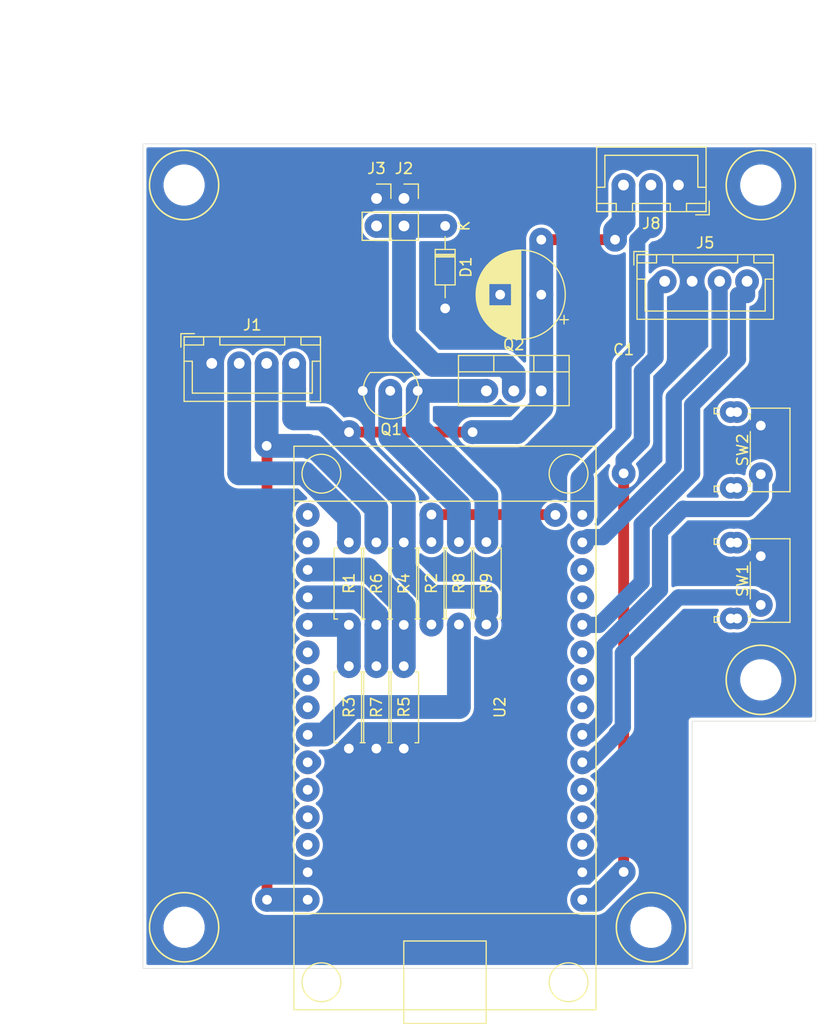
<source format=kicad_pcb>
(kicad_pcb (version 20171130) (host pcbnew "(5.1.6)-1")

  (general
    (thickness 1.6)
    (drawings 12)
    (tracks 146)
    (zones 0)
    (modules 26)
    (nets 35)
  )

  (page A4)
  (layers
    (0 F.Cu signal)
    (31 B.Cu signal)
    (32 B.Adhes user hide)
    (33 F.Adhes user hide)
    (34 B.Paste user hide)
    (35 F.Paste user hide)
    (36 B.SilkS user hide)
    (37 F.SilkS user)
    (38 B.Mask user hide)
    (39 F.Mask user)
    (40 Dwgs.User user)
    (41 Cmts.User user)
    (42 Eco1.User user)
    (43 Eco2.User user hide)
    (44 Edge.Cuts user)
    (45 Margin user hide)
    (46 B.CrtYd user hide)
    (47 F.CrtYd user)
    (48 B.Fab user hide)
    (49 F.Fab user hide)
  )

  (setup
    (last_trace_width 2.2)
    (user_trace_width 1)
    (user_trace_width 1.5)
    (user_trace_width 2.2)
    (trace_clearance 0.2)
    (zone_clearance 0.3)
    (zone_45_only no)
    (trace_min 0.2)
    (via_size 0.8)
    (via_drill 0.4)
    (via_min_size 0.4)
    (via_min_drill 0.3)
    (user_via 2.2 0.9)
    (user_via 3.1 3)
    (uvia_size 0.3)
    (uvia_drill 0.1)
    (uvias_allowed no)
    (uvia_min_size 0.2)
    (uvia_min_drill 0.1)
    (edge_width 0.05)
    (segment_width 0.2)
    (pcb_text_width 0.3)
    (pcb_text_size 1.5 1.5)
    (mod_edge_width 0.12)
    (mod_text_size 1 1)
    (mod_text_width 0.15)
    (pad_size 2.2 2.2)
    (pad_drill 0.9)
    (pad_to_mask_clearance 0.05)
    (aux_axis_origin 0 0)
    (visible_elements 7FFFFFFF)
    (pcbplotparams
      (layerselection 0x01040_fffffffe)
      (usegerberextensions false)
      (usegerberattributes true)
      (usegerberadvancedattributes true)
      (creategerberjobfile false)
      (excludeedgelayer true)
      (linewidth 0.100000)
      (plotframeref false)
      (viasonmask true)
      (mode 1)
      (useauxorigin false)
      (hpglpennumber 1)
      (hpglpenspeed 20)
      (hpglpendiameter 15.000000)
      (psnegative false)
      (psa4output false)
      (plotreference true)
      (plotvalue true)
      (plotinvisibletext false)
      (padsonsilk false)
      (subtractmaskfromsilk false)
      (outputformat 1)
      (mirror false)
      (drillshape 0)
      (scaleselection 1)
      (outputdirectory "plot/"))
  )

  (net 0 "")
  (net 1 GND)
  (net 2 +5V)
  (net 3 +3V3)
  (net 4 "Net-(U2-Pad3)")
  (net 5 "Net-(U2-Pad4)")
  (net 6 "Net-(U2-Pad5)")
  (net 7 "Net-(U2-Pad21)")
  (net 8 "Net-(U2-Pad23)")
  (net 9 "Net-(U2-Pad27)")
  (net 10 SDA)
  (net 11 SCL)
  (net 12 LEDS)
  (net 13 SW1)
  (net 14 SW2)
  (net 15 "Net-(U2-Pad14)")
  (net 16 "Net-(U2-Pad18)")
  (net 17 "Net-(U2-Pad19)")
  (net 18 "Net-(U2-Pad22)")
  (net 19 "Net-(U2-Pad26)")
  (net 20 "Net-(U2-Pad28)")
  (net 21 VBUS)
  (net 22 VBAT)
  (net 23 SBUS)
  (net 24 S5V)
  (net 25 SBAT)
  (net 26 "Net-(U2-Pad10)")
  (net 27 "Net-(U2-Pad9)")
  (net 28 COIL+)
  (net 29 "Net-(Q1-Pad2)")
  (net 30 "Net-(Q1-Pad1)")
  (net 31 PWM)
  (net 32 "Net-(U2-Pad15)")
  (net 33 "Net-(U2-Pad8)")
  (net 34 "Net-(U2-Pad6)")

  (net_class Default "This is the default net class."
    (clearance 0.2)
    (trace_width 0.25)
    (via_dia 0.8)
    (via_drill 0.4)
    (uvia_dia 0.3)
    (uvia_drill 0.1)
    (add_net +3V3)
    (add_net +5V)
    (add_net COIL+)
    (add_net GND)
    (add_net LEDS)
    (add_net "Net-(Q1-Pad1)")
    (add_net "Net-(Q1-Pad2)")
    (add_net "Net-(U2-Pad10)")
    (add_net "Net-(U2-Pad14)")
    (add_net "Net-(U2-Pad15)")
    (add_net "Net-(U2-Pad18)")
    (add_net "Net-(U2-Pad19)")
    (add_net "Net-(U2-Pad21)")
    (add_net "Net-(U2-Pad22)")
    (add_net "Net-(U2-Pad23)")
    (add_net "Net-(U2-Pad26)")
    (add_net "Net-(U2-Pad27)")
    (add_net "Net-(U2-Pad28)")
    (add_net "Net-(U2-Pad3)")
    (add_net "Net-(U2-Pad4)")
    (add_net "Net-(U2-Pad5)")
    (add_net "Net-(U2-Pad6)")
    (add_net "Net-(U2-Pad8)")
    (add_net "Net-(U2-Pad9)")
    (add_net PWM)
    (add_net S5V)
    (add_net SBAT)
    (add_net SBUS)
    (add_net SCL)
    (add_net SDA)
    (add_net SW1)
    (add_net SW2)
    (add_net VBAT)
    (add_net VBUS)
  )

  (module 0_my_footprints:myESP32DEV0 (layer F.Cu) (tedit 64135FE2) (tstamp 6413678C)
    (at 27.924 -24.098 90)
    (path /641F53B3)
    (fp_text reference U2 (at 0 5.08 90) (layer F.SilkS)
      (effects (font (size 1 1) (thickness 0.15)))
    )
    (fp_text value ESP32_DEV_0 (at 0 -5.08 90) (layer F.Fab)
      (effects (font (size 1 1) (thickness 0.15)))
    )
    (fp_circle (center 21.59 -11.43) (end 22.86 -12.7) (layer F.SilkS) (width 0.12))
    (fp_circle (center 21.59 11.43) (end 20.32 10.16) (layer F.SilkS) (width 0.12))
    (fp_circle (center -25.4 11.43) (end -26.67 12.7) (layer F.SilkS) (width 0.12))
    (fp_circle (center -25.4 -11.43) (end -26.67 -12.7) (layer F.SilkS) (width 0.12))
    (fp_line (start -29.21 3.81) (end -29.21 -3.81) (layer F.SilkS) (width 0.12))
    (fp_line (start -21.59 3.81) (end -29.21 3.81) (layer F.SilkS) (width 0.12))
    (fp_line (start -21.59 -3.81) (end -21.59 3.81) (layer F.SilkS) (width 0.12))
    (fp_line (start -29.21 -3.81) (end -21.59 -3.81) (layer F.SilkS) (width 0.12))
    (fp_line (start -27.94 13.97) (end -27.94 -13.97) (layer F.SilkS) (width 0.12))
    (fp_line (start -19.05 13.97) (end -27.94 13.97) (layer F.SilkS) (width 0.12))
    (fp_line (start 19.05 13.97) (end -19.05 13.97) (layer F.SilkS) (width 0.12))
    (fp_line (start 24.13 13.97) (end 19.05 13.97) (layer F.SilkS) (width 0.12))
    (fp_line (start 24.13 -13.97) (end 24.13 13.97) (layer F.SilkS) (width 0.12))
    (fp_line (start 19.05 -13.97) (end 24.13 -13.97) (layer F.SilkS) (width 0.12))
    (fp_line (start -19.05 -13.97) (end -27.94 -13.97) (layer F.SilkS) (width 0.12))
    (fp_line (start -19.05 -13.97) (end -19.05 11.43) (layer F.SilkS) (width 0.12))
    (fp_line (start -19.05 13.97) (end 19.05 13.97) (layer F.SilkS) (width 0.12))
    (fp_line (start 19.05 11.43) (end 19.05 -13.97) (layer F.SilkS) (width 0.12))
    (fp_line (start 19.05 -13.97) (end -19.05 -13.97) (layer F.SilkS) (width 0.12))
    (fp_line (start 19.05 11.43) (end 19.05 13.97) (layer F.SilkS) (width 0.12))
    (fp_line (start -19.05 11.43) (end -19.05 13.97) (layer F.SilkS) (width 0.12))
    (pad 30 thru_hole circle (at -17.78 12.7 90) (size 2.2 2.2) (drill 0.9) (layers *.Cu *.Mask)
      (net 3 +3V3))
    (pad 29 thru_hole circle (at -15.24 12.7 90) (size 2.2 2.2) (drill 0.9) (layers *.Cu *.Mask)
      (net 1 GND))
    (pad 28 thru_hole circle (at -12.7 12.7 90) (size 2.2 2.2) (drill 0.9) (layers *.Cu *.Mask)
      (net 20 "Net-(U2-Pad28)"))
    (pad 27 thru_hole circle (at -10.16 12.7 90) (size 2.2 2.2) (drill 0.9) (layers *.Cu *.Mask)
      (net 9 "Net-(U2-Pad27)"))
    (pad 26 thru_hole circle (at -7.62 12.7 90) (size 2.2 2.2) (drill 0.9) (layers *.Cu *.Mask)
      (net 19 "Net-(U2-Pad26)"))
    (pad 25 thru_hole circle (at -5.08 12.7 90) (size 2.2 2.2) (drill 0.9) (layers *.Cu *.Mask)
      (net 13 SW1))
    (pad 24 thru_hole circle (at -2.54 12.7 90) (size 2.2 2.2) (drill 0.9) (layers *.Cu *.Mask)
      (net 14 SW2))
    (pad 23 thru_hole circle (at 0 12.7 90) (size 2.2 2.2) (drill 0.9) (layers *.Cu *.Mask)
      (net 8 "Net-(U2-Pad23)"))
    (pad 22 thru_hole circle (at 2.54 12.7 90) (size 2.2 2.2) (drill 0.9) (layers *.Cu *.Mask)
      (net 18 "Net-(U2-Pad22)"))
    (pad 21 thru_hole circle (at 5.08 12.7 90) (size 2.2 2.2) (drill 0.9) (layers *.Cu *.Mask)
      (net 7 "Net-(U2-Pad21)"))
    (pad 20 thru_hole circle (at 7.62 12.7 90) (size 2.2 2.2) (drill 0.9) (layers *.Cu *.Mask)
      (net 10 SDA))
    (pad 19 thru_hole circle (at 10.16 12.7 90) (size 2.2 2.2) (drill 0.9) (layers *.Cu *.Mask)
      (net 17 "Net-(U2-Pad19)"))
    (pad 18 thru_hole circle (at 12.7 12.7 90) (size 2.2 2.2) (drill 0.9) (layers *.Cu *.Mask)
      (net 16 "Net-(U2-Pad18)"))
    (pad 17 thru_hole circle (at 15.24 12.7 90) (size 2.2 2.2) (drill 0.9) (layers *.Cu *.Mask)
      (net 11 SCL))
    (pad 16 thru_hole circle (at 17.78 12.7 90) (size 2.2 2.2) (drill 0.9) (layers *.Cu *.Mask)
      (net 12 LEDS))
    (pad 15 thru_hole circle (at 17.78 -12.7 90) (size 2.2 2.2) (drill 0.9) (layers *.Cu *.Mask)
      (net 32 "Net-(U2-Pad15)"))
    (pad 14 thru_hole circle (at 15.24 -12.7 90) (size 2.2 2.2) (drill 0.9) (layers *.Cu *.Mask)
      (net 15 "Net-(U2-Pad14)"))
    (pad 13 thru_hole circle (at 12.7 -12.7 90) (size 2.2 2.2) (drill 0.9) (layers *.Cu *.Mask)
      (net 24 S5V))
    (pad 12 thru_hole circle (at 10.16 -12.7 90) (size 2.2 2.2) (drill 0.9) (layers *.Cu *.Mask)
      (net 23 SBUS))
    (pad 11 thru_hole circle (at 7.62 -12.7 90) (size 2.2 2.2) (drill 0.9) (layers *.Cu *.Mask)
      (net 25 SBAT))
    (pad 10 thru_hole circle (at 5.08 -12.7 90) (size 2.2 2.2) (drill 0.9) (layers *.Cu *.Mask)
      (net 26 "Net-(U2-Pad10)"))
    (pad 9 thru_hole circle (at 2.54 -12.7 90) (size 2.2 2.2) (drill 0.9) (layers *.Cu *.Mask)
      (net 27 "Net-(U2-Pad9)"))
    (pad 8 thru_hole circle (at 0 -12.7 90) (size 2.2 2.2) (drill 0.9) (layers *.Cu *.Mask)
      (net 33 "Net-(U2-Pad8)"))
    (pad 7 thru_hole circle (at -2.54 -12.7 90) (size 2.2 2.2) (drill 0.9) (layers *.Cu *.Mask)
      (net 31 PWM))
    (pad 6 thru_hole circle (at -5.08 -12.7 90) (size 2.2 2.2) (drill 0.9) (layers *.Cu *.Mask)
      (net 34 "Net-(U2-Pad6)"))
    (pad 5 thru_hole circle (at -7.62 -12.7 90) (size 2.2 2.2) (drill 0.9) (layers *.Cu *.Mask)
      (net 6 "Net-(U2-Pad5)"))
    (pad 4 thru_hole circle (at -10.16 -12.7 90) (size 2.2 2.2) (drill 0.9) (layers *.Cu *.Mask)
      (net 5 "Net-(U2-Pad4)"))
    (pad 3 thru_hole circle (at -12.7 -12.7 90) (size 2.2 2.2) (drill 0.9) (layers *.Cu *.Mask)
      (net 4 "Net-(U2-Pad3)"))
    (pad 2 thru_hole circle (at -15.24 -12.7 90) (size 2.2 2.2) (drill 0.9) (layers *.Cu *.Mask)
      (net 1 GND))
    (pad 1 thru_hole circle (at -17.78 -12.7 90) (size 2.2 2.2) (drill 0.9) (layers *.Cu *.Mask)
      (net 21 VBUS))
    (model ${MY_KICAD_LIBRARIES}/my_3d_files/ESP-WROOM32.STEP
      (offset (xyz -17 -1.55 13.4))
      (scale (xyz 1 1 1))
      (rotate (xyz -90 0 90))
    )
    (model ${MY_KICAD_LIBRARIES}/my_3d_files/pinSockets/myPinSocket_1x15.step
      (offset (xyz 17.78 12.7 0))
      (scale (xyz 1 1 1))
      (rotate (xyz 0 0 90))
    )
    (model ${MY_KICAD_LIBRARIES}/my_3d_files/pinSockets/myPinSocket_1x15.step
      (offset (xyz -17.78 -12.7 0))
      (scale (xyz 1 1 1))
      (rotate (xyz 0 0 -90))
    )
  )

  (module 0_my_footprints:myResistor (layer F.Cu) (tedit 649202C6) (tstamp 64497A4A)
    (at 19.034 -31.718 90)
    (descr "Resistor, Axial_DIN0207 series, Axial, Horizontal, pin pitch=7.62mm, 0.25W = 1/4W, length*diameter=6.3*2.5mm^2, http://cdn-reichelt.de/documents/datenblatt/B400/1_4W%23YAG.pdf")
    (tags "Resistor Axial_DIN0207 series Axial Horizontal pin pitch 7.62mm 0.25W = 1/4W length 6.3mm diameter 2.5mm")
    (path /644B7DDA)
    (fp_text reference R1 (at 3.842 0.016 90) (layer F.SilkS)
      (effects (font (size 1 1) (thickness 0.15)))
    )
    (fp_text value 10K (at 3.81 2.37 90) (layer F.Fab)
      (effects (font (size 1 1) (thickness 0.15)))
    )
    (fp_line (start 0.66 -1.25) (end 0.66 1.25) (layer F.Fab) (width 0.1))
    (fp_line (start 0.66 1.25) (end 6.96 1.25) (layer F.Fab) (width 0.1))
    (fp_line (start 6.96 1.25) (end 6.96 -1.25) (layer F.Fab) (width 0.1))
    (fp_line (start 6.96 -1.25) (end 0.66 -1.25) (layer F.Fab) (width 0.1))
    (fp_line (start 0 0) (end 0.66 0) (layer F.Fab) (width 0.1))
    (fp_line (start 7.62 0) (end 6.96 0) (layer F.Fab) (width 0.1))
    (fp_line (start 0.54 -1.04) (end 0.54 -1.37) (layer F.SilkS) (width 0.12))
    (fp_line (start 0.54 -1.37) (end 7.08 -1.37) (layer F.SilkS) (width 0.12))
    (fp_line (start 7.08 -1.37) (end 7.08 -1.04) (layer F.SilkS) (width 0.12))
    (fp_line (start 0.54 1.04) (end 0.54 1.37) (layer F.SilkS) (width 0.12))
    (fp_line (start 0.54 1.37) (end 7.08 1.37) (layer F.SilkS) (width 0.12))
    (fp_line (start 7.08 1.37) (end 7.08 1.04) (layer F.SilkS) (width 0.12))
    (fp_line (start -1.05 -1.5) (end -1.05 1.5) (layer F.CrtYd) (width 0.05))
    (fp_line (start -1.05 1.5) (end 8.67 1.5) (layer F.CrtYd) (width 0.05))
    (fp_line (start 8.67 1.5) (end 8.67 -1.5) (layer F.CrtYd) (width 0.05))
    (fp_line (start 8.67 -1.5) (end -1.05 -1.5) (layer F.CrtYd) (width 0.05))
    (fp_text user %R (at 3.81 0 90) (layer F.Fab)
      (effects (font (size 1 1) (thickness 0.15)))
    )
    (pad 1 thru_hole circle (at 0 0 90) (size 2.2 2.2) (drill 0.9) (layers *.Cu *.Mask)
      (net 25 SBAT))
    (pad 2 thru_hole circle (at 7.62 0 90) (size 2.2 2.2) (drill 0.9) (layers *.Cu *.Mask)
      (net 22 VBAT))
    (model ${KISYS3DMOD}/Resistor_THT.3dshapes/R_Axial_DIN0207_L6.3mm_D2.5mm_P7.62mm_Horizontal.wrl
      (at (xyz 0 0 0))
      (scale (xyz 1 1 1))
      (rotate (xyz 0 0 0))
    )
  )

  (module 0_my_footprints:myResistor (layer F.Cu) (tedit 63C07D9D) (tstamp 64497A78)
    (at 24.114 -31.718 90)
    (descr "Resistor, Axial_DIN0207 series, Axial, Horizontal, pin pitch=7.62mm, 0.25W = 1/4W, length*diameter=6.3*2.5mm^2, http://cdn-reichelt.de/documents/datenblatt/B400/1_4W%23YAG.pdf")
    (tags "Resistor Axial_DIN0207 series Axial Horizontal pin pitch 7.62mm 0.25W = 1/4W length 6.3mm diameter 2.5mm")
    (path /644C142B)
    (fp_text reference R4 (at 3.81 0.016 90) (layer F.SilkS)
      (effects (font (size 1 1) (thickness 0.15)))
    )
    (fp_text value 10K (at 3.81 2.37 90) (layer F.Fab)
      (effects (font (size 1 1) (thickness 0.15)))
    )
    (fp_line (start 0.66 -1.25) (end 0.66 1.25) (layer F.Fab) (width 0.1))
    (fp_line (start 0.66 1.25) (end 6.96 1.25) (layer F.Fab) (width 0.1))
    (fp_line (start 6.96 1.25) (end 6.96 -1.25) (layer F.Fab) (width 0.1))
    (fp_line (start 6.96 -1.25) (end 0.66 -1.25) (layer F.Fab) (width 0.1))
    (fp_line (start 0 0) (end 0.66 0) (layer F.Fab) (width 0.1))
    (fp_line (start 7.62 0) (end 6.96 0) (layer F.Fab) (width 0.1))
    (fp_line (start 0.54 -1.04) (end 0.54 -1.37) (layer F.SilkS) (width 0.12))
    (fp_line (start 0.54 -1.37) (end 7.08 -1.37) (layer F.SilkS) (width 0.12))
    (fp_line (start 7.08 -1.37) (end 7.08 -1.04) (layer F.SilkS) (width 0.12))
    (fp_line (start 0.54 1.04) (end 0.54 1.37) (layer F.SilkS) (width 0.12))
    (fp_line (start 0.54 1.37) (end 7.08 1.37) (layer F.SilkS) (width 0.12))
    (fp_line (start 7.08 1.37) (end 7.08 1.04) (layer F.SilkS) (width 0.12))
    (fp_line (start -1.05 -1.5) (end -1.05 1.5) (layer F.CrtYd) (width 0.05))
    (fp_line (start -1.05 1.5) (end 8.67 1.5) (layer F.CrtYd) (width 0.05))
    (fp_line (start 8.67 1.5) (end 8.67 -1.5) (layer F.CrtYd) (width 0.05))
    (fp_line (start 8.67 -1.5) (end -1.05 -1.5) (layer F.CrtYd) (width 0.05))
    (fp_text user %R (at 3.81 0 90) (layer F.Fab)
      (effects (font (size 1 1) (thickness 0.15)))
    )
    (pad 1 thru_hole circle (at 0 0 90) (size 2.2 2.2) (drill 0.9) (layers *.Cu *.Mask)
      (net 24 S5V))
    (pad 2 thru_hole circle (at 7.62 0 90) (size 2.2 2.2) (drill 0.9) (layers *.Cu *.Mask)
      (net 2 +5V))
    (model ${KISYS3DMOD}/Resistor_THT.3dshapes/R_Axial_DIN0207_L6.3mm_D2.5mm_P7.62mm_Horizontal.wrl
      (at (xyz 0 0 0))
      (scale (xyz 1 1 1))
      (rotate (xyz 0 0 0))
    )
  )

  (module 0_my_footprints:myResistor (layer F.Cu) (tedit 649202D0) (tstamp 64497AA6)
    (at 21.574 -31.718 90)
    (descr "Resistor, Axial_DIN0207 series, Axial, Horizontal, pin pitch=7.62mm, 0.25W = 1/4W, length*diameter=6.3*2.5mm^2, http://cdn-reichelt.de/documents/datenblatt/B400/1_4W%23YAG.pdf")
    (tags "Resistor Axial_DIN0207 series Axial Horizontal pin pitch 7.62mm 0.25W = 1/4W length 6.3mm diameter 2.5mm")
    (path /644C2268)
    (fp_text reference R6 (at 3.81 0.016 90) (layer F.SilkS)
      (effects (font (size 1 1) (thickness 0.15)))
    )
    (fp_text value 10K (at 3.81 2.37 90) (layer F.Fab)
      (effects (font (size 1 1) (thickness 0.15)))
    )
    (fp_line (start 0.66 -1.25) (end 0.66 1.25) (layer F.Fab) (width 0.1))
    (fp_line (start 0.66 1.25) (end 6.96 1.25) (layer F.Fab) (width 0.1))
    (fp_line (start 6.96 1.25) (end 6.96 -1.25) (layer F.Fab) (width 0.1))
    (fp_line (start 6.96 -1.25) (end 0.66 -1.25) (layer F.Fab) (width 0.1))
    (fp_line (start 0 0) (end 0.66 0) (layer F.Fab) (width 0.1))
    (fp_line (start 7.62 0) (end 6.96 0) (layer F.Fab) (width 0.1))
    (fp_line (start 0.54 -1.04) (end 0.54 -1.37) (layer F.SilkS) (width 0.12))
    (fp_line (start 0.54 -1.37) (end 7.08 -1.37) (layer F.SilkS) (width 0.12))
    (fp_line (start 7.08 -1.37) (end 7.08 -1.04) (layer F.SilkS) (width 0.12))
    (fp_line (start 0.54 1.04) (end 0.54 1.37) (layer F.SilkS) (width 0.12))
    (fp_line (start 0.54 1.37) (end 7.08 1.37) (layer F.SilkS) (width 0.12))
    (fp_line (start 7.08 1.37) (end 7.08 1.04) (layer F.SilkS) (width 0.12))
    (fp_line (start -1.05 -1.5) (end -1.05 1.5) (layer F.CrtYd) (width 0.05))
    (fp_line (start -1.05 1.5) (end 8.67 1.5) (layer F.CrtYd) (width 0.05))
    (fp_line (start 8.67 1.5) (end 8.67 -1.5) (layer F.CrtYd) (width 0.05))
    (fp_line (start 8.67 -1.5) (end -1.05 -1.5) (layer F.CrtYd) (width 0.05))
    (fp_text user %R (at 3.81 0 90) (layer F.Fab)
      (effects (font (size 1 1) (thickness 0.15)))
    )
    (pad 1 thru_hole circle (at 0 0 90) (size 2.2 2.2) (drill 0.9) (layers *.Cu *.Mask)
      (net 23 SBUS))
    (pad 2 thru_hole circle (at 7.62 0 90) (size 2.2 2.2) (drill 0.9) (layers *.Cu *.Mask)
      (net 21 VBUS))
    (model ${KISYS3DMOD}/Resistor_THT.3dshapes/R_Axial_DIN0207_L6.3mm_D2.5mm_P7.62mm_Horizontal.wrl
      (at (xyz 0 0 0))
      (scale (xyz 1 1 1))
      (rotate (xyz 0 0 0))
    )
  )

  (module 0_my_footprints:myMountingHole_3.2mm_M3 (layer F.Cu) (tedit 644966D2) (tstamp 64143970)
    (at 46.974 -3.778 90)
    (descr "Mounting Hole 3.2mm, no annular, M3")
    (tags "mounting hole 3.2mm no annular m3")
    (attr virtual)
    (fp_text reference REF** (at 0 -4.2 90) (layer B.Fab)
      (effects (font (size 1 1) (thickness 0.15)))
    )
    (fp_text value myMountingHole_3.2mm_M3 (at 0 4.2 90) (layer B.Fab)
      (effects (font (size 1 1) (thickness 0.15)))
    )
    (fp_circle (center 0 0) (end 3.2 0) (layer F.SilkS) (width 0.15))
    (pad "" np_thru_hole circle (at 0 0 90) (size 3.2 3.2) (drill 3.2) (layers *.Cu *.Mask))
  )

  (module 0_my_footprints:myMountingHole_3.2mm_M3 locked (layer F.Cu) (tedit 644966D2) (tstamp 64143970)
    (at 3.794 -3.778 90)
    (descr "Mounting Hole 3.2mm, no annular, M3")
    (tags "mounting hole 3.2mm no annular m3")
    (attr virtual)
    (fp_text reference REF** (at 0 -4.2 90) (layer B.Fab)
      (effects (font (size 1 1) (thickness 0.15)))
    )
    (fp_text value myMountingHole_3.2mm_M3 (at 0 4.2 90) (layer B.Fab)
      (effects (font (size 1 1) (thickness 0.15)))
    )
    (fp_circle (center 0 0) (end 3.2 0) (layer F.SilkS) (width 0.15))
    (pad "" np_thru_hole circle (at 0 0 90) (size 3.2 3.2) (drill 3.2) (layers *.Cu *.Mask))
  )

  (module 0_my_footprints:myMountingHole_3.2mm_M3 (layer F.Cu) (tedit 644966D2) (tstamp 64143970)
    (at 57.134 -26.638 90)
    (descr "Mounting Hole 3.2mm, no annular, M3")
    (tags "mounting hole 3.2mm no annular m3")
    (attr virtual)
    (fp_text reference REF** (at 0 -4.2 90) (layer B.Fab)
      (effects (font (size 1 1) (thickness 0.15)))
    )
    (fp_text value myMountingHole_3.2mm_M3 (at 0 4.2 90) (layer B.Fab)
      (effects (font (size 1 1) (thickness 0.15)))
    )
    (fp_circle (center 0 0) (end 3.2 0) (layer F.SilkS) (width 0.15))
    (pad "" np_thru_hole circle (at 0 0 90) (size 3.2 3.2) (drill 3.2) (layers *.Cu *.Mask))
  )

  (module 0_my_footprints:myMountingHole_3.2mm_M3 (layer F.Cu) (tedit 644966D2) (tstamp 64143970)
    (at 57.134 -72.358 90)
    (descr "Mounting Hole 3.2mm, no annular, M3")
    (tags "mounting hole 3.2mm no annular m3")
    (attr virtual)
    (fp_text reference REF** (at 0 -4.2 90) (layer B.Fab)
      (effects (font (size 1 1) (thickness 0.15)))
    )
    (fp_text value myMountingHole_3.2mm_M3 (at 0 4.2 90) (layer B.Fab)
      (effects (font (size 1 1) (thickness 0.15)))
    )
    (fp_circle (center 0 0) (end 3.2 0) (layer F.SilkS) (width 0.15))
    (pad "" np_thru_hole circle (at 0 0 90) (size 3.2 3.2) (drill 3.2) (layers *.Cu *.Mask))
  )

  (module 0_my_footprints:myMountingHole_3.2mm_M3 (layer F.Cu) (tedit 644966D2) (tstamp 6414396D)
    (at 3.794 -72.358 90)
    (descr "Mounting Hole 3.2mm, no annular, M3")
    (tags "mounting hole 3.2mm no annular m3")
    (attr virtual)
    (fp_text reference REF** (at 0 -4.2 90) (layer B.Fab)
      (effects (font (size 1 1) (thickness 0.15)))
    )
    (fp_text value myMountingHole_3.2mm_M3 (at 0 4.2 90) (layer B.Fab)
      (effects (font (size 1 1) (thickness 0.15)))
    )
    (fp_circle (center 0 0) (end 3.2 0) (layer F.SilkS) (width 0.15))
    (pad "" np_thru_hole circle (at 0 0 90) (size 3.2 3.2) (drill 3.2) (layers *.Cu *.Mask))
  )

  (module 0_my_footprints:myJSTx04 (layer F.Cu) (tedit 63C19D86) (tstamp 64136641)
    (at 48.244 -63.468)
    (descr "JST XH series connector, B4B-XH-A (http://www.jst-mfg.com/product/pdf/eng/eXH.pdf), generated with kicad-footprint-generator")
    (tags "connector JST XH vertical")
    (path /6415D57E)
    (fp_text reference J5 (at 3.75 -3.55) (layer F.SilkS)
      (effects (font (size 1 1) (thickness 0.15)))
    )
    (fp_text value Sensor (at 3.75 4.6) (layer F.Fab)
      (effects (font (size 1 1) (thickness 0.15)))
    )
    (fp_line (start -2.85 -2.75) (end -2.85 -1.5) (layer F.SilkS) (width 0.12))
    (fp_line (start -1.6 -2.75) (end -2.85 -2.75) (layer F.SilkS) (width 0.12))
    (fp_line (start 9.3 2.75) (end 3.75 2.75) (layer F.SilkS) (width 0.12))
    (fp_line (start 9.3 -0.2) (end 9.3 2.75) (layer F.SilkS) (width 0.12))
    (fp_line (start 10.05 -0.2) (end 9.3 -0.2) (layer F.SilkS) (width 0.12))
    (fp_line (start -1.8 2.75) (end 3.75 2.75) (layer F.SilkS) (width 0.12))
    (fp_line (start -1.8 -0.2) (end -1.8 2.75) (layer F.SilkS) (width 0.12))
    (fp_line (start -2.55 -0.2) (end -1.8 -0.2) (layer F.SilkS) (width 0.12))
    (fp_line (start 10.05 -2.45) (end 8.25 -2.45) (layer F.SilkS) (width 0.12))
    (fp_line (start 10.05 -1.7) (end 10.05 -2.45) (layer F.SilkS) (width 0.12))
    (fp_line (start 8.25 -1.7) (end 10.05 -1.7) (layer F.SilkS) (width 0.12))
    (fp_line (start 8.25 -2.45) (end 8.25 -1.7) (layer F.SilkS) (width 0.12))
    (fp_line (start -0.75 -2.45) (end -2.55 -2.45) (layer F.SilkS) (width 0.12))
    (fp_line (start -0.75 -1.7) (end -0.75 -2.45) (layer F.SilkS) (width 0.12))
    (fp_line (start -2.55 -1.7) (end -0.75 -1.7) (layer F.SilkS) (width 0.12))
    (fp_line (start -2.55 -2.45) (end -2.55 -1.7) (layer F.SilkS) (width 0.12))
    (fp_line (start 6.75 -2.45) (end 0.75 -2.45) (layer F.SilkS) (width 0.12))
    (fp_line (start 6.75 -1.7) (end 6.75 -2.45) (layer F.SilkS) (width 0.12))
    (fp_line (start 0.75 -1.7) (end 6.75 -1.7) (layer F.SilkS) (width 0.12))
    (fp_line (start 0.75 -2.45) (end 0.75 -1.7) (layer F.SilkS) (width 0.12))
    (fp_line (start 0 -1.35) (end 0.625 -2.35) (layer F.Fab) (width 0.1))
    (fp_line (start -0.625 -2.35) (end 0 -1.35) (layer F.Fab) (width 0.1))
    (fp_line (start 10.45 -2.85) (end -2.95 -2.85) (layer F.CrtYd) (width 0.05))
    (fp_line (start 10.45 3.9) (end 10.45 -2.85) (layer F.CrtYd) (width 0.05))
    (fp_line (start -2.95 3.9) (end 10.45 3.9) (layer F.CrtYd) (width 0.05))
    (fp_line (start -2.95 -2.85) (end -2.95 3.9) (layer F.CrtYd) (width 0.05))
    (fp_line (start 10.06 -2.46) (end -2.56 -2.46) (layer F.SilkS) (width 0.12))
    (fp_line (start 10.06 3.51) (end 10.06 -2.46) (layer F.SilkS) (width 0.12))
    (fp_line (start -2.56 3.51) (end 10.06 3.51) (layer F.SilkS) (width 0.12))
    (fp_line (start -2.56 -2.46) (end -2.56 3.51) (layer F.SilkS) (width 0.12))
    (fp_line (start 9.95 -2.35) (end -2.45 -2.35) (layer F.Fab) (width 0.1))
    (fp_line (start 9.95 3.4) (end 9.95 -2.35) (layer F.Fab) (width 0.1))
    (fp_line (start -2.45 3.4) (end 9.95 3.4) (layer F.Fab) (width 0.1))
    (fp_line (start -2.45 -2.35) (end -2.45 3.4) (layer F.Fab) (width 0.1))
    (fp_text user %R (at 3.75 2.7) (layer F.Fab)
      (effects (font (size 1 1) (thickness 0.15)))
    )
    (pad 4 thru_hole circle (at 7.62 0) (size 2.2 2.2) (drill 1) (layers *.Cu *.Mask)
      (net 10 SDA))
    (pad 3 thru_hole circle (at 5.08 0) (size 2.2 2.2) (drill 1) (layers *.Cu *.Mask)
      (net 11 SCL))
    (pad 2 thru_hole circle (at 2.54 0) (size 2.2 2.2) (drill 1) (layers *.Cu *.Mask)
      (net 1 GND))
    (pad 1 thru_hole circle (at 0 0) (size 2.2 2.2) (drill 1) (layers *.Cu *.Mask)
      (net 3 +3V3))
    (model ${KISYS3DMOD}/Connector_JST.3dshapes/JST_XH_B4B-XH-A_1x04_P2.50mm_Vertical.wrl
      (at (xyz 0 0 0))
      (scale (xyz 1 1 1))
      (rotate (xyz 0 0 0))
    )
  )

  (module 0_my_footprints:CP_my100uf (layer F.Cu) (tedit 63C2E1F1) (tstamp 641364A8)
    (at 36.83 -62.23 180)
    (descr "CP, Radial series, Radial, pin pitch=3.80mm, , diameter=8mm, Electrolytic Capacitor")
    (tags "CP Radial series Radial pin pitch 3.80mm  diameter 8mm Electrolytic Capacitor")
    (path /641834E2)
    (fp_text reference C1 (at -7.62 -5.08) (layer F.SilkS)
      (effects (font (size 1 1) (thickness 0.15)))
    )
    (fp_text value 330uf (at 1.9 5.25) (layer F.Fab)
      (effects (font (size 1 1) (thickness 0.15)))
    )
    (fp_line (start -2.109698 -2.715) (end -2.109698 -1.915) (layer F.SilkS) (width 0.12))
    (fp_line (start -2.509698 -2.315) (end -1.709698 -2.315) (layer F.SilkS) (width 0.12))
    (fp_line (start 5.981 -0.533) (end 5.981 0.533) (layer F.SilkS) (width 0.12))
    (fp_line (start 5.941 -0.768) (end 5.941 0.768) (layer F.SilkS) (width 0.12))
    (fp_line (start 5.901 -0.948) (end 5.901 0.948) (layer F.SilkS) (width 0.12))
    (fp_line (start 5.861 -1.098) (end 5.861 1.098) (layer F.SilkS) (width 0.12))
    (fp_line (start 5.821 -1.229) (end 5.821 1.229) (layer F.SilkS) (width 0.12))
    (fp_line (start 5.781 -1.346) (end 5.781 1.346) (layer F.SilkS) (width 0.12))
    (fp_line (start 5.741 -1.453) (end 5.741 1.453) (layer F.SilkS) (width 0.12))
    (fp_line (start 5.701 -1.552) (end 5.701 1.552) (layer F.SilkS) (width 0.12))
    (fp_line (start 5.661 -1.645) (end 5.661 1.645) (layer F.SilkS) (width 0.12))
    (fp_line (start 5.621 -1.731) (end 5.621 1.731) (layer F.SilkS) (width 0.12))
    (fp_line (start 5.581 -1.813) (end 5.581 1.813) (layer F.SilkS) (width 0.12))
    (fp_line (start 5.541 -1.89) (end 5.541 1.89) (layer F.SilkS) (width 0.12))
    (fp_line (start 5.501 -1.964) (end 5.501 1.964) (layer F.SilkS) (width 0.12))
    (fp_line (start 5.461 -2.034) (end 5.461 2.034) (layer F.SilkS) (width 0.12))
    (fp_line (start 5.421 -2.102) (end 5.421 2.102) (layer F.SilkS) (width 0.12))
    (fp_line (start 5.381 -2.166) (end 5.381 2.166) (layer F.SilkS) (width 0.12))
    (fp_line (start 5.341 -2.228) (end 5.341 2.228) (layer F.SilkS) (width 0.12))
    (fp_line (start 5.301 -2.287) (end 5.301 2.287) (layer F.SilkS) (width 0.12))
    (fp_line (start 5.261 -2.345) (end 5.261 2.345) (layer F.SilkS) (width 0.12))
    (fp_line (start 5.221 -2.4) (end 5.221 2.4) (layer F.SilkS) (width 0.12))
    (fp_line (start 5.181 -2.454) (end 5.181 2.454) (layer F.SilkS) (width 0.12))
    (fp_line (start 5.141 -2.505) (end 5.141 2.505) (layer F.SilkS) (width 0.12))
    (fp_line (start 5.101 -2.556) (end 5.101 2.556) (layer F.SilkS) (width 0.12))
    (fp_line (start 5.061 -2.604) (end 5.061 2.604) (layer F.SilkS) (width 0.12))
    (fp_line (start 5.021 -2.651) (end 5.021 2.651) (layer F.SilkS) (width 0.12))
    (fp_line (start 4.981 -2.697) (end 4.981 2.697) (layer F.SilkS) (width 0.12))
    (fp_line (start 4.941 -2.741) (end 4.941 2.741) (layer F.SilkS) (width 0.12))
    (fp_line (start 4.901 -2.784) (end 4.901 2.784) (layer F.SilkS) (width 0.12))
    (fp_line (start 4.861 -2.826) (end 4.861 2.826) (layer F.SilkS) (width 0.12))
    (fp_line (start 4.821 1.04) (end 4.821 2.867) (layer F.SilkS) (width 0.12))
    (fp_line (start 4.821 -2.867) (end 4.821 -1.04) (layer F.SilkS) (width 0.12))
    (fp_line (start 4.781 1.04) (end 4.781 2.907) (layer F.SilkS) (width 0.12))
    (fp_line (start 4.781 -2.907) (end 4.781 -1.04) (layer F.SilkS) (width 0.12))
    (fp_line (start 4.741 1.04) (end 4.741 2.945) (layer F.SilkS) (width 0.12))
    (fp_line (start 4.741 -2.945) (end 4.741 -1.04) (layer F.SilkS) (width 0.12))
    (fp_line (start 4.701 1.04) (end 4.701 2.983) (layer F.SilkS) (width 0.12))
    (fp_line (start 4.701 -2.983) (end 4.701 -1.04) (layer F.SilkS) (width 0.12))
    (fp_line (start 4.661 1.04) (end 4.661 3.019) (layer F.SilkS) (width 0.12))
    (fp_line (start 4.661 -3.019) (end 4.661 -1.04) (layer F.SilkS) (width 0.12))
    (fp_line (start 4.621 1.04) (end 4.621 3.055) (layer F.SilkS) (width 0.12))
    (fp_line (start 4.621 -3.055) (end 4.621 -1.04) (layer F.SilkS) (width 0.12))
    (fp_line (start 4.581 1.04) (end 4.581 3.09) (layer F.SilkS) (width 0.12))
    (fp_line (start 4.581 -3.09) (end 4.581 -1.04) (layer F.SilkS) (width 0.12))
    (fp_line (start 4.541 1.04) (end 4.541 3.124) (layer F.SilkS) (width 0.12))
    (fp_line (start 4.541 -3.124) (end 4.541 -1.04) (layer F.SilkS) (width 0.12))
    (fp_line (start 4.501 1.04) (end 4.501 3.156) (layer F.SilkS) (width 0.12))
    (fp_line (start 4.501 -3.156) (end 4.501 -1.04) (layer F.SilkS) (width 0.12))
    (fp_line (start 4.461 1.04) (end 4.461 3.189) (layer F.SilkS) (width 0.12))
    (fp_line (start 4.461 -3.189) (end 4.461 -1.04) (layer F.SilkS) (width 0.12))
    (fp_line (start 4.421 1.04) (end 4.421 3.22) (layer F.SilkS) (width 0.12))
    (fp_line (start 4.421 -3.22) (end 4.421 -1.04) (layer F.SilkS) (width 0.12))
    (fp_line (start 4.381 1.04) (end 4.381 3.25) (layer F.SilkS) (width 0.12))
    (fp_line (start 4.381 -3.25) (end 4.381 -1.04) (layer F.SilkS) (width 0.12))
    (fp_line (start 4.341 1.04) (end 4.341 3.28) (layer F.SilkS) (width 0.12))
    (fp_line (start 4.341 -3.28) (end 4.341 -1.04) (layer F.SilkS) (width 0.12))
    (fp_line (start 4.301 1.04) (end 4.301 3.309) (layer F.SilkS) (width 0.12))
    (fp_line (start 4.301 -3.309) (end 4.301 -1.04) (layer F.SilkS) (width 0.12))
    (fp_line (start 4.261 1.04) (end 4.261 3.338) (layer F.SilkS) (width 0.12))
    (fp_line (start 4.261 -3.338) (end 4.261 -1.04) (layer F.SilkS) (width 0.12))
    (fp_line (start 4.221 1.04) (end 4.221 3.365) (layer F.SilkS) (width 0.12))
    (fp_line (start 4.221 -3.365) (end 4.221 -1.04) (layer F.SilkS) (width 0.12))
    (fp_line (start 4.181 1.04) (end 4.181 3.392) (layer F.SilkS) (width 0.12))
    (fp_line (start 4.181 -3.392) (end 4.181 -1.04) (layer F.SilkS) (width 0.12))
    (fp_line (start 4.141 1.04) (end 4.141 3.418) (layer F.SilkS) (width 0.12))
    (fp_line (start 4.141 -3.418) (end 4.141 -1.04) (layer F.SilkS) (width 0.12))
    (fp_line (start 4.101 1.04) (end 4.101 3.444) (layer F.SilkS) (width 0.12))
    (fp_line (start 4.101 -3.444) (end 4.101 -1.04) (layer F.SilkS) (width 0.12))
    (fp_line (start 4.061 1.04) (end 4.061 3.469) (layer F.SilkS) (width 0.12))
    (fp_line (start 4.061 -3.469) (end 4.061 -1.04) (layer F.SilkS) (width 0.12))
    (fp_line (start 4.021 1.04) (end 4.021 3.493) (layer F.SilkS) (width 0.12))
    (fp_line (start 4.021 -3.493) (end 4.021 -1.04) (layer F.SilkS) (width 0.12))
    (fp_line (start 3.981 1.04) (end 3.981 3.517) (layer F.SilkS) (width 0.12))
    (fp_line (start 3.981 -3.517) (end 3.981 -1.04) (layer F.SilkS) (width 0.12))
    (fp_line (start 3.941 1.04) (end 3.941 3.54) (layer F.SilkS) (width 0.12))
    (fp_line (start 3.941 -3.54) (end 3.941 -1.04) (layer F.SilkS) (width 0.12))
    (fp_line (start 3.901 1.04) (end 3.901 3.562) (layer F.SilkS) (width 0.12))
    (fp_line (start 3.901 -3.562) (end 3.901 -1.04) (layer F.SilkS) (width 0.12))
    (fp_line (start 3.861 1.04) (end 3.861 3.584) (layer F.SilkS) (width 0.12))
    (fp_line (start 3.861 -3.584) (end 3.861 -1.04) (layer F.SilkS) (width 0.12))
    (fp_line (start 3.821 1.04) (end 3.821 3.606) (layer F.SilkS) (width 0.12))
    (fp_line (start 3.821 -3.606) (end 3.821 -1.04) (layer F.SilkS) (width 0.12))
    (fp_line (start 3.781 1.04) (end 3.781 3.627) (layer F.SilkS) (width 0.12))
    (fp_line (start 3.781 -3.627) (end 3.781 -1.04) (layer F.SilkS) (width 0.12))
    (fp_line (start 3.741 1.04) (end 3.741 3.647) (layer F.SilkS) (width 0.12))
    (fp_line (start 3.741 -3.647) (end 3.741 -1.04) (layer F.SilkS) (width 0.12))
    (fp_line (start 3.701 1.04) (end 3.701 3.666) (layer F.SilkS) (width 0.12))
    (fp_line (start 3.701 -3.666) (end 3.701 -1.04) (layer F.SilkS) (width 0.12))
    (fp_line (start 3.661 1.04) (end 3.661 3.686) (layer F.SilkS) (width 0.12))
    (fp_line (start 3.661 -3.686) (end 3.661 -1.04) (layer F.SilkS) (width 0.12))
    (fp_line (start 3.621 1.04) (end 3.621 3.704) (layer F.SilkS) (width 0.12))
    (fp_line (start 3.621 -3.704) (end 3.621 -1.04) (layer F.SilkS) (width 0.12))
    (fp_line (start 3.581 1.04) (end 3.581 3.722) (layer F.SilkS) (width 0.12))
    (fp_line (start 3.581 -3.722) (end 3.581 -1.04) (layer F.SilkS) (width 0.12))
    (fp_line (start 3.541 1.04) (end 3.541 3.74) (layer F.SilkS) (width 0.12))
    (fp_line (start 3.541 -3.74) (end 3.541 -1.04) (layer F.SilkS) (width 0.12))
    (fp_line (start 3.501 1.04) (end 3.501 3.757) (layer F.SilkS) (width 0.12))
    (fp_line (start 3.501 -3.757) (end 3.501 -1.04) (layer F.SilkS) (width 0.12))
    (fp_line (start 3.461 1.04) (end 3.461 3.774) (layer F.SilkS) (width 0.12))
    (fp_line (start 3.461 -3.774) (end 3.461 -1.04) (layer F.SilkS) (width 0.12))
    (fp_line (start 3.421 1.04) (end 3.421 3.79) (layer F.SilkS) (width 0.12))
    (fp_line (start 3.421 -3.79) (end 3.421 -1.04) (layer F.SilkS) (width 0.12))
    (fp_line (start 3.381 1.04) (end 3.381 3.805) (layer F.SilkS) (width 0.12))
    (fp_line (start 3.381 -3.805) (end 3.381 -1.04) (layer F.SilkS) (width 0.12))
    (fp_line (start 3.341 1.04) (end 3.341 3.821) (layer F.SilkS) (width 0.12))
    (fp_line (start 3.341 -3.821) (end 3.341 -1.04) (layer F.SilkS) (width 0.12))
    (fp_line (start 3.301 1.04) (end 3.301 3.835) (layer F.SilkS) (width 0.12))
    (fp_line (start 3.301 -3.835) (end 3.301 -1.04) (layer F.SilkS) (width 0.12))
    (fp_line (start 3.261 1.04) (end 3.261 3.85) (layer F.SilkS) (width 0.12))
    (fp_line (start 3.261 -3.85) (end 3.261 -1.04) (layer F.SilkS) (width 0.12))
    (fp_line (start 3.221 1.04) (end 3.221 3.863) (layer F.SilkS) (width 0.12))
    (fp_line (start 3.221 -3.863) (end 3.221 -1.04) (layer F.SilkS) (width 0.12))
    (fp_line (start 3.181 1.04) (end 3.181 3.877) (layer F.SilkS) (width 0.12))
    (fp_line (start 3.181 -3.877) (end 3.181 -1.04) (layer F.SilkS) (width 0.12))
    (fp_line (start 3.141 1.04) (end 3.141 3.889) (layer F.SilkS) (width 0.12))
    (fp_line (start 3.141 -3.889) (end 3.141 -1.04) (layer F.SilkS) (width 0.12))
    (fp_line (start 3.101 1.04) (end 3.101 3.902) (layer F.SilkS) (width 0.12))
    (fp_line (start 3.101 -3.902) (end 3.101 -1.04) (layer F.SilkS) (width 0.12))
    (fp_line (start 3.061 1.04) (end 3.061 3.914) (layer F.SilkS) (width 0.12))
    (fp_line (start 3.061 -3.914) (end 3.061 -1.04) (layer F.SilkS) (width 0.12))
    (fp_line (start 3.021 1.04) (end 3.021 3.925) (layer F.SilkS) (width 0.12))
    (fp_line (start 3.021 -3.925) (end 3.021 -1.04) (layer F.SilkS) (width 0.12))
    (fp_line (start 2.981 1.04) (end 2.981 3.936) (layer F.SilkS) (width 0.12))
    (fp_line (start 2.981 -3.936) (end 2.981 -1.04) (layer F.SilkS) (width 0.12))
    (fp_line (start 2.941 1.04) (end 2.941 3.947) (layer F.SilkS) (width 0.12))
    (fp_line (start 2.941 -3.947) (end 2.941 -1.04) (layer F.SilkS) (width 0.12))
    (fp_line (start 2.901 1.04) (end 2.901 3.957) (layer F.SilkS) (width 0.12))
    (fp_line (start 2.901 -3.957) (end 2.901 -1.04) (layer F.SilkS) (width 0.12))
    (fp_line (start 2.861 1.04) (end 2.861 3.967) (layer F.SilkS) (width 0.12))
    (fp_line (start 2.861 -3.967) (end 2.861 -1.04) (layer F.SilkS) (width 0.12))
    (fp_line (start 2.821 1.04) (end 2.821 3.976) (layer F.SilkS) (width 0.12))
    (fp_line (start 2.821 -3.976) (end 2.821 -1.04) (layer F.SilkS) (width 0.12))
    (fp_line (start 2.781 1.04) (end 2.781 3.985) (layer F.SilkS) (width 0.12))
    (fp_line (start 2.781 -3.985) (end 2.781 -1.04) (layer F.SilkS) (width 0.12))
    (fp_line (start 2.741 -3.994) (end 2.741 3.994) (layer F.SilkS) (width 0.12))
    (fp_line (start 2.701 -4.002) (end 2.701 4.002) (layer F.SilkS) (width 0.12))
    (fp_line (start 2.661 -4.01) (end 2.661 4.01) (layer F.SilkS) (width 0.12))
    (fp_line (start 2.621 -4.017) (end 2.621 4.017) (layer F.SilkS) (width 0.12))
    (fp_line (start 2.58 -4.024) (end 2.58 4.024) (layer F.SilkS) (width 0.12))
    (fp_line (start 2.54 -4.03) (end 2.54 4.03) (layer F.SilkS) (width 0.12))
    (fp_line (start 2.5 -4.037) (end 2.5 4.037) (layer F.SilkS) (width 0.12))
    (fp_line (start 2.46 -4.042) (end 2.46 4.042) (layer F.SilkS) (width 0.12))
    (fp_line (start 2.42 -4.048) (end 2.42 4.048) (layer F.SilkS) (width 0.12))
    (fp_line (start 2.38 -4.052) (end 2.38 4.052) (layer F.SilkS) (width 0.12))
    (fp_line (start 2.34 -4.057) (end 2.34 4.057) (layer F.SilkS) (width 0.12))
    (fp_line (start 2.3 -4.061) (end 2.3 4.061) (layer F.SilkS) (width 0.12))
    (fp_line (start 2.26 -4.065) (end 2.26 4.065) (layer F.SilkS) (width 0.12))
    (fp_line (start 2.22 -4.068) (end 2.22 4.068) (layer F.SilkS) (width 0.12))
    (fp_line (start 2.18 -4.071) (end 2.18 4.071) (layer F.SilkS) (width 0.12))
    (fp_line (start 2.14 -4.074) (end 2.14 4.074) (layer F.SilkS) (width 0.12))
    (fp_line (start 2.1 -4.076) (end 2.1 4.076) (layer F.SilkS) (width 0.12))
    (fp_line (start 2.06 -4.077) (end 2.06 4.077) (layer F.SilkS) (width 0.12))
    (fp_line (start 2.02 -4.079) (end 2.02 4.079) (layer F.SilkS) (width 0.12))
    (fp_line (start 1.98 -4.08) (end 1.98 4.08) (layer F.SilkS) (width 0.12))
    (fp_line (start 1.94 -4.08) (end 1.94 4.08) (layer F.SilkS) (width 0.12))
    (fp_line (start 1.9 -4.08) (end 1.9 4.08) (layer F.SilkS) (width 0.12))
    (fp_line (start -1.126759 -2.1475) (end -1.126759 -1.3475) (layer F.Fab) (width 0.1))
    (fp_line (start -1.526759 -1.7475) (end -0.726759 -1.7475) (layer F.Fab) (width 0.1))
    (fp_circle (center 1.9 0) (end 6.15 0) (layer F.CrtYd) (width 0.05))
    (fp_circle (center 1.9 0) (end 6.02 0) (layer F.SilkS) (width 0.12))
    (fp_circle (center 1.9 0) (end 5.9 0) (layer F.Fab) (width 0.1))
    (fp_text user %R (at 1.9 0) (layer F.Fab)
      (effects (font (size 1 1) (thickness 0.15)))
    )
    (pad 1 thru_hole circle (at 0 0 180) (size 2.2 2.2) (drill 0.9) (layers *.Cu *.Mask)
      (net 2 +5V))
    (pad 2 thru_hole circle (at 3.8 0 180) (size 2.2 2.2) (drill 0.9) (layers *.Cu *.Mask)
      (net 1 GND))
    (model ${KISYS3DMOD}/Capacitor_THT.3dshapes/CP_Radial_D8.0mm_P3.80mm.wrl
      (at (xyz 0 0 0))
      (scale (xyz 1 1 1))
      (rotate (xyz 0 0 0))
    )
  )

  (module 0_my_footprints:myJSTx03 (layer F.Cu) (tedit 63C19D3D) (tstamp 641366C2)
    (at 49.514 -72.358 180)
    (descr "JST XH series connector, B3B-XH-A (http://www.jst-mfg.com/product/pdf/eng/eXH.pdf), generated with kicad-footprint-generator")
    (tags "connector JST XH vertical")
    (path /63746FC8)
    (fp_text reference J8 (at 2.5 -3.55) (layer F.SilkS)
      (effects (font (size 1 1) (thickness 0.15)))
    )
    (fp_text value leds (at 2.5 4.6) (layer F.Fab)
      (effects (font (size 1 1) (thickness 0.15)))
    )
    (fp_line (start -2.45 -2.35) (end -2.45 3.4) (layer F.Fab) (width 0.1))
    (fp_line (start -2.45 3.4) (end 7.45 3.4) (layer F.Fab) (width 0.1))
    (fp_line (start 7.45 3.4) (end 7.45 -2.35) (layer F.Fab) (width 0.1))
    (fp_line (start 7.45 -2.35) (end -2.45 -2.35) (layer F.Fab) (width 0.1))
    (fp_line (start -2.56 -2.46) (end -2.56 3.51) (layer F.SilkS) (width 0.12))
    (fp_line (start -2.56 3.51) (end 7.56 3.51) (layer F.SilkS) (width 0.12))
    (fp_line (start 7.56 3.51) (end 7.56 -2.46) (layer F.SilkS) (width 0.12))
    (fp_line (start 7.56 -2.46) (end -2.56 -2.46) (layer F.SilkS) (width 0.12))
    (fp_line (start -2.95 -2.85) (end -2.95 3.9) (layer F.CrtYd) (width 0.05))
    (fp_line (start -2.95 3.9) (end 7.95 3.9) (layer F.CrtYd) (width 0.05))
    (fp_line (start 7.95 3.9) (end 7.95 -2.85) (layer F.CrtYd) (width 0.05))
    (fp_line (start 7.95 -2.85) (end -2.95 -2.85) (layer F.CrtYd) (width 0.05))
    (fp_line (start -0.625 -2.35) (end 0 -1.35) (layer F.Fab) (width 0.1))
    (fp_line (start 0 -1.35) (end 0.625 -2.35) (layer F.Fab) (width 0.1))
    (fp_line (start 0.75 -2.45) (end 0.75 -1.7) (layer F.SilkS) (width 0.12))
    (fp_line (start 0.75 -1.7) (end 4.25 -1.7) (layer F.SilkS) (width 0.12))
    (fp_line (start 4.25 -1.7) (end 4.25 -2.45) (layer F.SilkS) (width 0.12))
    (fp_line (start 4.25 -2.45) (end 0.75 -2.45) (layer F.SilkS) (width 0.12))
    (fp_line (start -2.55 -2.45) (end -2.55 -1.7) (layer F.SilkS) (width 0.12))
    (fp_line (start -2.55 -1.7) (end -0.75 -1.7) (layer F.SilkS) (width 0.12))
    (fp_line (start -0.75 -1.7) (end -0.75 -2.45) (layer F.SilkS) (width 0.12))
    (fp_line (start -0.75 -2.45) (end -2.55 -2.45) (layer F.SilkS) (width 0.12))
    (fp_line (start 5.75 -2.45) (end 5.75 -1.7) (layer F.SilkS) (width 0.12))
    (fp_line (start 5.75 -1.7) (end 7.55 -1.7) (layer F.SilkS) (width 0.12))
    (fp_line (start 7.55 -1.7) (end 7.55 -2.45) (layer F.SilkS) (width 0.12))
    (fp_line (start 7.55 -2.45) (end 5.75 -2.45) (layer F.SilkS) (width 0.12))
    (fp_line (start -2.55 -0.2) (end -1.8 -0.2) (layer F.SilkS) (width 0.12))
    (fp_line (start -1.8 -0.2) (end -1.8 2.75) (layer F.SilkS) (width 0.12))
    (fp_line (start -1.8 2.75) (end 2.5 2.75) (layer F.SilkS) (width 0.12))
    (fp_line (start 7.55 -0.2) (end 6.8 -0.2) (layer F.SilkS) (width 0.12))
    (fp_line (start 6.8 -0.2) (end 6.8 2.75) (layer F.SilkS) (width 0.12))
    (fp_line (start 6.8 2.75) (end 2.5 2.75) (layer F.SilkS) (width 0.12))
    (fp_line (start -1.6 -2.75) (end -2.85 -2.75) (layer F.SilkS) (width 0.12))
    (fp_line (start -2.85 -2.75) (end -2.85 -1.5) (layer F.SilkS) (width 0.12))
    (fp_text user %R (at 2.5 2.7) (layer F.Fab)
      (effects (font (size 1 1) (thickness 0.15)))
    )
    (pad 1 thru_hole circle (at 0 0 180) (size 2.2 2.2) (drill 1) (layers *.Cu *.Mask)
      (net 1 GND))
    (pad 2 thru_hole circle (at 2.54 0 180) (size 2.2 2.2) (drill 1) (layers *.Cu *.Mask)
      (net 12 LEDS))
    (pad 3 thru_hole circle (at 5.08 0 180) (size 2.2 2.2) (drill 1) (layers *.Cu *.Mask)
      (net 2 +5V))
    (model ${KISYS3DMOD}/Connector_JST.3dshapes/JST_XH_B3B-XH-A_1x03_P2.50mm_Vertical.wrl
      (at (xyz 0 0 0))
      (scale (xyz 1 1 1))
      (rotate (xyz 0 0 0))
    )
  )

  (module 0_my_footprints:myResistor (layer F.Cu) (tedit 64920282) (tstamp 64497A61)
    (at 19.034 -27.908 270)
    (descr "Resistor, Axial_DIN0207 series, Axial, Horizontal, pin pitch=7.62mm, 0.25W = 1/4W, length*diameter=6.3*2.5mm^2, http://cdn-reichelt.de/documents/datenblatt/B400/1_4W%23YAG.pdf")
    (tags "Resistor Axial_DIN0207 series Axial Horizontal pin pitch 7.62mm 0.25W = 1/4W length 6.3mm diameter 2.5mm")
    (path /644B6700)
    (fp_text reference R3 (at 3.81 -0.016 90) (layer F.SilkS)
      (effects (font (size 1 1) (thickness 0.15)))
    )
    (fp_text value 10K (at 3.81 2.37 90) (layer F.Fab)
      (effects (font (size 1 1) (thickness 0.15)))
    )
    (fp_line (start 8.67 -1.5) (end -1.05 -1.5) (layer F.CrtYd) (width 0.05))
    (fp_line (start 8.67 1.5) (end 8.67 -1.5) (layer F.CrtYd) (width 0.05))
    (fp_line (start -1.05 1.5) (end 8.67 1.5) (layer F.CrtYd) (width 0.05))
    (fp_line (start -1.05 -1.5) (end -1.05 1.5) (layer F.CrtYd) (width 0.05))
    (fp_line (start 7.08 1.37) (end 7.08 1.04) (layer F.SilkS) (width 0.12))
    (fp_line (start 0.54 1.37) (end 7.08 1.37) (layer F.SilkS) (width 0.12))
    (fp_line (start 0.54 1.04) (end 0.54 1.37) (layer F.SilkS) (width 0.12))
    (fp_line (start 7.08 -1.37) (end 7.08 -1.04) (layer F.SilkS) (width 0.12))
    (fp_line (start 0.54 -1.37) (end 7.08 -1.37) (layer F.SilkS) (width 0.12))
    (fp_line (start 0.54 -1.04) (end 0.54 -1.37) (layer F.SilkS) (width 0.12))
    (fp_line (start 7.62 0) (end 6.96 0) (layer F.Fab) (width 0.1))
    (fp_line (start 0 0) (end 0.66 0) (layer F.Fab) (width 0.1))
    (fp_line (start 6.96 -1.25) (end 0.66 -1.25) (layer F.Fab) (width 0.1))
    (fp_line (start 6.96 1.25) (end 6.96 -1.25) (layer F.Fab) (width 0.1))
    (fp_line (start 0.66 1.25) (end 6.96 1.25) (layer F.Fab) (width 0.1))
    (fp_line (start 0.66 -1.25) (end 0.66 1.25) (layer F.Fab) (width 0.1))
    (fp_text user %R (at 3.81 0 90) (layer F.Fab)
      (effects (font (size 1 1) (thickness 0.15)))
    )
    (pad 2 thru_hole circle (at 7.62 0 270) (size 2.2 2.2) (drill 0.9) (layers *.Cu *.Mask)
      (net 1 GND))
    (pad 1 thru_hole circle (at 0 0 270) (size 2.2 2.2) (drill 0.9) (layers *.Cu *.Mask)
      (net 25 SBAT))
    (model ${KISYS3DMOD}/Resistor_THT.3dshapes/R_Axial_DIN0207_L6.3mm_D2.5mm_P7.62mm_Horizontal.wrl
      (at (xyz 0 0 0))
      (scale (xyz 1 1 1))
      (rotate (xyz 0 0 0))
    )
  )

  (module 0_my_footprints:myResistor (layer F.Cu) (tedit 63C07D9D) (tstamp 64497A8F)
    (at 24.114 -27.908 270)
    (descr "Resistor, Axial_DIN0207 series, Axial, Horizontal, pin pitch=7.62mm, 0.25W = 1/4W, length*diameter=6.3*2.5mm^2, http://cdn-reichelt.de/documents/datenblatt/B400/1_4W%23YAG.pdf")
    (tags "Resistor Axial_DIN0207 series Axial Horizontal pin pitch 7.62mm 0.25W = 1/4W length 6.3mm diameter 2.5mm")
    (path /644C141F)
    (fp_text reference R5 (at 3.778 -0.016 90) (layer F.SilkS)
      (effects (font (size 1 1) (thickness 0.15)))
    )
    (fp_text value 10K (at 3.81 2.37 90) (layer F.Fab)
      (effects (font (size 1 1) (thickness 0.15)))
    )
    (fp_line (start 8.67 -1.5) (end -1.05 -1.5) (layer F.CrtYd) (width 0.05))
    (fp_line (start 8.67 1.5) (end 8.67 -1.5) (layer F.CrtYd) (width 0.05))
    (fp_line (start -1.05 1.5) (end 8.67 1.5) (layer F.CrtYd) (width 0.05))
    (fp_line (start -1.05 -1.5) (end -1.05 1.5) (layer F.CrtYd) (width 0.05))
    (fp_line (start 7.08 1.37) (end 7.08 1.04) (layer F.SilkS) (width 0.12))
    (fp_line (start 0.54 1.37) (end 7.08 1.37) (layer F.SilkS) (width 0.12))
    (fp_line (start 0.54 1.04) (end 0.54 1.37) (layer F.SilkS) (width 0.12))
    (fp_line (start 7.08 -1.37) (end 7.08 -1.04) (layer F.SilkS) (width 0.12))
    (fp_line (start 0.54 -1.37) (end 7.08 -1.37) (layer F.SilkS) (width 0.12))
    (fp_line (start 0.54 -1.04) (end 0.54 -1.37) (layer F.SilkS) (width 0.12))
    (fp_line (start 7.62 0) (end 6.96 0) (layer F.Fab) (width 0.1))
    (fp_line (start 0 0) (end 0.66 0) (layer F.Fab) (width 0.1))
    (fp_line (start 6.96 -1.25) (end 0.66 -1.25) (layer F.Fab) (width 0.1))
    (fp_line (start 6.96 1.25) (end 6.96 -1.25) (layer F.Fab) (width 0.1))
    (fp_line (start 0.66 1.25) (end 6.96 1.25) (layer F.Fab) (width 0.1))
    (fp_line (start 0.66 -1.25) (end 0.66 1.25) (layer F.Fab) (width 0.1))
    (fp_text user %R (at 3.81 0 90) (layer F.Fab)
      (effects (font (size 1 1) (thickness 0.15)))
    )
    (pad 2 thru_hole circle (at 7.62 0 270) (size 2.2 2.2) (drill 0.9) (layers *.Cu *.Mask)
      (net 1 GND))
    (pad 1 thru_hole circle (at 0 0 270) (size 2.2 2.2) (drill 0.9) (layers *.Cu *.Mask)
      (net 24 S5V))
    (model ${KISYS3DMOD}/Resistor_THT.3dshapes/R_Axial_DIN0207_L6.3mm_D2.5mm_P7.62mm_Horizontal.wrl
      (at (xyz 0 0 0))
      (scale (xyz 1 1 1))
      (rotate (xyz 0 0 0))
    )
  )

  (module 0_my_footprints:myResistor (layer F.Cu) (tedit 649202B4) (tstamp 64497ABD)
    (at 21.574 -27.908 270)
    (descr "Resistor, Axial_DIN0207 series, Axial, Horizontal, pin pitch=7.62mm, 0.25W = 1/4W, length*diameter=6.3*2.5mm^2, http://cdn-reichelt.de/documents/datenblatt/B400/1_4W%23YAG.pdf")
    (tags "Resistor Axial_DIN0207 series Axial Horizontal pin pitch 7.62mm 0.25W = 1/4W length 6.3mm diameter 2.5mm")
    (path /644C225C)
    (fp_text reference R7 (at 3.81 -0.016 90) (layer F.SilkS)
      (effects (font (size 1 1) (thickness 0.15)))
    )
    (fp_text value 10K (at 3.81 2.37 90) (layer F.Fab)
      (effects (font (size 1 1) (thickness 0.15)))
    )
    (fp_line (start 8.67 -1.5) (end -1.05 -1.5) (layer F.CrtYd) (width 0.05))
    (fp_line (start 8.67 1.5) (end 8.67 -1.5) (layer F.CrtYd) (width 0.05))
    (fp_line (start -1.05 1.5) (end 8.67 1.5) (layer F.CrtYd) (width 0.05))
    (fp_line (start -1.05 -1.5) (end -1.05 1.5) (layer F.CrtYd) (width 0.05))
    (fp_line (start 7.08 1.37) (end 7.08 1.04) (layer F.SilkS) (width 0.12))
    (fp_line (start 0.54 1.37) (end 7.08 1.37) (layer F.SilkS) (width 0.12))
    (fp_line (start 0.54 1.04) (end 0.54 1.37) (layer F.SilkS) (width 0.12))
    (fp_line (start 7.08 -1.37) (end 7.08 -1.04) (layer F.SilkS) (width 0.12))
    (fp_line (start 0.54 -1.37) (end 7.08 -1.37) (layer F.SilkS) (width 0.12))
    (fp_line (start 0.54 -1.04) (end 0.54 -1.37) (layer F.SilkS) (width 0.12))
    (fp_line (start 7.62 0) (end 6.96 0) (layer F.Fab) (width 0.1))
    (fp_line (start 0 0) (end 0.66 0) (layer F.Fab) (width 0.1))
    (fp_line (start 6.96 -1.25) (end 0.66 -1.25) (layer F.Fab) (width 0.1))
    (fp_line (start 6.96 1.25) (end 6.96 -1.25) (layer F.Fab) (width 0.1))
    (fp_line (start 0.66 1.25) (end 6.96 1.25) (layer F.Fab) (width 0.1))
    (fp_line (start 0.66 -1.25) (end 0.66 1.25) (layer F.Fab) (width 0.1))
    (fp_text user %R (at 3.81 0 90) (layer F.Fab)
      (effects (font (size 1 1) (thickness 0.15)))
    )
    (pad 2 thru_hole circle (at 7.62 0 270) (size 2.2 2.2) (drill 0.9) (layers *.Cu *.Mask)
      (net 1 GND))
    (pad 1 thru_hole circle (at 0 0 270) (size 2.2 2.2) (drill 0.9) (layers *.Cu *.Mask)
      (net 23 SBUS))
    (model ${KISYS3DMOD}/Resistor_THT.3dshapes/R_Axial_DIN0207_L6.3mm_D2.5mm_P7.62mm_Horizontal.wrl
      (at (xyz 0 0 0))
      (scale (xyz 1 1 1))
      (rotate (xyz 0 0 0))
    )
  )

  (module 0_my_footprints:myJSTx04 (layer F.Cu) (tedit 63C19D86) (tstamp 644AC025)
    (at 6.35 -55.88)
    (descr "JST XH series connector, B4B-XH-A (http://www.jst-mfg.com/product/pdf/eng/eXH.pdf), generated with kicad-footprint-generator")
    (tags "connector JST XH vertical")
    (path /6374560A)
    (fp_text reference J1 (at 3.75 -3.55) (layer F.SilkS)
      (effects (font (size 1 1) (thickness 0.15)))
    )
    (fp_text value power (at 3.75 4.6) (layer F.Fab)
      (effects (font (size 1 1) (thickness 0.15)))
    )
    (fp_line (start -2.85 -2.75) (end -2.85 -1.5) (layer F.SilkS) (width 0.12))
    (fp_line (start -1.6 -2.75) (end -2.85 -2.75) (layer F.SilkS) (width 0.12))
    (fp_line (start 9.3 2.75) (end 3.75 2.75) (layer F.SilkS) (width 0.12))
    (fp_line (start 9.3 -0.2) (end 9.3 2.75) (layer F.SilkS) (width 0.12))
    (fp_line (start 10.05 -0.2) (end 9.3 -0.2) (layer F.SilkS) (width 0.12))
    (fp_line (start -1.8 2.75) (end 3.75 2.75) (layer F.SilkS) (width 0.12))
    (fp_line (start -1.8 -0.2) (end -1.8 2.75) (layer F.SilkS) (width 0.12))
    (fp_line (start -2.55 -0.2) (end -1.8 -0.2) (layer F.SilkS) (width 0.12))
    (fp_line (start 10.05 -2.45) (end 8.25 -2.45) (layer F.SilkS) (width 0.12))
    (fp_line (start 10.05 -1.7) (end 10.05 -2.45) (layer F.SilkS) (width 0.12))
    (fp_line (start 8.25 -1.7) (end 10.05 -1.7) (layer F.SilkS) (width 0.12))
    (fp_line (start 8.25 -2.45) (end 8.25 -1.7) (layer F.SilkS) (width 0.12))
    (fp_line (start -0.75 -2.45) (end -2.55 -2.45) (layer F.SilkS) (width 0.12))
    (fp_line (start -0.75 -1.7) (end -0.75 -2.45) (layer F.SilkS) (width 0.12))
    (fp_line (start -2.55 -1.7) (end -0.75 -1.7) (layer F.SilkS) (width 0.12))
    (fp_line (start -2.55 -2.45) (end -2.55 -1.7) (layer F.SilkS) (width 0.12))
    (fp_line (start 6.75 -2.45) (end 0.75 -2.45) (layer F.SilkS) (width 0.12))
    (fp_line (start 6.75 -1.7) (end 6.75 -2.45) (layer F.SilkS) (width 0.12))
    (fp_line (start 0.75 -1.7) (end 6.75 -1.7) (layer F.SilkS) (width 0.12))
    (fp_line (start 0.75 -2.45) (end 0.75 -1.7) (layer F.SilkS) (width 0.12))
    (fp_line (start 0 -1.35) (end 0.625 -2.35) (layer F.Fab) (width 0.1))
    (fp_line (start -0.625 -2.35) (end 0 -1.35) (layer F.Fab) (width 0.1))
    (fp_line (start 10.45 -2.85) (end -2.95 -2.85) (layer F.CrtYd) (width 0.05))
    (fp_line (start 10.45 3.9) (end 10.45 -2.85) (layer F.CrtYd) (width 0.05))
    (fp_line (start -2.95 3.9) (end 10.45 3.9) (layer F.CrtYd) (width 0.05))
    (fp_line (start -2.95 -2.85) (end -2.95 3.9) (layer F.CrtYd) (width 0.05))
    (fp_line (start 10.06 -2.46) (end -2.56 -2.46) (layer F.SilkS) (width 0.12))
    (fp_line (start 10.06 3.51) (end 10.06 -2.46) (layer F.SilkS) (width 0.12))
    (fp_line (start -2.56 3.51) (end 10.06 3.51) (layer F.SilkS) (width 0.12))
    (fp_line (start -2.56 -2.46) (end -2.56 3.51) (layer F.SilkS) (width 0.12))
    (fp_line (start 9.95 -2.35) (end -2.45 -2.35) (layer F.Fab) (width 0.1))
    (fp_line (start 9.95 3.4) (end 9.95 -2.35) (layer F.Fab) (width 0.1))
    (fp_line (start -2.45 3.4) (end 9.95 3.4) (layer F.Fab) (width 0.1))
    (fp_line (start -2.45 -2.35) (end -2.45 3.4) (layer F.Fab) (width 0.1))
    (fp_text user %R (at 3.75 2.7) (layer F.Fab)
      (effects (font (size 1 1) (thickness 0.15)))
    )
    (pad 1 thru_hole circle (at 0 0) (size 2.2 2.2) (drill 1) (layers *.Cu *.Mask)
      (net 1 GND))
    (pad 2 thru_hole circle (at 2.54 0) (size 2.2 2.2) (drill 1) (layers *.Cu *.Mask)
      (net 22 VBAT))
    (pad 3 thru_hole circle (at 5.08 0) (size 2.2 2.2) (drill 1) (layers *.Cu *.Mask)
      (net 21 VBUS))
    (pad 4 thru_hole circle (at 7.62 0) (size 2.2 2.2) (drill 1) (layers *.Cu *.Mask)
      (net 2 +5V))
    (model ${KISYS3DMOD}/Connector_JST.3dshapes/JST_XH_B4B-XH-A_1x04_P2.50mm_Vertical.wrl
      (at (xyz 0 0 0))
      (scale (xyz 1 1 1))
      (rotate (xyz 0 0 0))
    )
  )

  (module 0_my_footprints:myButtonAngled (layer F.Cu) (tedit 644AD1B1) (tstamp 644B4A45)
    (at 57.134 -38.068 270)
    (descr "tactile switch SPST right angle, PTS645VL83-2 LFS")
    (tags "tactile switch SPST angled PTS645VL83-2 LFS C&K Button")
    (path /6381C2AE)
    (fp_text reference SW1 (at 2.25 1.68 90) (layer F.SilkS)
      (effects (font (size 1 1) (thickness 0.15)))
    )
    (fp_text value SW (at 2.25 5.38988 90) (layer F.Fab)
      (effects (font (size 1 1) (thickness 0.15)))
    )
    (fp_line (start 0.5 -7) (end 0.5 -2.59) (layer F.Fab) (width 0.1))
    (fp_line (start 4 -7) (end 4 -2.59) (layer F.Fab) (width 0.1))
    (fp_line (start 0.5 -7) (end 4 -7) (layer F.Fab) (width 0.1))
    (fp_line (start -1.09 0.97) (end -1.09 1.2) (layer F.SilkS) (width 0.12))
    (fp_line (start 5.7 4.2) (end 5.7 0.86) (layer F.Fab) (width 0.1))
    (fp_line (start -1.5 4.2) (end -1.2 4.2) (layer F.Fab) (width 0.1))
    (fp_line (start -1.2 0.86) (end 5.7 0.86) (layer F.Fab) (width 0.1))
    (fp_line (start 6 4.2) (end 6 -2.59) (layer F.Fab) (width 0.1))
    (fp_line (start -2.5 -2.8) (end 7.05 -2.8) (layer F.CrtYd) (width 0.05))
    (fp_line (start 7.05 -2.8) (end 7.05 4.45) (layer F.CrtYd) (width 0.05))
    (fp_line (start 7.05 4.45) (end -2.5 4.45) (layer F.CrtYd) (width 0.05))
    (fp_line (start -2.5 4.45) (end -2.5 -2.8) (layer F.CrtYd) (width 0.05))
    (fp_line (start -1.61 -2.7) (end 6.11 -2.7) (layer F.SilkS) (width 0.12))
    (fp_line (start 6.11 -2.7) (end 6.11 1.2) (layer F.SilkS) (width 0.12))
    (fp_line (start -1.61 4.31) (end -1.09 4.31) (layer F.SilkS) (width 0.12))
    (fp_line (start -1.61 -2.7) (end -1.61 1.2) (layer F.SilkS) (width 0.12))
    (fp_line (start -1.5 -2.59) (end 6 -2.59) (layer F.Fab) (width 0.1))
    (fp_line (start -1.5 4.2) (end -1.5 -2.59) (layer F.Fab) (width 0.1))
    (fp_line (start 5.7 4.2) (end 6 4.2) (layer F.Fab) (width 0.1))
    (fp_line (start -1.2 4.2) (end -1.2 0.86) (layer F.Fab) (width 0.1))
    (fp_line (start 5.59 0.97) (end 5.59 1.2) (layer F.SilkS) (width 0.12))
    (fp_line (start -1.09 3.8) (end -1.09 4.31) (layer F.SilkS) (width 0.12))
    (fp_line (start -1.61 3.8) (end -1.61 4.31) (layer F.SilkS) (width 0.12))
    (fp_line (start 5.05 0.97) (end 5.59 0.97) (layer F.SilkS) (width 0.12))
    (fp_line (start 5.59 3.8) (end 5.59 4.31) (layer F.SilkS) (width 0.12))
    (fp_line (start 5.59 4.31) (end 6.11 4.31) (layer F.SilkS) (width 0.12))
    (fp_line (start 6.11 3.8) (end 6.11 4.31) (layer F.SilkS) (width 0.12))
    (fp_line (start -1.09 0.97) (end -0.55 0.97) (layer F.SilkS) (width 0.12))
    (fp_line (start 0.55 0.97) (end 3.95 0.97) (layer F.SilkS) (width 0.12))
    (fp_text user %R (at 2.25 1.68 90) (layer F.Fab)
      (effects (font (size 1 1) (thickness 0.15)))
    )
    (pad "" thru_hole circle (at -1.25 2.79 270) (size 2 2) (drill 0.9) (layers *.Cu *.Mask))
    (pad "" thru_hole circle (at 5.76 2.79 270) (size 2 2) (drill 0.9) (layers *.Cu *.Mask))
    (pad "" thru_hole circle (at -1.25 2.19 270) (size 2 2) (drill 0.9) (layers *.Cu *.Mask))
    (pad 1 thru_hole circle (at 0 0 270) (size 2.2 2.2) (drill 0.9) (layers *.Cu *.Mask)
      (net 1 GND))
    (pad 2 thru_hole circle (at 4.5 0 270) (size 2.2 2.2) (drill 0.9) (layers *.Cu *.Mask)
      (net 13 SW1))
    (pad "" thru_hole circle (at 5.76 2.19 270) (size 2 2) (drill 0.9) (layers *.Cu *.Mask))
    (model ${KISYS3DMOD}/Button_Switch_THT.3dshapes/SW_Tactile_SPST_Angled_PTS645Vx83-2LFS.wrl
      (offset (xyz 0 0 0.5))
      (scale (xyz 1 1 1))
      (rotate (xyz 0 0 0))
    )
  )

  (module 0_my_footprints:myButtonAngled (layer F.Cu) (tedit 644AD1B1) (tstamp 644B4A6C)
    (at 57.134 -50.133 270)
    (descr "tactile switch SPST right angle, PTS645VL83-2 LFS")
    (tags "tactile switch SPST angled PTS645VL83-2 LFS C&K Button")
    (path /6415ABC4)
    (fp_text reference SW2 (at 2.25 1.68 90) (layer F.SilkS)
      (effects (font (size 1 1) (thickness 0.15)))
    )
    (fp_text value SW (at 2.25 5.38988 90) (layer F.Fab)
      (effects (font (size 1 1) (thickness 0.15)))
    )
    (fp_line (start 0.55 0.97) (end 3.95 0.97) (layer F.SilkS) (width 0.12))
    (fp_line (start -1.09 0.97) (end -0.55 0.97) (layer F.SilkS) (width 0.12))
    (fp_line (start 6.11 3.8) (end 6.11 4.31) (layer F.SilkS) (width 0.12))
    (fp_line (start 5.59 4.31) (end 6.11 4.31) (layer F.SilkS) (width 0.12))
    (fp_line (start 5.59 3.8) (end 5.59 4.31) (layer F.SilkS) (width 0.12))
    (fp_line (start 5.05 0.97) (end 5.59 0.97) (layer F.SilkS) (width 0.12))
    (fp_line (start -1.61 3.8) (end -1.61 4.31) (layer F.SilkS) (width 0.12))
    (fp_line (start -1.09 3.8) (end -1.09 4.31) (layer F.SilkS) (width 0.12))
    (fp_line (start 5.59 0.97) (end 5.59 1.2) (layer F.SilkS) (width 0.12))
    (fp_line (start -1.2 4.2) (end -1.2 0.86) (layer F.Fab) (width 0.1))
    (fp_line (start 5.7 4.2) (end 6 4.2) (layer F.Fab) (width 0.1))
    (fp_line (start -1.5 4.2) (end -1.5 -2.59) (layer F.Fab) (width 0.1))
    (fp_line (start -1.5 -2.59) (end 6 -2.59) (layer F.Fab) (width 0.1))
    (fp_line (start -1.61 -2.7) (end -1.61 1.2) (layer F.SilkS) (width 0.12))
    (fp_line (start -1.61 4.31) (end -1.09 4.31) (layer F.SilkS) (width 0.12))
    (fp_line (start 6.11 -2.7) (end 6.11 1.2) (layer F.SilkS) (width 0.12))
    (fp_line (start -1.61 -2.7) (end 6.11 -2.7) (layer F.SilkS) (width 0.12))
    (fp_line (start -2.5 4.45) (end -2.5 -2.8) (layer F.CrtYd) (width 0.05))
    (fp_line (start 7.05 4.45) (end -2.5 4.45) (layer F.CrtYd) (width 0.05))
    (fp_line (start 7.05 -2.8) (end 7.05 4.45) (layer F.CrtYd) (width 0.05))
    (fp_line (start -2.5 -2.8) (end 7.05 -2.8) (layer F.CrtYd) (width 0.05))
    (fp_line (start 6 4.2) (end 6 -2.59) (layer F.Fab) (width 0.1))
    (fp_line (start -1.2 0.86) (end 5.7 0.86) (layer F.Fab) (width 0.1))
    (fp_line (start -1.5 4.2) (end -1.2 4.2) (layer F.Fab) (width 0.1))
    (fp_line (start 5.7 4.2) (end 5.7 0.86) (layer F.Fab) (width 0.1))
    (fp_line (start -1.09 0.97) (end -1.09 1.2) (layer F.SilkS) (width 0.12))
    (fp_line (start 0.5 -7) (end 4 -7) (layer F.Fab) (width 0.1))
    (fp_line (start 4 -7) (end 4 -2.59) (layer F.Fab) (width 0.1))
    (fp_line (start 0.5 -7) (end 0.5 -2.59) (layer F.Fab) (width 0.1))
    (fp_text user %R (at 2.25 1.68 90) (layer F.Fab)
      (effects (font (size 1 1) (thickness 0.15)))
    )
    (pad "" thru_hole circle (at 5.76 2.19 270) (size 2 2) (drill 0.9) (layers *.Cu *.Mask))
    (pad 2 thru_hole circle (at 4.5 0 270) (size 2.2 2.2) (drill 0.9) (layers *.Cu *.Mask)
      (net 14 SW2))
    (pad 1 thru_hole circle (at 0 0 270) (size 2.2 2.2) (drill 0.9) (layers *.Cu *.Mask)
      (net 1 GND))
    (pad "" thru_hole circle (at -1.25 2.19 270) (size 2 2) (drill 0.9) (layers *.Cu *.Mask))
    (pad "" thru_hole circle (at 5.76 2.79 270) (size 2 2) (drill 0.9) (layers *.Cu *.Mask))
    (pad "" thru_hole circle (at -1.25 2.79 270) (size 2 2) (drill 0.9) (layers *.Cu *.Mask))
    (model ${KISYS3DMOD}/Button_Switch_THT.3dshapes/SW_Tactile_SPST_Angled_PTS645Vx83-2LFS.wrl
      (offset (xyz 0 0 0.5))
      (scale (xyz 1 1 1))
      (rotate (xyz 0 0 0))
    )
  )

  (module 0_my_footprints:myZenerDiode (layer F.Cu) (tedit 6491F1D7) (tstamp 64920179)
    (at 27.94 -68.58 270)
    (descr "Diode, DO-34_SOD68 series, Axial, Horizontal, pin pitch=7.62mm, , length*diameter=3.04*1.6mm^2, , https://www.nxp.com/docs/en/data-sheet/KTY83_SER.pdf")
    (tags "Diode DO-34_SOD68 series Axial Horizontal pin pitch 7.62mm  length 3.04mm diameter 1.6mm")
    (path /64928A41)
    (fp_text reference D1 (at 3.81 -1.92 90) (layer F.SilkS)
      (effects (font (size 1 1) (thickness 0.15)))
    )
    (fp_text value 1N4741 (at 3.81 1.92 90) (layer F.Fab)
      (effects (font (size 1 1) (thickness 0.15)))
    )
    (fp_line (start 2.29 -0.8) (end 2.29 0.8) (layer F.Fab) (width 0.1))
    (fp_line (start 2.29 0.8) (end 5.33 0.8) (layer F.Fab) (width 0.1))
    (fp_line (start 5.33 0.8) (end 5.33 -0.8) (layer F.Fab) (width 0.1))
    (fp_line (start 5.33 -0.8) (end 2.29 -0.8) (layer F.Fab) (width 0.1))
    (fp_line (start 0 0) (end 2.29 0) (layer F.Fab) (width 0.1))
    (fp_line (start 7.62 0) (end 5.33 0) (layer F.Fab) (width 0.1))
    (fp_line (start 2.746 -0.8) (end 2.746 0.8) (layer F.Fab) (width 0.1))
    (fp_line (start 2.846 -0.8) (end 2.846 0.8) (layer F.Fab) (width 0.1))
    (fp_line (start 2.646 -0.8) (end 2.646 0.8) (layer F.Fab) (width 0.1))
    (fp_line (start 2.17 -0.92) (end 2.17 0.92) (layer F.SilkS) (width 0.12))
    (fp_line (start 2.17 0.92) (end 5.45 0.92) (layer F.SilkS) (width 0.12))
    (fp_line (start 5.45 0.92) (end 5.45 -0.92) (layer F.SilkS) (width 0.12))
    (fp_line (start 5.45 -0.92) (end 2.17 -0.92) (layer F.SilkS) (width 0.12))
    (fp_line (start 0.99 0) (end 2.17 0) (layer F.SilkS) (width 0.12))
    (fp_line (start 6.63 0) (end 5.45 0) (layer F.SilkS) (width 0.12))
    (fp_line (start 2.746 -0.92) (end 2.746 0.92) (layer F.SilkS) (width 0.12))
    (fp_line (start 2.866 -0.92) (end 2.866 0.92) (layer F.SilkS) (width 0.12))
    (fp_line (start 2.626 -0.92) (end 2.626 0.92) (layer F.SilkS) (width 0.12))
    (fp_line (start -1 -1.05) (end -1 1.05) (layer F.CrtYd) (width 0.05))
    (fp_line (start -1 1.05) (end 8.63 1.05) (layer F.CrtYd) (width 0.05))
    (fp_line (start 8.63 1.05) (end 8.63 -1.05) (layer F.CrtYd) (width 0.05))
    (fp_line (start 8.63 -1.05) (end -1 -1.05) (layer F.CrtYd) (width 0.05))
    (fp_text user %R (at 4.038 0 90) (layer F.Fab)
      (effects (font (size 0.608 0.608) (thickness 0.0912)))
    )
    (fp_text user K (at 0 -1.75 90) (layer F.Fab)
      (effects (font (size 1 1) (thickness 0.15)))
    )
    (fp_text user K (at 0 -1.75 90) (layer F.SilkS)
      (effects (font (size 1 1) (thickness 0.15)))
    )
    (pad 1 thru_hole circle (at 0 0 270) (size 2.2 2.2) (drill 0.9) (layers *.Cu *.Mask)
      (net 28 COIL+))
    (pad 2 thru_hole circle (at 7.62 0 270) (size 2.2 2.2) (drill 0.9) (layers *.Cu *.Mask)
      (net 1 GND))
    (model ${KISYS3DMOD}/Diode_THT.3dshapes/D_DO-34_SOD68_P7.62mm_Horizontal.wrl
      (at (xyz 0 0 0))
      (scale (xyz 1 1 1))
      (rotate (xyz 0 0 0))
    )
  )

  (module 0_my_footprints:myPinSocket_1x02 (layer F.Cu) (tedit 5A19A420) (tstamp 6492018F)
    (at 24.13 -71.12)
    (descr "8.4mm tall socket strip, 1x02, 2.54mm pitch, from kicad_pinsockets.pm")
    (tags "Through hole socket strip THT 1x02 2.54mm single row")
    (path /6387E6E7)
    (fp_text reference J2 (at 0 -2.77) (layer F.SilkS)
      (effects (font (size 1 1) (thickness 0.15)))
    )
    (fp_text value coil1 (at 0 5.31) (layer F.Fab)
      (effects (font (size 1 1) (thickness 0.15)))
    )
    (fp_line (start -1.27 -1.27) (end 0.635 -1.27) (layer F.Fab) (width 0.1))
    (fp_line (start 0.635 -1.27) (end 1.27 -0.635) (layer F.Fab) (width 0.1))
    (fp_line (start 1.27 -0.635) (end 1.27 3.81) (layer F.Fab) (width 0.1))
    (fp_line (start 1.27 3.81) (end -1.27 3.81) (layer F.Fab) (width 0.1))
    (fp_line (start -1.27 3.81) (end -1.27 -1.27) (layer F.Fab) (width 0.1))
    (fp_line (start -1.33 1.27) (end 1.33 1.27) (layer F.SilkS) (width 0.12))
    (fp_line (start -1.33 1.27) (end -1.33 3.87) (layer F.SilkS) (width 0.12))
    (fp_line (start -1.33 3.87) (end 1.33 3.87) (layer F.SilkS) (width 0.12))
    (fp_line (start 1.33 1.27) (end 1.33 3.87) (layer F.SilkS) (width 0.12))
    (fp_line (start 1.33 -1.33) (end 1.33 0) (layer F.SilkS) (width 0.12))
    (fp_line (start 0 -1.33) (end 1.33 -1.33) (layer F.SilkS) (width 0.12))
    (fp_line (start -1.8 -1.8) (end 1.75 -1.8) (layer F.CrtYd) (width 0.05))
    (fp_line (start 1.75 -1.8) (end 1.75 4.3) (layer F.CrtYd) (width 0.05))
    (fp_line (start 1.75 4.3) (end -1.8 4.3) (layer F.CrtYd) (width 0.05))
    (fp_line (start -1.8 4.3) (end -1.8 -1.8) (layer F.CrtYd) (width 0.05))
    (fp_text user %R (at 0 1.27 -270) (layer F.Fab)
      (effects (font (size 1 1) (thickness 0.15)))
    )
    (pad 1 thru_hole circle (at 0 0) (size 2.2 2.2) (drill 1) (layers *.Cu *.Mask)
      (net 1 GND))
    (pad 2 thru_hole circle (at 0 2.54) (size 2.2 2.2) (drill 1) (layers *.Cu *.Mask)
      (net 28 COIL+))
    (model ${MY_KICAD_LIBRARIES}/my_3d_files/pinSockets/myPinSocket_1x02.step
      (at (xyz 0 0 0))
      (scale (xyz 1 1 1))
      (rotate (xyz 0 0 0))
    )
  )

  (module 0_my_footprints:myPinSocket_1x02 (layer F.Cu) (tedit 5A19A420) (tstamp 649201A5)
    (at 21.59 -71.12)
    (descr "8.4mm tall socket strip, 1x02, 2.54mm pitch, from kicad_pinsockets.pm")
    (tags "Through hole socket strip THT 1x02 2.54mm single row")
    (path /6387F0FB)
    (fp_text reference J3 (at 0 -2.77) (layer F.SilkS)
      (effects (font (size 1 1) (thickness 0.15)))
    )
    (fp_text value coil2 (at 0 5.31) (layer F.Fab)
      (effects (font (size 1 1) (thickness 0.15)))
    )
    (fp_line (start -1.8 4.3) (end -1.8 -1.8) (layer F.CrtYd) (width 0.05))
    (fp_line (start 1.75 4.3) (end -1.8 4.3) (layer F.CrtYd) (width 0.05))
    (fp_line (start 1.75 -1.8) (end 1.75 4.3) (layer F.CrtYd) (width 0.05))
    (fp_line (start -1.8 -1.8) (end 1.75 -1.8) (layer F.CrtYd) (width 0.05))
    (fp_line (start 0 -1.33) (end 1.33 -1.33) (layer F.SilkS) (width 0.12))
    (fp_line (start 1.33 -1.33) (end 1.33 0) (layer F.SilkS) (width 0.12))
    (fp_line (start 1.33 1.27) (end 1.33 3.87) (layer F.SilkS) (width 0.12))
    (fp_line (start -1.33 3.87) (end 1.33 3.87) (layer F.SilkS) (width 0.12))
    (fp_line (start -1.33 1.27) (end -1.33 3.87) (layer F.SilkS) (width 0.12))
    (fp_line (start -1.33 1.27) (end 1.33 1.27) (layer F.SilkS) (width 0.12))
    (fp_line (start -1.27 3.81) (end -1.27 -1.27) (layer F.Fab) (width 0.1))
    (fp_line (start 1.27 3.81) (end -1.27 3.81) (layer F.Fab) (width 0.1))
    (fp_line (start 1.27 -0.635) (end 1.27 3.81) (layer F.Fab) (width 0.1))
    (fp_line (start 0.635 -1.27) (end 1.27 -0.635) (layer F.Fab) (width 0.1))
    (fp_line (start -1.27 -1.27) (end 0.635 -1.27) (layer F.Fab) (width 0.1))
    (fp_text user %R (at 0 1.27 -270) (layer F.Fab)
      (effects (font (size 1 1) (thickness 0.15)))
    )
    (pad 2 thru_hole circle (at 0 2.54) (size 2.2 2.2) (drill 1) (layers *.Cu *.Mask)
      (net 28 COIL+))
    (pad 1 thru_hole circle (at 0 0) (size 2.2 2.2) (drill 1) (layers *.Cu *.Mask)
      (net 1 GND))
    (model ${MY_KICAD_LIBRARIES}/my_3d_files/pinSockets/myPinSocket_1x02.step
      (at (xyz 0 0 0))
      (scale (xyz 1 1 1))
      (rotate (xyz 0 0 0))
    )
  )

  (module 0_my_footprints:myTransistor (layer F.Cu) (tedit 6491F1A6) (tstamp 649201B6)
    (at 25.4 -53.34 180)
    (descr "TO-92L leads in-line (large body variant of TO-92), also known as TO-226, wide, drill 0.75mm (see https://www.diodes.com/assets/Package-Files/TO92L.pdf and http://www.ti.com/lit/an/snoa059/snoa059.pdf)")
    (tags "TO-92L Inline Wide transistor")
    (path /64954A41)
    (fp_text reference Q1 (at 2.46 -3.56) (layer F.SilkS)
      (effects (font (size 1 1) (thickness 0.15)))
    )
    (fp_text value BC548 (at 2.46 2.79) (layer F.Fab)
      (effects (font (size 1 1) (thickness 0.15)))
    )
    (fp_line (start 5.22 1.85) (end 0 1.85) (layer F.CrtYd) (width 0.05))
    (fp_line (start 5.22 1.85) (end 5.22 -2.75) (layer F.CrtYd) (width 0.05))
    (fp_line (start 0 -2.75) (end 0 1.85) (layer F.CrtYd) (width 0.05))
    (fp_line (start 0 -2.75) (end 5.22 -2.75) (layer F.CrtYd) (width 0.05))
    (fp_line (start 0.57 1.6) (end 4.32 1.6) (layer F.Fab) (width 0.1))
    (fp_line (start 0.52 1.7) (end 4.37 1.7) (layer F.SilkS) (width 0.12))
    (fp_text user %R (at 2.46 -3.56) (layer F.Fab)
      (effects (font (size 1 1) (thickness 0.15)))
    )
    (fp_arc (start 2.46 0) (end 0.52 1.7) (angle 262.164354) (layer F.SilkS) (width 0.12))
    (fp_arc (start 2.46 0) (end 2.46 -2.48) (angle 129.9527847) (layer F.Fab) (width 0.1))
    (fp_arc (start 2.46 0) (end 2.46 -2.48) (angle -130.2499344) (layer F.Fab) (width 0.1))
    (pad 2 thru_hole circle (at 2.54 0 180) (size 2.2 2.2) (drill 0.9) (layers *.Cu *.Mask)
      (net 29 "Net-(Q1-Pad2)"))
    (pad 3 thru_hole circle (at 5.08 0 180) (size 2.2 2.2) (drill 0.9) (layers *.Cu *.Mask)
      (net 1 GND))
    (pad 1 thru_hole circle (at 0 0 180) (size 2.2 2.2) (drill 0.9) (layers *.Cu *.Mask)
      (net 30 "Net-(Q1-Pad1)"))
    (model ${KISYS3DMOD}/Package_TO_SOT_THT.3dshapes/TO-92L_Inline_Wide.wrl
      (at (xyz 0 0 0))
      (scale (xyz 1 1 1))
      (rotate (xyz 0 0 0))
    )
  )

  (module 0_my_footprints:myThreeLegged (layer F.Cu) (tedit 6491F13A) (tstamp 649201D0)
    (at 31.75 -53.34)
    (descr "TO-220-3, Vertical, RM 2.54mm, see https://www.vishay.com/docs/66542/to-220-1.pdf")
    (tags "TO-220-3 Vertical RM 2.54mm")
    (path /649281FE)
    (fp_text reference Q2 (at 2.54 -4.27) (layer F.SilkS)
      (effects (font (size 1 1) (thickness 0.15)))
    )
    (fp_text value IRF9540N (at 2.54 2.5) (layer F.Fab)
      (effects (font (size 1 1) (thickness 0.15)))
    )
    (fp_line (start -2.46 -3.15) (end -2.46 1.25) (layer F.Fab) (width 0.1))
    (fp_line (start -2.46 1.25) (end 7.54 1.25) (layer F.Fab) (width 0.1))
    (fp_line (start 7.54 1.25) (end 7.54 -3.15) (layer F.Fab) (width 0.1))
    (fp_line (start 7.54 -3.15) (end -2.46 -3.15) (layer F.Fab) (width 0.1))
    (fp_line (start -2.46 -1.88) (end 7.54 -1.88) (layer F.Fab) (width 0.1))
    (fp_line (start 0.69 -3.15) (end 0.69 -1.88) (layer F.Fab) (width 0.1))
    (fp_line (start 4.39 -3.15) (end 4.39 -1.88) (layer F.Fab) (width 0.1))
    (fp_line (start -2.58 -3.27) (end 7.66 -3.27) (layer F.SilkS) (width 0.12))
    (fp_line (start -2.58 1.371) (end 7.66 1.371) (layer F.SilkS) (width 0.12))
    (fp_line (start -2.58 -3.27) (end -2.58 1.371) (layer F.SilkS) (width 0.12))
    (fp_line (start 7.66 -3.27) (end 7.66 1.371) (layer F.SilkS) (width 0.12))
    (fp_line (start -2.58 -1.76) (end 7.66 -1.76) (layer F.SilkS) (width 0.12))
    (fp_line (start 0.69 -3.27) (end 0.69 -1.76) (layer F.SilkS) (width 0.12))
    (fp_line (start 4.391 -3.27) (end 4.391 -1.76) (layer F.SilkS) (width 0.12))
    (fp_line (start -2.71 -3.4) (end -2.71 1.51) (layer F.CrtYd) (width 0.05))
    (fp_line (start -2.71 1.51) (end 7.79 1.51) (layer F.CrtYd) (width 0.05))
    (fp_line (start 7.79 1.51) (end 7.79 -3.4) (layer F.CrtYd) (width 0.05))
    (fp_line (start 7.79 -3.4) (end -2.71 -3.4) (layer F.CrtYd) (width 0.05))
    (fp_text user %R (at 2.54 -4.27) (layer F.Fab)
      (effects (font (size 1 1) (thickness 0.15)))
    )
    (pad 1 thru_hole circle (at 0 0) (size 2.2 2.2) (drill 1) (layers *.Cu *.Mask)
      (net 30 "Net-(Q1-Pad1)"))
    (pad 2 thru_hole circle (at 2.54 0) (size 2.2 2.2) (drill 1) (layers *.Cu *.Mask)
      (net 28 COIL+))
    (pad 3 thru_hole circle (at 5.08 0) (size 2.2 2.2) (drill 1) (layers *.Cu *.Mask)
      (net 2 +5V))
    (model ${KISYS3DMOD}/Package_TO_SOT_THT.3dshapes/TO-220-3_Vertical.wrl
      (at (xyz 0 0 0))
      (scale (xyz 1 1 1))
      (rotate (xyz 0 0 0))
    )
  )

  (module 0_my_footprints:myResistor (layer F.Cu) (tedit 63C07D9D) (tstamp 649201E7)
    (at 26.67 -31.75 90)
    (descr "Resistor, Axial_DIN0207 series, Axial, Horizontal, pin pitch=7.62mm, 0.25W = 1/4W, length*diameter=6.3*2.5mm^2, http://cdn-reichelt.de/documents/datenblatt/B400/1_4W%23YAG.pdf")
    (tags "Resistor Axial_DIN0207 series Axial Horizontal pin pitch 7.62mm 0.25W = 1/4W length 6.3mm diameter 2.5mm")
    (path /6492AC48)
    (fp_text reference R2 (at 3.81 0 90) (layer F.SilkS)
      (effects (font (size 1 1) (thickness 0.15)))
    )
    (fp_text value 10K (at 3.81 2.37 90) (layer F.Fab)
      (effects (font (size 1 1) (thickness 0.15)))
    )
    (fp_line (start 0.66 -1.25) (end 0.66 1.25) (layer F.Fab) (width 0.1))
    (fp_line (start 0.66 1.25) (end 6.96 1.25) (layer F.Fab) (width 0.1))
    (fp_line (start 6.96 1.25) (end 6.96 -1.25) (layer F.Fab) (width 0.1))
    (fp_line (start 6.96 -1.25) (end 0.66 -1.25) (layer F.Fab) (width 0.1))
    (fp_line (start 0 0) (end 0.66 0) (layer F.Fab) (width 0.1))
    (fp_line (start 7.62 0) (end 6.96 0) (layer F.Fab) (width 0.1))
    (fp_line (start 0.54 -1.04) (end 0.54 -1.37) (layer F.SilkS) (width 0.12))
    (fp_line (start 0.54 -1.37) (end 7.08 -1.37) (layer F.SilkS) (width 0.12))
    (fp_line (start 7.08 -1.37) (end 7.08 -1.04) (layer F.SilkS) (width 0.12))
    (fp_line (start 0.54 1.04) (end 0.54 1.37) (layer F.SilkS) (width 0.12))
    (fp_line (start 0.54 1.37) (end 7.08 1.37) (layer F.SilkS) (width 0.12))
    (fp_line (start 7.08 1.37) (end 7.08 1.04) (layer F.SilkS) (width 0.12))
    (fp_line (start -1.05 -1.5) (end -1.05 1.5) (layer F.CrtYd) (width 0.05))
    (fp_line (start -1.05 1.5) (end 8.67 1.5) (layer F.CrtYd) (width 0.05))
    (fp_line (start 8.67 1.5) (end 8.67 -1.5) (layer F.CrtYd) (width 0.05))
    (fp_line (start 8.67 -1.5) (end -1.05 -1.5) (layer F.CrtYd) (width 0.05))
    (fp_text user %R (at 3.81 0 90) (layer F.Fab)
      (effects (font (size 1 1) (thickness 0.15)))
    )
    (pad 1 thru_hole circle (at 0 0 90) (size 2.2 2.2) (drill 0.9) (layers *.Cu *.Mask)
      (net 2 +5V))
    (pad 2 thru_hole circle (at 7.62 0 90) (size 2.2 2.2) (drill 0.9) (layers *.Cu *.Mask)
      (net 11 SCL))
    (model ${KISYS3DMOD}/Resistor_THT.3dshapes/R_Axial_DIN0207_L6.3mm_D2.5mm_P7.62mm_Horizontal.wrl
      (at (xyz 0 0 0))
      (scale (xyz 1 1 1))
      (rotate (xyz 0 0 0))
    )
  )

  (module 0_my_footprints:myResistor (layer F.Cu) (tedit 63C07D9D) (tstamp 649201FE)
    (at 29.21 -31.75 90)
    (descr "Resistor, Axial_DIN0207 series, Axial, Horizontal, pin pitch=7.62mm, 0.25W = 1/4W, length*diameter=6.3*2.5mm^2, http://cdn-reichelt.de/documents/datenblatt/B400/1_4W%23YAG.pdf")
    (tags "Resistor Axial_DIN0207 series Axial Horizontal pin pitch 7.62mm 0.25W = 1/4W length 6.3mm diameter 2.5mm")
    (path /6495E5F2)
    (fp_text reference R8 (at 3.81 0 90) (layer F.SilkS)
      (effects (font (size 1 1) (thickness 0.15)))
    )
    (fp_text value 10K (at 3.81 2.37 90) (layer F.Fab)
      (effects (font (size 1 1) (thickness 0.15)))
    )
    (fp_line (start 8.67 -1.5) (end -1.05 -1.5) (layer F.CrtYd) (width 0.05))
    (fp_line (start 8.67 1.5) (end 8.67 -1.5) (layer F.CrtYd) (width 0.05))
    (fp_line (start -1.05 1.5) (end 8.67 1.5) (layer F.CrtYd) (width 0.05))
    (fp_line (start -1.05 -1.5) (end -1.05 1.5) (layer F.CrtYd) (width 0.05))
    (fp_line (start 7.08 1.37) (end 7.08 1.04) (layer F.SilkS) (width 0.12))
    (fp_line (start 0.54 1.37) (end 7.08 1.37) (layer F.SilkS) (width 0.12))
    (fp_line (start 0.54 1.04) (end 0.54 1.37) (layer F.SilkS) (width 0.12))
    (fp_line (start 7.08 -1.37) (end 7.08 -1.04) (layer F.SilkS) (width 0.12))
    (fp_line (start 0.54 -1.37) (end 7.08 -1.37) (layer F.SilkS) (width 0.12))
    (fp_line (start 0.54 -1.04) (end 0.54 -1.37) (layer F.SilkS) (width 0.12))
    (fp_line (start 7.62 0) (end 6.96 0) (layer F.Fab) (width 0.1))
    (fp_line (start 0 0) (end 0.66 0) (layer F.Fab) (width 0.1))
    (fp_line (start 6.96 -1.25) (end 0.66 -1.25) (layer F.Fab) (width 0.1))
    (fp_line (start 6.96 1.25) (end 6.96 -1.25) (layer F.Fab) (width 0.1))
    (fp_line (start 0.66 1.25) (end 6.96 1.25) (layer F.Fab) (width 0.1))
    (fp_line (start 0.66 -1.25) (end 0.66 1.25) (layer F.Fab) (width 0.1))
    (fp_text user %R (at 3.81 0 90) (layer F.Fab)
      (effects (font (size 1 1) (thickness 0.15)))
    )
    (pad 2 thru_hole circle (at 7.62 0 90) (size 2.2 2.2) (drill 0.9) (layers *.Cu *.Mask)
      (net 29 "Net-(Q1-Pad2)"))
    (pad 1 thru_hole circle (at 0 0 90) (size 2.2 2.2) (drill 0.9) (layers *.Cu *.Mask)
      (net 31 PWM))
    (model ${KISYS3DMOD}/Resistor_THT.3dshapes/R_Axial_DIN0207_L6.3mm_D2.5mm_P7.62mm_Horizontal.wrl
      (at (xyz 0 0 0))
      (scale (xyz 1 1 1))
      (rotate (xyz 0 0 0))
    )
  )

  (module 0_my_footprints:myResistor (layer F.Cu) (tedit 63C07D9D) (tstamp 64920215)
    (at 31.75 -39.37 270)
    (descr "Resistor, Axial_DIN0207 series, Axial, Horizontal, pin pitch=7.62mm, 0.25W = 1/4W, length*diameter=6.3*2.5mm^2, http://cdn-reichelt.de/documents/datenblatt/B400/1_4W%23YAG.pdf")
    (tags "Resistor Axial_DIN0207 series Axial Horizontal pin pitch 7.62mm 0.25W = 1/4W length 6.3mm diameter 2.5mm")
    (path /649855B2)
    (fp_text reference R9 (at 3.81 0 90) (layer F.SilkS)
      (effects (font (size 1 1) (thickness 0.15)))
    )
    (fp_text value 10K (at 3.81 2.37 90) (layer F.Fab)
      (effects (font (size 1 1) (thickness 0.15)))
    )
    (fp_line (start 0.66 -1.25) (end 0.66 1.25) (layer F.Fab) (width 0.1))
    (fp_line (start 0.66 1.25) (end 6.96 1.25) (layer F.Fab) (width 0.1))
    (fp_line (start 6.96 1.25) (end 6.96 -1.25) (layer F.Fab) (width 0.1))
    (fp_line (start 6.96 -1.25) (end 0.66 -1.25) (layer F.Fab) (width 0.1))
    (fp_line (start 0 0) (end 0.66 0) (layer F.Fab) (width 0.1))
    (fp_line (start 7.62 0) (end 6.96 0) (layer F.Fab) (width 0.1))
    (fp_line (start 0.54 -1.04) (end 0.54 -1.37) (layer F.SilkS) (width 0.12))
    (fp_line (start 0.54 -1.37) (end 7.08 -1.37) (layer F.SilkS) (width 0.12))
    (fp_line (start 7.08 -1.37) (end 7.08 -1.04) (layer F.SilkS) (width 0.12))
    (fp_line (start 0.54 1.04) (end 0.54 1.37) (layer F.SilkS) (width 0.12))
    (fp_line (start 0.54 1.37) (end 7.08 1.37) (layer F.SilkS) (width 0.12))
    (fp_line (start 7.08 1.37) (end 7.08 1.04) (layer F.SilkS) (width 0.12))
    (fp_line (start -1.05 -1.5) (end -1.05 1.5) (layer F.CrtYd) (width 0.05))
    (fp_line (start -1.05 1.5) (end 8.67 1.5) (layer F.CrtYd) (width 0.05))
    (fp_line (start 8.67 1.5) (end 8.67 -1.5) (layer F.CrtYd) (width 0.05))
    (fp_line (start 8.67 -1.5) (end -1.05 -1.5) (layer F.CrtYd) (width 0.05))
    (fp_text user %R (at 3.81 0 90) (layer F.Fab)
      (effects (font (size 1 1) (thickness 0.15)))
    )
    (pad 1 thru_hole circle (at 0 0 270) (size 2.2 2.2) (drill 0.9) (layers *.Cu *.Mask)
      (net 30 "Net-(Q1-Pad1)"))
    (pad 2 thru_hole circle (at 7.62 0 270) (size 2.2 2.2) (drill 0.9) (layers *.Cu *.Mask)
      (net 2 +5V))
    (model ${KISYS3DMOD}/Resistor_THT.3dshapes/R_Axial_DIN0207_L6.3mm_D2.5mm_P7.62mm_Horizontal.wrl
      (at (xyz 0 0 0))
      (scale (xyz 1 1 1))
      (rotate (xyz 0 0 0))
    )
  )

  (dimension 62.23 (width 0.15) (layer Dwgs.User)
    (gr_text "62.230 mm" (at 31.099 -88.76) (layer Dwgs.User)
      (effects (font (size 1 1) (thickness 0.15)))
    )
    (feature1 (pts (xy 62.214 -76.168) (xy 62.214 -88.046421)))
    (feature2 (pts (xy -0.016 -76.168) (xy -0.016 -88.046421)))
    (crossbar (pts (xy -0.016 -87.46) (xy 62.214 -87.46)))
    (arrow1a (pts (xy 62.214 -87.46) (xy 61.087496 -86.873579)))
    (arrow1b (pts (xy 62.214 -87.46) (xy 61.087496 -88.046421)))
    (arrow2a (pts (xy -0.016 -87.46) (xy 1.110504 -86.873579)))
    (arrow2b (pts (xy -0.016 -87.46) (xy 1.110504 -88.046421)))
  )
  (dimension 76.2 (width 0.15) (layer Dwgs.User)
    (gr_text "76.200 mm" (at -9.57 -38.068 90) (layer Dwgs.User)
      (effects (font (size 1 1) (thickness 0.15)))
    )
    (feature1 (pts (xy -0.016 -76.168) (xy -8.856421 -76.168)))
    (feature2 (pts (xy -0.016 0.032) (xy -8.856421 0.032)))
    (crossbar (pts (xy -8.27 0.032) (xy -8.27 -76.168)))
    (arrow1a (pts (xy -8.27 -76.168) (xy -7.683579 -75.041496)))
    (arrow1b (pts (xy -8.27 -76.168) (xy -8.856421 -75.041496)))
    (arrow2a (pts (xy -8.27 0.032) (xy -7.683579 -1.094504)))
    (arrow2b (pts (xy -8.27 0.032) (xy -8.856421 -1.094504)))
  )
  (gr_line (start -0.016 -76.168) (end 62.214 -76.168) (layer Edge.Cuts) (width 0.05))
  (gr_line (start 2.23 -3.46) (end 5.23 -3.46) (layer Eco1.User) (width 0.01))
  (gr_line (start 3.73 -4.96) (end 3.73 -1.96) (layer Eco1.User) (width 0.01))
  (gr_line (start 50.784 0.032) (end -0.016 0.032) (layer Edge.Cuts) (width 0.05) (tstamp 6413DD9B))
  (gr_line (start -0.016 0.032) (end -0.016 -76.168) (layer Edge.Cuts) (width 0.05) (tstamp 6413DD9A))
  (gr_line (start 62.214 -22.828) (end 62.214 -76.168) (layer Edge.Cuts) (width 0.05))
  (gr_line (start 50.784 -22.828) (end 62.214 -22.828) (layer Edge.Cuts) (width 0.05))
  (gr_line (start 50.784 0.032) (end 50.784 -22.828) (layer Edge.Cuts) (width 0.05))
  (gr_line (start 50.784 -22.828) (end 63.484 -22.828) (layer Cmts.User) (width 0.15))
  (gr_line (start 50.784 3.842) (end 50.784 -22.828) (layer Cmts.User) (width 0.15))

  (segment (start 31.75 -32.109151) (end 31.75 -31.75) (width 1.5) (layer B.Cu) (net 2))
  (segment (start 24.114 -39.338) (end 24.114 -43.328254) (width 2.2) (layer B.Cu) (net 2))
  (segment (start 24.114 -43.328254) (end 23.974009 -43.468245) (width 2.2) (layer B.Cu) (net 2))
  (segment (start 13.97 -53.472254) (end 13.97 -55.88) (width 2.2) (layer B.Cu) (net 2))
  (segment (start 44.434 -72.358) (end 44.434 -69.187131) (width 2.2) (layer B.Cu) (net 2))
  (segment (start 44.434 -69.187131) (end 44.45 -69.171131) (width 2.2) (layer B.Cu) (net 2))
  (segment (start 44.45 -69.171131) (end 44.45 -68.923151) (width 2.2) (layer B.Cu) (net 2))
  (segment (start 36.83 -51.784366) (end 34.575634 -49.53) (width 2.2) (layer B.Cu) (net 2))
  (segment (start 36.83 -53.34) (end 36.83 -51.784366) (width 2.2) (layer B.Cu) (net 2))
  (segment (start 34.575634 -49.53) (end 30.48 -49.53) (width 2.2) (layer B.Cu) (net 2))
  (segment (start 24.114 -36.868378) (end 26.67 -34.312378) (width 2.2) (layer B.Cu) (net 2))
  (segment (start 24.114 -39.338) (end 24.114 -36.868378) (width 2.2) (layer B.Cu) (net 2))
  (segment (start 26.67 -34.312378) (end 26.67 -31.75) (width 2.2) (layer B.Cu) (net 2))
  (segment (start 36.83 -53.34) (end 36.83 -62.23) (width 2.2) (layer B.Cu) (net 2))
  (segment (start 30.48 -49.53) (end 30.48 -49.53) (width 2.2) (layer B.Cu) (net 2) (tstamp 64926762))
  (via (at 30.48 -49.53) (size 2.2) (drill 0.9) (layers F.Cu B.Cu) (net 2) (status 1000000))
  (segment (start 23.974009 -43.468245) (end 19.116127 -48.326127) (width 2.2) (layer B.Cu) (net 2))
  (via (at 19.05 -49.53) (size 2.2) (drill 0.9) (layers F.Cu B.Cu) (net 2))
  (segment (start 16.642254 -50.8) (end 13.97 -50.8) (width 2.2) (layer B.Cu) (net 2))
  (segment (start 13.97 -50.8) (end 13.97 -53.472254) (width 2.2) (layer B.Cu) (net 2))
  (segment (start 36.83 -62.23) (end 36.83 -67.31) (width 2.2) (layer B.Cu) (net 2))
  (segment (start 44.45 -68.923151) (end 43.65399 -68.127141) (width 2.2) (layer B.Cu) (net 2))
  (segment (start 43.65399 -68.127141) (end 43.65399 -67.31) (width 2.2) (layer B.Cu) (net 2))
  (segment (start 36.83 -67.31) (end 36.83 -67.31) (width 2.2) (layer B.Cu) (net 2) (tstamp 649267D5))
  (via (at 36.83 -67.31) (size 2.2) (drill 0.9) (layers F.Cu B.Cu) (net 2))
  (segment (start 43.65399 -67.31) (end 43.65399 -67.31) (width 2.2) (layer B.Cu) (net 2) (tstamp 649267D7))
  (via (at 43.65399 -67.31) (size 2.2) (drill 0.9) (layers F.Cu B.Cu) (net 2))
  (segment (start 36.83 -67.31) (end 43.65399 -67.31) (width 1) (layer F.Cu) (net 2))
  (segment (start 19.05 -49.53) (end 30.48 -49.53) (width 1) (layer F.Cu) (net 2))
  (segment (start 19.116127 -48.326127) (end 18.481127 -48.961127) (width 2.2) (layer B.Cu) (net 2))
  (segment (start 19.05 -49.53) (end 18.481127 -48.961127) (width 2.2) (layer B.Cu) (net 2))
  (segment (start 18.481127 -48.961127) (end 16.642254 -50.8) (width 2.2) (layer B.Cu) (net 2))
  (segment (start 26.67 -34.312378) (end 31.727622 -34.312378) (width 2.2) (layer B.Cu) (net 2))
  (segment (start 31.727622 -34.312378) (end 31.75 -34.29) (width 2.2) (layer B.Cu) (net 2))
  (segment (start 31.75 -34.29) (end 31.75 -33.02) (width 2.2) (layer B.Cu) (net 2))
  (via (at 44.45 -8.89) (size 2.2) (drill 0.9) (layers F.Cu B.Cu) (net 3))
  (via (at 44.45 -45.72) (size 2.2) (drill 0.9) (layers F.Cu B.Cu) (net 3))
  (segment (start 41.878 -6.318) (end 44.45 -8.89) (width 2.2) (layer B.Cu) (net 3))
  (segment (start 40.624 -6.318) (end 41.878 -6.318) (width 2.2) (layer B.Cu) (net 3))
  (segment (start 44.45 -46.99) (end 44.45 -45.72) (width 1.5) (layer B.Cu) (net 3))
  (segment (start 47.99 -63.722) (end 47.40401 -63.13601) (width 1.5) (layer B.Cu) (net 3))
  (segment (start 46.13401 -55.143834) (end 46.13401 -48.67401) (width 1.5) (layer B.Cu) (net 3))
  (segment (start 47.40401 -56.413833) (end 46.13401 -55.143834) (width 1.5) (layer B.Cu) (net 3))
  (segment (start 47.40401 -63.13601) (end 47.40401 -56.413833) (width 1.5) (layer B.Cu) (net 3))
  (segment (start 46.13401 -48.67401) (end 44.45 -46.99) (width 1.5) (layer B.Cu) (net 3))
  (segment (start 44.45 -8.89) (end 44.45 -45.72) (width 1) (layer F.Cu) (net 3))
  (segment (start 46.11398 -35.652346) (end 46.11398 -41.01798) (width 1.5) (layer B.Cu) (net 10))
  (segment (start 40.624 -31.718) (end 42.179634 -31.718) (width 1.5) (layer B.Cu) (net 10))
  (segment (start 42.179634 -31.718) (end 46.11398 -35.652346) (width 1.5) (layer B.Cu) (net 10))
  (segment (start 46.11398 -41.01798) (end 50.784 -45.688) (width 1.5) (layer B.Cu) (net 10))
  (segment (start 50.784 -45.688) (end 50.784 -52.038) (width 1.5) (layer B.Cu) (net 10))
  (segment (start 50.784 -52.038) (end 55.02401 -56.278009) (width 1.5) (layer B.Cu) (net 10))
  (segment (start 55.02401 -56.278009) (end 55.02401 -62.198) (width 1.5) (layer B.Cu) (net 10))
  (segment (start 55.02401 -62.198) (end 55.864 -62.198) (width 1.5) (layer B.Cu) (net 10))
  (segment (start 55.864 -62.198) (end 55.864 -63.468) (width 1.5) (layer B.Cu) (net 10))
  (segment (start 42.519823 -39.827999) (end 49.08399 -46.392166) (width 1.5) (layer B.Cu) (net 11))
  (segment (start 40.624 -39.338) (end 41.113999 -39.827999) (width 1.5) (layer B.Cu) (net 11))
  (segment (start 41.113999 -39.827999) (end 42.519823 -39.827999) (width 1.5) (layer B.Cu) (net 11))
  (segment (start 49.08399 -46.392166) (end 49.08399 -52.742167) (width 1.5) (layer B.Cu) (net 11))
  (segment (start 49.08399 -52.742167) (end 49.083991 -52.742167) (width 1.5) (layer B.Cu) (net 11))
  (segment (start 49.083991 -52.742167) (end 53.324 -56.982176) (width 1.5) (layer B.Cu) (net 11))
  (segment (start 53.324 -56.982176) (end 53.324 -63.468) (width 1.5) (layer B.Cu) (net 11))
  (segment (start 38.132 -41.878) (end 38.132 -41.878) (width 2.2) (layer B.Cu) (net 11) (tstamp 64925402))
  (via (at 38.132 -41.878) (size 2.2) (drill 0.9) (layers F.Cu B.Cu) (net 11))
  (segment (start 26.67 -39.37) (end 26.67 -41.91) (width 2.2) (layer B.Cu) (net 11))
  (segment (start 26.67 -41.91) (end 26.67 -41.91) (width 2.2) (layer B.Cu) (net 11) (tstamp 64926766))
  (via (at 26.67 -41.91) (size 2.2) (drill 0.9) (layers F.Cu B.Cu) (net 11))
  (segment (start 38.1 -41.91) (end 38.132 -41.878) (width 1) (layer F.Cu) (net 11))
  (segment (start 26.67 -41.91) (end 38.1 -41.91) (width 1) (layer F.Cu) (net 11))
  (segment (start 40.624 -41.878) (end 40.624 -45.193024) (width 2.2) (layer B.Cu) (net 12))
  (segment (start 45.704 -67.278) (end 46.974 -68.548) (width 1.5) (layer B.Cu) (net 12))
  (segment (start 45.704 -57.118) (end 45.704 -67.278) (width 1.5) (layer B.Cu) (net 12))
  (segment (start 44.434 -55.848) (end 45.704 -57.118) (width 1.5) (layer B.Cu) (net 12))
  (segment (start 40.624 -45.688) (end 44.434 -49.498) (width 1.5) (layer B.Cu) (net 12))
  (segment (start 44.434 -49.498) (end 44.434 -55.848) (width 1.5) (layer B.Cu) (net 12))
  (segment (start 46.974 -72.358) (end 46.974 -68.548) (width 2.2) (layer B.Cu) (net 12))
  (segment (start 40.624 -19.018) (end 41.259 -19.018) (width 1.5) (layer B.Cu) (net 13))
  (segment (start 41.259 -19.018) (end 43.799 -21.558) (width 1.5) (layer B.Cu) (net 13))
  (segment (start 43.799 -21.698997) (end 44.374011 -22.274008) (width 1.5) (layer B.Cu) (net 13))
  (segment (start 43.799 -21.558) (end 43.799 -21.698997) (width 1.5) (layer B.Cu) (net 13))
  (segment (start 44.374011 -22.274008) (end 44.374011 -29.104023) (width 1.5) (layer B.Cu) (net 13))
  (segment (start 56.443999 -34.258001) (end 49.527989 -34.258001) (width 1.5) (layer B.Cu) (net 13))
  (segment (start 57.134 -33.568) (end 56.443999 -34.258001) (width 1.5) (layer B.Cu) (net 13))
  (segment (start 49.527989 -34.258001) (end 49.012994 -33.743006) (width 1.5) (layer B.Cu) (net 13))
  (segment (start 44.374011 -29.104023) (end 49.012994 -33.743006) (width 1.5) (layer B.Cu) (net 13))
  (segment (start 57.134 -43.676998) (end 57.134 -45.688) (width 1.5) (layer B.Cu) (net 14))
  (segment (start 47.81399 -40.313814) (end 49.954088 -42.453912) (width 1.5) (layer B.Cu) (net 14))
  (segment (start 47.81399 -34.948179) (end 47.81399 -40.313814) (width 1.5) (layer B.Cu) (net 14))
  (segment (start 40.624 -21.558) (end 41.253826 -21.558) (width 1.5) (layer B.Cu) (net 14))
  (segment (start 41.253826 -21.558) (end 42.674001 -22.978175) (width 1.5) (layer B.Cu) (net 14))
  (segment (start 55.880001 -42.422999) (end 57.134 -43.676998) (width 1.5) (layer B.Cu) (net 14))
  (segment (start 49.985001 -42.422999) (end 55.880001 -42.422999) (width 1.5) (layer B.Cu) (net 14))
  (segment (start 42.674001 -22.978175) (end 42.674001 -29.813) (width 1.5) (layer B.Cu) (net 14))
  (segment (start 49.954088 -42.453912) (end 49.985001 -42.422999) (width 1.5) (layer B.Cu) (net 14))
  (segment (start 42.674001 -29.813) (end 42.678811 -29.813) (width 1.5) (layer B.Cu) (net 14))
  (segment (start 42.678811 -29.813) (end 47.81399 -34.948179) (width 1.5) (layer B.Cu) (net 14))
  (segment (start 21.574 -39.338) (end 21.574 -42.474128) (width 2.2) (layer B.Cu) (net 21))
  (segment (start 15.224 -6.318) (end 11.462 -6.318) (width 2.2) (layer B.Cu) (net 21))
  (segment (start 11.462 -6.318) (end 11.462 -6.318) (width 2.2) (layer B.Cu) (net 21) (tstamp 64926768))
  (via (at 11.462 -6.318) (size 2.2) (drill 0.9) (layers F.Cu B.Cu) (net 21))
  (segment (start 11.43 -55.88) (end 11.43 -48.26) (width 2.2) (layer B.Cu) (net 21))
  (segment (start 11.43 -48.26) (end 15.24 -48.26) (width 2.2) (layer B.Cu) (net 21))
  (segment (start 15.928118 -48.12001) (end 21.574 -42.474128) (width 2.2) (layer B.Cu) (net 21))
  (segment (start 15.37999 -48.12001) (end 15.928118 -48.12001) (width 2.2) (layer B.Cu) (net 21))
  (segment (start 15.24 -48.26) (end 15.37999 -48.12001) (width 2.2) (layer B.Cu) (net 21))
  (segment (start 11.43 -48.26) (end 11.43 -48.26) (width 2.2) (layer B.Cu) (net 21) (tstamp 649267D9))
  (via (at 11.43 -48.26) (size 2.2) (drill 0.9) (layers F.Cu B.Cu) (net 21))
  (segment (start 11.462 -48.228) (end 11.43 -48.26) (width 1) (layer F.Cu) (net 21))
  (segment (start 11.462 -6.318) (end 11.462 -48.228) (width 1) (layer F.Cu) (net 21))
  (segment (start 19.05 -41.604002) (end 19.05 -39.37) (width 2.2) (layer B.Cu) (net 22))
  (segment (start 19.05 -41.604002) (end 14.934002 -45.72) (width 2.2) (layer B.Cu) (net 22))
  (segment (start 14.934002 -45.72) (end 8.89 -45.72) (width 2.2) (layer B.Cu) (net 22))
  (segment (start 8.89 -45.72) (end 8.89 -55.88) (width 2.2) (layer B.Cu) (net 22))
  (segment (start 21.574 -31.718) (end 21.574 -32.093151) (width 1.5) (layer B.Cu) (net 23))
  (segment (start 15.686002 -34.29) (end 15.24 -34.29) (width 1.5) (layer B.Cu) (net 23))
  (segment (start 21.574 -27.908) (end 21.574 -31.734) (width 2.2) (layer B.Cu) (net 23))
  (segment (start 19.936126 -34.258) (end 21.59 -32.604126) (width 2.2) (layer B.Cu) (net 23))
  (segment (start 15.224 -34.258) (end 19.936126 -34.258) (width 2.2) (layer B.Cu) (net 23))
  (segment (start 21.59 -32.604126) (end 21.59 -31.75) (width 2.2) (layer B.Cu) (net 23))
  (segment (start 24.114 -27.908) (end 24.114 -31.734) (width 2.2) (layer B.Cu) (net 24))
  (segment (start 24.114 -33.474252) (end 20.758252 -36.83) (width 2.2) (layer B.Cu) (net 24))
  (segment (start 24.114 -31.718) (end 24.114 -33.474252) (width 2.2) (layer B.Cu) (net 24))
  (segment (start 20.758252 -36.83) (end 15.24 -36.83) (width 2.2) (layer B.Cu) (net 24))
  (segment (start 19.034 -27.908) (end 19.034 -31.734) (width 2.2) (layer B.Cu) (net 25))
  (segment (start 15.224 -31.718) (end 19.018 -31.718) (width 2.2) (layer B.Cu) (net 25))
  (segment (start 19.018 -31.718) (end 19.05 -31.75) (width 2.2) (layer B.Cu) (net 25))
  (segment (start 34.29 -54.895634) (end 33.445624 -55.74001) (width 2.2) (layer B.Cu) (net 28))
  (segment (start 34.29 -53.34) (end 34.29 -54.895634) (width 2.2) (layer B.Cu) (net 28))
  (segment (start 33.445624 -55.74001) (end 26.80999 -55.74001) (width 2.2) (layer B.Cu) (net 28))
  (segment (start 26.80999 -55.74001) (end 24.13 -58.42) (width 2.2) (layer B.Cu) (net 28))
  (segment (start 24.13 -58.42) (end 24.13 -68.58) (width 2.2) (layer B.Cu) (net 28))
  (segment (start 21.59 -68.58) (end 24.13 -68.58) (width 2.2) (layer B.Cu) (net 28))
  (segment (start 24.13 -68.58) (end 27.94 -68.58) (width 2.2) (layer B.Cu) (net 28))
  (segment (start 29.21 -42.764126) (end 22.86 -49.114126) (width 2.2) (layer B.Cu) (net 29))
  (segment (start 29.21 -39.37) (end 29.21 -42.764126) (width 2.2) (layer B.Cu) (net 29))
  (segment (start 22.86 -49.114126) (end 22.86 -53.34) (width 2.2) (layer B.Cu) (net 29))
  (segment (start 31.75 -39.37) (end 31.75 -43.618252) (width 2.2) (layer B.Cu) (net 30))
  (segment (start 31.75 -43.618252) (end 25.4 -49.968252) (width 2.2) (layer B.Cu) (net 30))
  (segment (start 25.4 -49.968252) (end 25.4 -53.34) (width 2.2) (layer B.Cu) (net 30))
  (segment (start 25.4 -53.34) (end 31.75 -53.34) (width 2.2) (layer B.Cu) (net 30))
  (segment (start 29.21 -31.75) (end 29.21 -24.13) (width 2.2) (layer B.Cu) (net 31))
  (segment (start 19.323998 -24.13) (end 16.783998 -21.59) (width 2.2) (layer B.Cu) (net 31))
  (segment (start 29.21 -24.13) (end 19.323998 -24.13) (width 2.2) (layer B.Cu) (net 31))
  (segment (start 16.783998 -21.59) (end 15.24 -21.59) (width 2.2) (layer B.Cu) (net 31))
  (segment (start 15.166165 -41.820165) (end 15.224 -41.878) (width 1.5) (layer B.Cu) (net 32))
  (segment (start 15.732 -19.018) (end 15.224 -19.018) (width 1.5) (layer B.Cu) (net 34))

  (zone (net 1) (net_name GND) (layer B.Cu) (tstamp 64174C5B) (hatch edge 0.508)
    (connect_pads yes (clearance 0.3))
    (min_thickness 0.3)
    (fill yes (arc_segments 32) (thermal_gap 0.508) (thermal_bridge_width 0.508))
    (polygon
      (pts
        (xy 62.214 -76.168) (xy 62.214 -22.828) (xy 50.784 -22.828) (xy 50.784 0.032) (xy -0.016 0.032)
        (xy -0.016 -76.168)
      )
    )
    (filled_polygon
      (pts
        (xy 61.739 -23.303) (xy 50.807332 -23.303) (xy 50.784 -23.305298) (xy 50.760668 -23.303) (xy 50.690884 -23.296127)
        (xy 50.601346 -23.268966) (xy 50.518827 -23.224859) (xy 50.446499 -23.165501) (xy 50.387141 -23.093173) (xy 50.343034 -23.010654)
        (xy 50.315873 -22.921116) (xy 50.306702 -22.828) (xy 50.309001 -22.804658) (xy 50.309 -0.443) (xy 0.459 -0.443)
        (xy 0.459 -3.979907) (xy 1.744 -3.979907) (xy 1.744 -3.576093) (xy 1.82278 -3.180037) (xy 1.977314 -2.806961)
        (xy 2.201661 -2.471201) (xy 2.487201 -2.185661) (xy 2.822961 -1.961314) (xy 3.196037 -1.80678) (xy 3.592093 -1.728)
        (xy 3.995907 -1.728) (xy 4.391963 -1.80678) (xy 4.765039 -1.961314) (xy 5.100799 -2.185661) (xy 5.386339 -2.471201)
        (xy 5.610686 -2.806961) (xy 5.76522 -3.180037) (xy 5.844 -3.576093) (xy 5.844 -3.979907) (xy 44.924 -3.979907)
        (xy 44.924 -3.576093) (xy 45.00278 -3.180037) (xy 45.157314 -2.806961) (xy 45.381661 -2.471201) (xy 45.667201 -2.185661)
        (xy 46.002961 -1.961314) (xy 46.376037 -1.80678) (xy 46.772093 -1.728) (xy 47.175907 -1.728) (xy 47.571963 -1.80678)
        (xy 47.945039 -1.961314) (xy 48.280799 -2.185661) (xy 48.566339 -2.471201) (xy 48.790686 -2.806961) (xy 48.94522 -3.180037)
        (xy 49.024 -3.576093) (xy 49.024 -3.979907) (xy 48.94522 -4.375963) (xy 48.790686 -4.749039) (xy 48.566339 -5.084799)
        (xy 48.280799 -5.370339) (xy 47.945039 -5.594686) (xy 47.571963 -5.74922) (xy 47.175907 -5.828) (xy 46.772093 -5.828)
        (xy 46.376037 -5.74922) (xy 46.002961 -5.594686) (xy 45.667201 -5.370339) (xy 45.381661 -5.084799) (xy 45.157314 -4.749039)
        (xy 45.00278 -4.375963) (xy 44.924 -3.979907) (xy 5.844 -3.979907) (xy 5.76522 -4.375963) (xy 5.610686 -4.749039)
        (xy 5.386339 -5.084799) (xy 5.100799 -5.370339) (xy 4.765039 -5.594686) (xy 4.391963 -5.74922) (xy 3.995907 -5.828)
        (xy 3.592093 -5.828) (xy 3.196037 -5.74922) (xy 2.822961 -5.594686) (xy 2.487201 -5.370339) (xy 2.201661 -5.084799)
        (xy 1.977314 -4.749039) (xy 1.82278 -4.375963) (xy 1.744 -3.979907) (xy 0.459 -3.979907) (xy 0.459 -6.318)
        (xy 9.904501 -6.318) (xy 9.912 -6.241862) (xy 9.912 -6.165338) (xy 9.926929 -6.090283) (xy 9.934428 -6.014147)
        (xy 9.956635 -5.94094) (xy 9.971565 -5.865882) (xy 10.000852 -5.795178) (xy 10.023059 -5.721971) (xy 10.059123 -5.6545)
        (xy 10.088408 -5.5838) (xy 10.130922 -5.520172) (xy 10.166987 -5.4527) (xy 10.215519 -5.393563) (xy 10.258036 -5.329932)
        (xy 10.312152 -5.275816) (xy 10.360682 -5.216682) (xy 10.419816 -5.168152) (xy 10.473932 -5.114036) (xy 10.537563 -5.071519)
        (xy 10.5967 -5.022987) (xy 10.664172 -4.986922) (xy 10.7278 -4.944408) (xy 10.7985 -4.915123) (xy 10.865971 -4.879059)
        (xy 10.939178 -4.856852) (xy 11.009882 -4.827565) (xy 11.08494 -4.812635) (xy 11.158147 -4.790428) (xy 11.234283 -4.782929)
        (xy 11.309338 -4.768) (xy 15.376662 -4.768) (xy 15.451717 -4.782929) (xy 15.527853 -4.790428) (xy 15.60106 -4.812635)
        (xy 15.676118 -4.827565) (xy 15.746822 -4.856852) (xy 15.820029 -4.879059) (xy 15.8875 -4.915123) (xy 15.9582 -4.944408)
        (xy 16.021828 -4.986922) (xy 16.0893 -5.022987) (xy 16.148437 -5.071519) (xy 16.212068 -5.114036) (xy 16.266184 -5.168152)
        (xy 16.325318 -5.216682) (xy 16.373848 -5.275816) (xy 16.427964 -5.329932) (xy 16.470481 -5.393563) (xy 16.519013 -5.4527)
        (xy 16.555078 -5.520172) (xy 16.597592 -5.5838) (xy 16.626877 -5.6545) (xy 16.662941 -5.721971) (xy 16.685148 -5.795178)
        (xy 16.714435 -5.865882) (xy 16.729365 -5.94094) (xy 16.751572 -6.014147) (xy 16.759071 -6.090283) (xy 16.774 -6.165338)
        (xy 16.774 -6.241862) (xy 16.781499 -6.318) (xy 39.066501 -6.318) (xy 39.074 -6.241862) (xy 39.074 -6.165338)
        (xy 39.088929 -6.090283) (xy 39.096428 -6.014147) (xy 39.118635 -5.94094) (xy 39.133565 -5.865882) (xy 39.162852 -5.795178)
        (xy 39.185059 -5.721971) (xy 39.221123 -5.6545) (xy 39.250408 -5.5838) (xy 39.292922 -5.520172) (xy 39.328987 -5.4527)
        (xy 39.377519 -5.393563) (xy 39.420036 -5.329932) (xy 39.474152 -5.275816) (xy 39.522682 -5.216682) (xy 39.581816 -5.168152)
        (xy 39.635932 -5.114036) (xy 39.699563 -5.071519) (xy 39.7587 -5.022987) (xy 39.826172 -4.986922) (xy 39.8898 -4.944408)
        (xy 39.9605 -4.915123) (xy 40.027971 -4.879059) (xy 40.101178 -4.856852) (xy 40.171882 -4.827565) (xy 40.24694 -4.812635)
        (xy 40.320147 -4.790428) (xy 40.396283 -4.782929) (xy 40.471338 -4.768) (xy 41.801872 -4.768) (xy 41.878 -4.760502)
        (xy 41.954128 -4.768) (xy 41.954138 -4.768) (xy 42.181853 -4.790428) (xy 42.474029 -4.879059) (xy 42.7433 -5.022987)
        (xy 42.979318 -5.216682) (xy 43.027857 -5.275827) (xy 45.599853 -7.847821) (xy 45.653964 -7.901932) (xy 45.69648 -7.965562)
        (xy 45.745012 -8.024699) (xy 45.781075 -8.092168) (xy 45.823592 -8.1558) (xy 45.85288 -8.226507) (xy 45.88894 -8.293971)
        (xy 45.911145 -8.367169) (xy 45.940435 -8.437882) (xy 45.955366 -8.512948) (xy 45.977571 -8.586146) (xy 45.985069 -8.662274)
        (xy 46 -8.737338) (xy 46 -8.813871) (xy 46.007498 -8.889999) (xy 46 -8.966127) (xy 46 -9.042662)
        (xy 45.985069 -9.117728) (xy 45.977571 -9.193852) (xy 45.955367 -9.267047) (xy 45.940435 -9.342118) (xy 45.911143 -9.412834)
        (xy 45.88894 -9.486028) (xy 45.852882 -9.553487) (xy 45.823592 -9.6242) (xy 45.78107 -9.687839) (xy 45.745012 -9.755299)
        (xy 45.696489 -9.814425) (xy 45.653964 -9.878068) (xy 45.599838 -9.932194) (xy 45.551317 -9.991317) (xy 45.492194 -10.039838)
        (xy 45.438068 -10.093964) (xy 45.374425 -10.136489) (xy 45.315299 -10.185012) (xy 45.247839 -10.22107) (xy 45.1842 -10.263592)
        (xy 45.113487 -10.292882) (xy 45.046028 -10.32894) (xy 44.972834 -10.351143) (xy 44.902118 -10.380435) (xy 44.827047 -10.395367)
        (xy 44.753852 -10.417571) (xy 44.677728 -10.425069) (xy 44.602662 -10.44) (xy 44.526127 -10.44) (xy 44.449999 -10.447498)
        (xy 44.373871 -10.44) (xy 44.297338 -10.44) (xy 44.222274 -10.425069) (xy 44.146146 -10.417571) (xy 44.072948 -10.395366)
        (xy 43.997882 -10.380435) (xy 43.927169 -10.351145) (xy 43.853971 -10.32894) (xy 43.786507 -10.29288) (xy 43.7158 -10.263592)
        (xy 43.652168 -10.221075) (xy 43.584699 -10.185012) (xy 43.525562 -10.13648) (xy 43.461932 -10.093964) (xy 43.407821 -10.039853)
        (xy 41.23597 -7.868) (xy 40.471338 -7.868) (xy 40.396283 -7.853071) (xy 40.320147 -7.845572) (xy 40.24694 -7.823365)
        (xy 40.171882 -7.808435) (xy 40.101178 -7.779148) (xy 40.027971 -7.756941) (xy 39.9605 -7.720877) (xy 39.8898 -7.691592)
        (xy 39.826172 -7.649078) (xy 39.7587 -7.613013) (xy 39.699563 -7.564481) (xy 39.635932 -7.521964) (xy 39.581816 -7.467848)
        (xy 39.522682 -7.419318) (xy 39.474152 -7.360184) (xy 39.420036 -7.306068) (xy 39.377519 -7.242437) (xy 39.328987 -7.1833)
        (xy 39.292922 -7.115828) (xy 39.250408 -7.0522) (xy 39.221123 -6.9815) (xy 39.185059 -6.914029) (xy 39.162852 -6.840822)
        (xy 39.133565 -6.770118) (xy 39.118635 -6.69506) (xy 39.096428 -6.621853) (xy 39.088929 -6.545717) (xy 39.074 -6.470662)
        (xy 39.074 -6.394138) (xy 39.066501 -6.318) (xy 16.781499 -6.318) (xy 16.774 -6.394138) (xy 16.774 -6.470662)
        (xy 16.759071 -6.545717) (xy 16.751572 -6.621853) (xy 16.729365 -6.69506) (xy 16.714435 -6.770118) (xy 16.685148 -6.840822)
        (xy 16.662941 -6.914029) (xy 16.626877 -6.9815) (xy 16.597592 -7.0522) (xy 16.555078 -7.115828) (xy 16.519013 -7.1833)
        (xy 16.470481 -7.242437) (xy 16.427964 -7.306068) (xy 16.373848 -7.360184) (xy 16.325318 -7.419318) (xy 16.266184 -7.467848)
        (xy 16.212068 -7.521964) (xy 16.148437 -7.564481) (xy 16.0893 -7.613013) (xy 16.021828 -7.649078) (xy 15.9582 -7.691592)
        (xy 15.8875 -7.720877) (xy 15.820029 -7.756941) (xy 15.746822 -7.779148) (xy 15.676118 -7.808435) (xy 15.60106 -7.823365)
        (xy 15.527853 -7.845572) (xy 15.451717 -7.853071) (xy 15.376662 -7.868) (xy 11.309338 -7.868) (xy 11.234283 -7.853071)
        (xy 11.158147 -7.845572) (xy 11.08494 -7.823365) (xy 11.009882 -7.808435) (xy 10.939178 -7.779148) (xy 10.865971 -7.756941)
        (xy 10.7985 -7.720877) (xy 10.7278 -7.691592) (xy 10.664172 -7.649078) (xy 10.5967 -7.613013) (xy 10.537563 -7.564481)
        (xy 10.473932 -7.521964) (xy 10.419816 -7.467848) (xy 10.360682 -7.419318) (xy 10.312152 -7.360184) (xy 10.258036 -7.306068)
        (xy 10.215519 -7.242437) (xy 10.166987 -7.1833) (xy 10.130922 -7.115828) (xy 10.088408 -7.0522) (xy 10.059123 -6.9815)
        (xy 10.023059 -6.914029) (xy 10.000852 -6.840822) (xy 9.971565 -6.770118) (xy 9.956635 -6.69506) (xy 9.934428 -6.621853)
        (xy 9.926929 -6.545717) (xy 9.912 -6.470662) (xy 9.912 -6.394138) (xy 9.904501 -6.318) (xy 0.459 -6.318)
        (xy 0.459 -45.72) (xy 7.332501 -45.72) (xy 7.362428 -45.416147) (xy 7.451059 -45.123971) (xy 7.594987 -44.8547)
        (xy 7.707659 -44.717409) (xy 7.788682 -44.618682) (xy 8.0247 -44.424987) (xy 8.293971 -44.281059) (xy 8.586147 -44.192428)
        (xy 8.89 -44.162501) (xy 8.966138 -44.17) (xy 14.291972 -44.17) (xy 15.040171 -43.421801) (xy 14.771882 -43.368435)
        (xy 14.4898 -43.251592) (xy 14.235932 -43.081964) (xy 14.020036 -42.866068) (xy 13.850408 -42.6122) (xy 13.733565 -42.330118)
        (xy 13.674 -42.030662) (xy 13.674 -41.725338) (xy 13.733565 -41.425882) (xy 13.850408 -41.1438) (xy 14.020036 -40.889932)
        (xy 14.235932 -40.674036) (xy 14.334763 -40.608) (xy 14.235932 -40.541964) (xy 14.020036 -40.326068) (xy 13.850408 -40.0722)
        (xy 13.733565 -39.790118) (xy 13.674 -39.490662) (xy 13.674 -39.185338) (xy 13.733565 -38.885882) (xy 13.850408 -38.6038)
        (xy 14.020036 -38.349932) (xy 14.235932 -38.134036) (xy 14.318483 -38.078877) (xy 14.138682 -37.931318) (xy 13.944987 -37.6953)
        (xy 13.887402 -37.587566) (xy 13.850408 -37.5322) (xy 13.824925 -37.47068) (xy 13.801059 -37.426029) (xy 13.786363 -37.377582)
        (xy 13.733565 -37.250118) (xy 13.674 -36.950662) (xy 13.674 -36.645338) (xy 13.733565 -36.345882) (xy 13.850408 -36.0638)
        (xy 14.020036 -35.809932) (xy 14.235932 -35.594036) (xy 14.331157 -35.530409) (xy 14.299563 -35.504481) (xy 14.235932 -35.461964)
        (xy 14.181816 -35.407848) (xy 14.122682 -35.359318) (xy 14.074152 -35.300184) (xy 14.020036 -35.246068) (xy 13.977519 -35.182437)
        (xy 13.928987 -35.1233) (xy 13.892922 -35.055828) (xy 13.850408 -34.9922) (xy 13.821123 -34.9215) (xy 13.785059 -34.854029)
        (xy 13.762852 -34.780822) (xy 13.733565 -34.710118) (xy 13.718635 -34.63506) (xy 13.696428 -34.561853) (xy 13.688929 -34.485717)
        (xy 13.674 -34.410662) (xy 13.674 -34.334138) (xy 13.666501 -34.258) (xy 13.674 -34.181862) (xy 13.674 -34.105338)
        (xy 13.688929 -34.030283) (xy 13.696428 -33.954147) (xy 13.718635 -33.88094) (xy 13.733565 -33.805882) (xy 13.762852 -33.735178)
        (xy 13.785059 -33.661971) (xy 13.821123 -33.5945) (xy 13.850408 -33.5238) (xy 13.892922 -33.460172) (xy 13.928987 -33.3927)
        (xy 13.977519 -33.333563) (xy 14.020036 -33.269932) (xy 14.074152 -33.215816) (xy 14.122682 -33.156682) (xy 14.181816 -33.108152)
        (xy 14.235932 -33.054036) (xy 14.299563 -33.011519) (xy 14.328222 -32.988) (xy 14.299563 -32.964481) (xy 14.235932 -32.921964)
        (xy 14.181816 -32.867848) (xy 14.122682 -32.819318) (xy 14.074152 -32.760184) (xy 14.020036 -32.706068) (xy 13.977519 -32.642437)
        (xy 13.928987 -32.5833) (xy 13.892922 -32.515828) (xy 13.850408 -32.4522) (xy 13.821123 -32.3815) (xy 13.785059 -32.314029)
        (xy 13.762852 -32.240822) (xy 13.733565 -32.170118) (xy 13.718635 -32.09506) (xy 13.696428 -32.021853) (xy 13.688929 -31.945717)
        (xy 13.674 -31.870662) (xy 13.674 -31.794138) (xy 13.666501 -31.718) (xy 13.674 -31.641863) (xy 13.674 -31.565338)
        (xy 13.688929 -31.490283) (xy 13.696428 -31.414147) (xy 13.718635 -31.34094) (xy 13.733565 -31.265882) (xy 13.762852 -31.195178)
        (xy 13.785059 -31.121971) (xy 13.821123 -31.0545) (xy 13.850408 -30.9838) (xy 13.892922 -30.920172) (xy 13.928987 -30.8527)
        (xy 13.977519 -30.793563) (xy 14.020036 -30.729932) (xy 14.074152 -30.675816) (xy 14.122682 -30.616682) (xy 14.181816 -30.568152)
        (xy 14.235932 -30.514036) (xy 14.299563 -30.471519) (xy 14.331157 -30.445591) (xy 14.235932 -30.381964) (xy 14.020036 -30.166068)
        (xy 13.850408 -29.9122) (xy 13.733565 -29.630118) (xy 13.674 -29.330662) (xy 13.674 -29.025338) (xy 13.733565 -28.725882)
        (xy 13.850408 -28.4438) (xy 14.020036 -28.189932) (xy 14.235932 -27.974036) (xy 14.334763 -27.908) (xy 14.235932 -27.841964)
        (xy 14.020036 -27.626068) (xy 13.850408 -27.3722) (xy 13.733565 -27.090118) (xy 13.674 -26.790662) (xy 13.674 -26.485338)
        (xy 13.733565 -26.185882) (xy 13.850408 -25.9038) (xy 14.020036 -25.649932) (xy 14.235932 -25.434036) (xy 14.334763 -25.368)
        (xy 14.235932 -25.301964) (xy 14.020036 -25.086068) (xy 13.850408 -24.8322) (xy 13.733565 -24.550118) (xy 13.674 -24.250662)
        (xy 13.674 -23.945338) (xy 13.733565 -23.645882) (xy 13.850408 -23.3638) (xy 14.020036 -23.109932) (xy 14.235932 -22.894036)
        (xy 14.318483 -22.838877) (xy 14.138682 -22.691318) (xy 13.944987 -22.4553) (xy 13.887402 -22.347566) (xy 13.850408 -22.2922)
        (xy 13.824925 -22.23068) (xy 13.801059 -22.186029) (xy 13.786363 -22.137582) (xy 13.733565 -22.010118) (xy 13.674 -21.710662)
        (xy 13.674 -21.405338) (xy 13.733565 -21.105882) (xy 13.850408 -20.8238) (xy 14.020036 -20.569932) (xy 14.235932 -20.354036)
        (xy 14.334763 -20.288) (xy 14.235932 -20.221964) (xy 14.020036 -20.006068) (xy 13.850408 -19.7522) (xy 13.733565 -19.470118)
        (xy 13.674 -19.170662) (xy 13.674 -18.865338) (xy 13.733565 -18.565882) (xy 13.850408 -18.2838) (xy 14.020036 -18.029932)
        (xy 14.235932 -17.814036) (xy 14.334763 -17.748) (xy 14.235932 -17.681964) (xy 14.020036 -17.466068) (xy 13.850408 -17.2122)
        (xy 13.733565 -16.930118) (xy 13.674 -16.630662) (xy 13.674 -16.325338) (xy 13.733565 -16.025882) (xy 13.850408 -15.7438)
        (xy 14.020036 -15.489932) (xy 14.235932 -15.274036) (xy 14.334763 -15.208) (xy 14.235932 -15.141964) (xy 14.020036 -14.926068)
        (xy 13.850408 -14.6722) (xy 13.733565 -14.390118) (xy 13.674 -14.090662) (xy 13.674 -13.785338) (xy 13.733565 -13.485882)
        (xy 13.850408 -13.2038) (xy 14.020036 -12.949932) (xy 14.235932 -12.734036) (xy 14.334763 -12.668) (xy 14.235932 -12.601964)
        (xy 14.020036 -12.386068) (xy 13.850408 -12.1322) (xy 13.733565 -11.850118) (xy 13.674 -11.550662) (xy 13.674 -11.245338)
        (xy 13.733565 -10.945882) (xy 13.850408 -10.6638) (xy 14.020036 -10.409932) (xy 14.235932 -10.194036) (xy 14.4898 -10.024408)
        (xy 14.771882 -9.907565) (xy 15.071338 -9.848) (xy 15.376662 -9.848) (xy 15.676118 -9.907565) (xy 15.9582 -10.024408)
        (xy 16.212068 -10.194036) (xy 16.427964 -10.409932) (xy 16.597592 -10.6638) (xy 16.714435 -10.945882) (xy 16.774 -11.245338)
        (xy 16.774 -11.550662) (xy 16.714435 -11.850118) (xy 16.597592 -12.1322) (xy 16.427964 -12.386068) (xy 16.212068 -12.601964)
        (xy 16.113237 -12.668) (xy 16.212068 -12.734036) (xy 16.427964 -12.949932) (xy 16.597592 -13.2038) (xy 16.714435 -13.485882)
        (xy 16.774 -13.785338) (xy 16.774 -14.090662) (xy 16.714435 -14.390118) (xy 16.597592 -14.6722) (xy 16.427964 -14.926068)
        (xy 16.212068 -15.141964) (xy 16.113237 -15.208) (xy 16.212068 -15.274036) (xy 16.427964 -15.489932) (xy 16.597592 -15.7438)
        (xy 16.714435 -16.025882) (xy 16.774 -16.325338) (xy 16.774 -16.630662) (xy 16.714435 -16.930118) (xy 16.597592 -17.2122)
        (xy 16.427964 -17.466068) (xy 16.212068 -17.681964) (xy 16.113237 -17.748) (xy 16.212068 -17.814036) (xy 16.427964 -18.029932)
        (xy 16.438111 -18.045118) (xy 16.584634 -18.165366) (xy 16.734591 -18.34809) (xy 16.846019 -18.556558) (xy 16.914637 -18.782759)
        (xy 16.937806 -19.018) (xy 16.914637 -19.253241) (xy 16.846019 -19.479442) (xy 16.734591 -19.68791) (xy 16.584634 -19.870634)
        (xy 16.438111 -19.990882) (xy 16.427964 -20.006068) (xy 16.394032 -20.04) (xy 16.70787 -20.04) (xy 16.783998 -20.032502)
        (xy 16.860126 -20.04) (xy 16.860136 -20.04) (xy 17.087851 -20.062428) (xy 17.380027 -20.151059) (xy 17.649298 -20.294987)
        (xy 17.885316 -20.488682) (xy 17.933855 -20.547827) (xy 19.966029 -22.58) (xy 29.133862 -22.58) (xy 29.21 -22.572501)
        (xy 29.286138 -22.58) (xy 29.513853 -22.602428) (xy 29.806029 -22.691059) (xy 30.0753 -22.834987) (xy 30.311318 -23.028682)
        (xy 30.505013 -23.2647) (xy 30.648941 -23.533971) (xy 30.737572 -23.826147) (xy 30.767499 -24.13) (xy 30.76 -24.206138)
        (xy 30.76 -30.547968) (xy 30.761932 -30.546036) (xy 31.0158 -30.376408) (xy 31.297882 -30.259565) (xy 31.597338 -30.2)
        (xy 31.902662 -30.2) (xy 32.202118 -30.259565) (xy 32.4842 -30.376408) (xy 32.738068 -30.546036) (xy 32.953964 -30.761932)
        (xy 33.123592 -31.0158) (xy 33.240435 -31.297882) (xy 33.3 -31.597338) (xy 33.3 -31.902662) (xy 33.240435 -32.202118)
        (xy 33.166179 -32.381386) (xy 33.188941 -32.423971) (xy 33.277572 -32.716147) (xy 33.3 -32.943862) (xy 33.3 -34.213873)
        (xy 33.307498 -34.290001) (xy 33.3 -34.366129) (xy 33.3 -34.366138) (xy 33.277572 -34.593853) (xy 33.188941 -34.886029)
        (xy 33.045013 -35.1553) (xy 32.851318 -35.391318) (xy 32.839027 -35.401405) (xy 32.82894 -35.413696) (xy 32.592922 -35.607391)
        (xy 32.323651 -35.751319) (xy 32.031475 -35.83995) (xy 31.80376 -35.862378) (xy 31.80375 -35.862378) (xy 31.727622 -35.869876)
        (xy 31.651494 -35.862378) (xy 27.312031 -35.862378) (xy 25.664 -37.510408) (xy 25.664 -38.183968) (xy 25.681932 -38.166036)
        (xy 25.745563 -38.123519) (xy 25.8047 -38.074987) (xy 25.872172 -38.038922) (xy 25.9358 -37.996408) (xy 26.0065 -37.967123)
        (xy 26.073971 -37.931059) (xy 26.147178 -37.908852) (xy 26.217882 -37.879565) (xy 26.29294 -37.864635) (xy 26.366147 -37.842428)
        (xy 26.442283 -37.834929) (xy 26.517338 -37.82) (xy 26.593862 -37.82) (xy 26.67 -37.812501) (xy 26.746138 -37.82)
        (xy 26.822662 -37.82) (xy 26.897718 -37.834929) (xy 26.973852 -37.842428) (xy 27.047057 -37.864635) (xy 27.122118 -37.879565)
        (xy 27.192825 -37.908853) (xy 27.266028 -37.931059) (xy 27.333495 -37.967121) (xy 27.4042 -37.996408) (xy 27.467832 -38.038925)
        (xy 27.535299 -38.074987) (xy 27.594433 -38.123516) (xy 27.658068 -38.166036) (xy 27.712185 -38.220153) (xy 27.771318 -38.268682)
        (xy 27.819848 -38.327816) (xy 27.873964 -38.381932) (xy 27.916481 -38.445563) (xy 27.94 -38.474222) (xy 27.963516 -38.445567)
        (xy 28.006036 -38.381932) (xy 28.060153 -38.327815) (xy 28.108682 -38.268682) (xy 28.167816 -38.220152) (xy 28.221932 -38.166036)
        (xy 28.285563 -38.123519) (xy 28.3447 -38.074987) (xy 28.412172 -38.038922) (xy 28.4758 -37.996408) (xy 28.5465 -37.967123)
        (xy 28.613971 -37.931059) (xy 28.687178 -37.908852) (xy 28.757882 -37.879565) (xy 28.83294 -37.864635) (xy 28.906147 -37.842428)
        (xy 28.982283 -37.834929) (xy 29.057338 -37.82) (xy 29.133862 -37.82) (xy 29.21 -37.812501) (xy 29.286138 -37.82)
        (xy 29.362662 -37.82) (xy 29.437718 -37.834929) (xy 29.513852 -37.842428) (xy 29.587057 -37.864635) (xy 29.662118 -37.879565)
        (xy 29.732825 -37.908853) (xy 29.806028 -37.931059) (xy 29.873495 -37.967121) (xy 29.9442 -37.996408) (xy 30.007832 -38.038925)
        (xy 30.075299 -38.074987) (xy 30.134433 -38.123516) (xy 30.198068 -38.166036) (xy 30.252185 -38.220153) (xy 30.311318 -38.268682)
        (xy 30.359848 -38.327816) (xy 30.413964 -38.381932) (xy 30.456481 -38.445563) (xy 30.48 -38.474222) (xy 30.503516 -38.445567)
        (xy 30.546036 -38.381932) (xy 30.600153 -38.327815) (xy 30.648682 -38.268682) (xy 30.707816 -38.220152) (xy 30.761932 -38.166036)
        (xy 30.825563 -38.123519) (xy 30.8847 -38.074987) (xy 30.952172 -38.038922) (xy 31.0158 -37.996408) (xy 31.0865 -37.967123)
        (xy 31.153971 -37.931059) (xy 31.227178 -37.908852) (xy 31.297882 -37.879565) (xy 31.37294 -37.864635) (xy 31.446147 -37.842428)
        (xy 31.522283 -37.834929) (xy 31.597338 -37.82) (xy 31.673862 -37.82) (xy 31.75 -37.812501) (xy 31.826138 -37.82)
        (xy 31.902662 -37.82) (xy 31.977718 -37.834929) (xy 32.053852 -37.842428) (xy 32.127057 -37.864635) (xy 32.202118 -37.879565)
        (xy 32.272825 -37.908853) (xy 32.346028 -37.931059) (xy 32.413495 -37.967121) (xy 32.4842 -37.996408) (xy 32.547832 -38.038925)
        (xy 32.615299 -38.074987) (xy 32.674433 -38.123516) (xy 32.738068 -38.166036) (xy 32.792185 -38.220153) (xy 32.851318 -38.268682)
        (xy 32.899848 -38.327816) (xy 32.953964 -38.381932) (xy 32.996481 -38.445563) (xy 33.045013 -38.5047) (xy 33.081078 -38.572172)
        (xy 33.123592 -38.6358) (xy 33.152877 -38.7065) (xy 33.188941 -38.773971) (xy 33.211148 -38.847178) (xy 33.240435 -38.917882)
        (xy 33.255365 -38.99294) (xy 33.277572 -39.066147) (xy 33.285071 -39.142283) (xy 33.3 -39.217338) (xy 33.3 -41.878)
        (xy 36.574501 -41.878) (xy 36.582 -41.801863) (xy 36.582 -41.725338) (xy 36.596929 -41.650283) (xy 36.604428 -41.574147)
        (xy 36.626635 -41.50094) (xy 36.641565 -41.425882) (xy 36.670852 -41.355178) (xy 36.693059 -41.281971) (xy 36.729123 -41.2145)
        (xy 36.758408 -41.1438) (xy 36.800922 -41.080172) (xy 36.836987 -41.0127) (xy 36.885519 -40.953563) (xy 36.928036 -40.889932)
        (xy 36.982152 -40.835816) (xy 37.030682 -40.776682) (xy 37.089816 -40.728152) (xy 37.143932 -40.674036) (xy 37.207563 -40.631519)
        (xy 37.2667 -40.582987) (xy 37.334172 -40.546922) (xy 37.3978 -40.504408) (xy 37.4685 -40.475123) (xy 37.535971 -40.439059)
        (xy 37.609178 -40.416852) (xy 37.679882 -40.387565) (xy 37.75494 -40.372635) (xy 37.828147 -40.350428) (xy 37.904283 -40.342929)
        (xy 37.979338 -40.328) (xy 38.284662 -40.328) (xy 38.359717 -40.342929) (xy 38.435853 -40.350428) (xy 38.50906 -40.372635)
        (xy 38.584118 -40.387565) (xy 38.654822 -40.416852) (xy 38.728029 -40.439059) (xy 38.7955 -40.475123) (xy 38.8662 -40.504408)
        (xy 38.929828 -40.546922) (xy 38.9973 -40.582987) (xy 39.056437 -40.631519) (xy 39.120068 -40.674036) (xy 39.174184 -40.728152)
        (xy 39.233318 -40.776682) (xy 39.281848 -40.835816) (xy 39.335964 -40.889932) (xy 39.378 -40.952844) (xy 39.420036 -40.889932)
        (xy 39.474153 -40.835815) (xy 39.522682 -40.776682) (xy 39.581816 -40.728152) (xy 39.635932 -40.674036) (xy 39.699563 -40.631519)
        (xy 39.731157 -40.605591) (xy 39.635932 -40.541964) (xy 39.420036 -40.326068) (xy 39.250408 -40.0722) (xy 39.133565 -39.790118)
        (xy 39.074 -39.490662) (xy 39.074 -39.185338) (xy 39.133565 -38.885882) (xy 39.250408 -38.6038) (xy 39.420036 -38.349932)
        (xy 39.635932 -38.134036) (xy 39.734763 -38.068) (xy 39.635932 -38.001964) (xy 39.420036 -37.786068) (xy 39.250408 -37.5322)
        (xy 39.133565 -37.250118) (xy 39.074 -36.950662) (xy 39.074 -36.645338) (xy 39.133565 -36.345882) (xy 39.250408 -36.0638)
        (xy 39.420036 -35.809932) (xy 39.635932 -35.594036) (xy 39.734763 -35.528) (xy 39.635932 -35.461964) (xy 39.420036 -35.246068)
        (xy 39.250408 -34.9922) (xy 39.133565 -34.710118) (xy 39.074 -34.410662) (xy 39.074 -34.105338) (xy 39.133565 -33.805882)
        (xy 39.250408 -33.5238) (xy 39.420036 -33.269932) (xy 39.635932 -33.054036) (xy 39.734763 -32.988) (xy 39.635932 -32.921964)
        (xy 39.420036 -32.706068) (xy 39.250408 -32.4522) (xy 39.133565 -32.170118) (xy 39.074 -31.870662) (xy 39.074 -31.565338)
        (xy 39.133565 -31.265882) (xy 39.250408 -30.9838) (xy 39.420036 -30.729932) (xy 39.635932 -30.514036) (xy 39.734763 -30.448)
        (xy 39.635932 -30.381964) (xy 39.420036 -30.166068) (xy 39.250408 -29.9122) (xy 39.133565 -29.630118) (xy 39.074 -29.330662)
        (xy 39.074 -29.025338) (xy 39.133565 -28.725882) (xy 39.250408 -28.4438) (xy 39.420036 -28.189932) (xy 39.635932 -27.974036)
        (xy 39.734763 -27.908) (xy 39.635932 -27.841964) (xy 39.420036 -27.626068) (xy 39.250408 -27.3722) (xy 39.133565 -27.090118)
        (xy 39.074 -26.790662) (xy 39.074 -26.485338) (xy 39.133565 -26.185882) (xy 39.250408 -25.9038) (xy 39.420036 -25.649932)
        (xy 39.635932 -25.434036) (xy 39.734763 -25.368) (xy 39.635932 -25.301964) (xy 39.420036 -25.086068) (xy 39.250408 -24.8322)
        (xy 39.133565 -24.550118) (xy 39.074 -24.250662) (xy 39.074 -23.945338) (xy 39.133565 -23.645882) (xy 39.250408 -23.3638)
        (xy 39.420036 -23.109932) (xy 39.635932 -22.894036) (xy 39.734763 -22.828) (xy 39.635932 -22.761964) (xy 39.420036 -22.546068)
        (xy 39.250408 -22.2922) (xy 39.133565 -22.010118) (xy 39.074 -21.710662) (xy 39.074 -21.405338) (xy 39.133565 -21.105882)
        (xy 39.250408 -20.8238) (xy 39.420036 -20.569932) (xy 39.635932 -20.354036) (xy 39.734763 -20.288) (xy 39.635932 -20.221964)
        (xy 39.420036 -20.006068) (xy 39.250408 -19.7522) (xy 39.133565 -19.470118) (xy 39.074 -19.170662) (xy 39.074 -18.865338)
        (xy 39.133565 -18.565882) (xy 39.250408 -18.2838) (xy 39.420036 -18.029932) (xy 39.635932 -17.814036) (xy 39.734763 -17.748)
        (xy 39.635932 -17.681964) (xy 39.420036 -17.466068) (xy 39.250408 -17.2122) (xy 39.133565 -16.930118) (xy 39.074 -16.630662)
        (xy 39.074 -16.325338) (xy 39.133565 -16.025882) (xy 39.250408 -15.7438) (xy 39.420036 -15.489932) (xy 39.635932 -15.274036)
        (xy 39.734763 -15.208) (xy 39.635932 -15.141964) (xy 39.420036 -14.926068) (xy 39.250408 -14.6722) (xy 39.133565 -14.390118)
        (xy 39.074 -14.090662) (xy 39.074 -13.785338) (xy 39.133565 -13.485882) (xy 39.250408 -13.2038) (xy 39.420036 -12.949932)
        (xy 39.635932 -12.734036) (xy 39.734763 -12.668) (xy 39.635932 -12.601964) (xy 39.420036 -12.386068) (xy 39.250408 -12.1322)
        (xy 39.133565 -11.850118) (xy 39.074 -11.550662) (xy 39.074 -11.245338) (xy 39.133565 -10.945882) (xy 39.250408 -10.6638)
        (xy 39.420036 -10.409932) (xy 39.635932 -10.194036) (xy 39.8898 -10.024408) (xy 40.171882 -9.907565) (xy 40.471338 -9.848)
        (xy 40.776662 -9.848) (xy 41.076118 -9.907565) (xy 41.3582 -10.024408) (xy 41.612068 -10.194036) (xy 41.827964 -10.409932)
        (xy 41.997592 -10.6638) (xy 42.114435 -10.945882) (xy 42.174 -11.245338) (xy 42.174 -11.550662) (xy 42.114435 -11.850118)
        (xy 41.997592 -12.1322) (xy 41.827964 -12.386068) (xy 41.612068 -12.601964) (xy 41.513237 -12.668) (xy 41.612068 -12.734036)
        (xy 41.827964 -12.949932) (xy 41.997592 -13.2038) (xy 42.114435 -13.485882) (xy 42.174 -13.785338) (xy 42.174 -14.090662)
        (xy 42.114435 -14.390118) (xy 41.997592 -14.6722) (xy 41.827964 -14.926068) (xy 41.612068 -15.141964) (xy 41.513237 -15.208)
        (xy 41.612068 -15.274036) (xy 41.827964 -15.489932) (xy 41.997592 -15.7438) (xy 42.114435 -16.025882) (xy 42.174 -16.325338)
        (xy 42.174 -16.630662) (xy 42.114435 -16.930118) (xy 41.997592 -17.2122) (xy 41.827964 -17.466068) (xy 41.612068 -17.681964)
        (xy 41.513237 -17.748) (xy 41.612068 -17.814036) (xy 41.693988 -17.895956) (xy 41.720442 -17.903981) (xy 41.92891 -18.015409)
        (xy 42.111634 -18.165366) (xy 42.149216 -18.21116) (xy 44.605841 -20.667785) (xy 44.651634 -20.705366) (xy 44.801591 -20.88809)
        (xy 44.913019 -21.096558) (xy 44.921468 -21.124409) (xy 45.180847 -21.383789) (xy 45.226645 -21.421374) (xy 45.376602 -21.604098)
        (xy 45.48803 -21.812566) (xy 45.556648 -22.038767) (xy 45.574011 -22.215058) (xy 45.574011 -22.21506) (xy 45.579817 -22.274007)
        (xy 45.574011 -22.332954) (xy 45.574011 -26.839907) (xy 55.084 -26.839907) (xy 55.084 -26.436093) (xy 55.16278 -26.040037)
        (xy 55.317314 -25.666961) (xy 55.541661 -25.331201) (xy 55.827201 -25.045661) (xy 56.162961 -24.821314) (xy 56.536037 -24.66678)
        (xy 56.932093 -24.588) (xy 57.335907 -24.588) (xy 57.731963 -24.66678) (xy 58.105039 -24.821314) (xy 58.440799 -25.045661)
        (xy 58.726339 -25.331201) (xy 58.950686 -25.666961) (xy 59.10522 -26.040037) (xy 59.184 -26.436093) (xy 59.184 -26.839907)
        (xy 59.10522 -27.235963) (xy 58.950686 -27.609039) (xy 58.726339 -27.944799) (xy 58.440799 -28.230339) (xy 58.105039 -28.454686)
        (xy 57.731963 -28.60922) (xy 57.335907 -28.688) (xy 56.932093 -28.688) (xy 56.536037 -28.60922) (xy 56.162961 -28.454686)
        (xy 55.827201 -28.230339) (xy 55.541661 -27.944799) (xy 55.317314 -27.609039) (xy 55.16278 -27.235963) (xy 55.084 -26.839907)
        (xy 45.574011 -26.839907) (xy 45.574011 -28.606967) (xy 50.025045 -33.058001) (xy 53.101234 -33.058001) (xy 53.059027 -32.994833)
        (xy 52.949723 -32.730949) (xy 52.894 -32.450813) (xy 52.894 -32.165187) (xy 52.949723 -31.885051) (xy 53.059027 -31.621167)
        (xy 53.217711 -31.383679) (xy 53.419679 -31.181711) (xy 53.657167 -31.023027) (xy 53.921051 -30.913723) (xy 54.201187 -30.858)
        (xy 54.486813 -30.858) (xy 54.644 -30.889267) (xy 54.801187 -30.858) (xy 55.086813 -30.858) (xy 55.366949 -30.913723)
        (xy 55.630833 -31.023027) (xy 55.868321 -31.181711) (xy 56.070289 -31.383679) (xy 56.228973 -31.621167) (xy 56.338277 -31.885051)
        (xy 56.394 -32.165187) (xy 56.394 -32.198283) (xy 56.3998 -32.194408) (xy 56.681882 -32.077565) (xy 56.981338 -32.018)
        (xy 57.286662 -32.018) (xy 57.586118 -32.077565) (xy 57.8682 -32.194408) (xy 58.122068 -32.364036) (xy 58.337964 -32.579932)
        (xy 58.507592 -32.8338) (xy 58.624435 -33.115882) (xy 58.684 -33.415338) (xy 58.684 -33.720662) (xy 58.624435 -34.020118)
        (xy 58.507592 -34.3022) (xy 58.337964 -34.556068) (xy 58.122068 -34.771964) (xy 57.8682 -34.941592) (xy 57.586118 -35.058435)
        (xy 57.287978 -35.117738) (xy 57.113909 -35.260592) (xy 56.905441 -35.37202) (xy 56.67924 -35.440638) (xy 56.502949 -35.458001)
        (xy 56.502946 -35.458001) (xy 56.443999 -35.463807) (xy 56.385052 -35.458001) (xy 49.586936 -35.458001) (xy 49.527989 -35.463807)
        (xy 49.469042 -35.458001) (xy 49.469039 -35.458001) (xy 49.292748 -35.440638) (xy 49.066547 -35.37202) (xy 49.01399 -35.343928)
        (xy 49.01399 -39.460813) (xy 52.894 -39.460813) (xy 52.894 -39.175187) (xy 52.949723 -38.895051) (xy 53.059027 -38.631167)
        (xy 53.217711 -38.393679) (xy 53.419679 -38.191711) (xy 53.657167 -38.033027) (xy 53.921051 -37.923723) (xy 54.201187 -37.868)
        (xy 54.486813 -37.868) (xy 54.644 -37.899267) (xy 54.801187 -37.868) (xy 55.086813 -37.868) (xy 55.366949 -37.923723)
        (xy 55.630833 -38.033027) (xy 55.868321 -38.191711) (xy 56.070289 -38.393679) (xy 56.228973 -38.631167) (xy 56.338277 -38.895051)
        (xy 56.394 -39.175187) (xy 56.394 -39.460813) (xy 56.338277 -39.740949) (xy 56.228973 -40.004833) (xy 56.070289 -40.242321)
        (xy 55.868321 -40.444289) (xy 55.630833 -40.602973) (xy 55.366949 -40.712277) (xy 55.086813 -40.768) (xy 54.801187 -40.768)
        (xy 54.644 -40.736733) (xy 54.486813 -40.768) (xy 54.201187 -40.768) (xy 53.921051 -40.712277) (xy 53.657167 -40.602973)
        (xy 53.419679 -40.444289) (xy 53.217711 -40.242321) (xy 53.059027 -40.004833) (xy 52.949723 -39.740949) (xy 52.894 -39.460813)
        (xy 49.01399 -39.460813) (xy 49.01399 -39.816758) (xy 50.420231 -41.222999) (xy 55.821054 -41.222999) (xy 55.880001 -41.217193)
        (xy 55.938948 -41.222999) (xy 55.938951 -41.222999) (xy 56.115242 -41.240362) (xy 56.341443 -41.30898) (xy 56.549911 -41.420408)
        (xy 56.732635 -41.570365) (xy 56.770217 -41.616159) (xy 57.940841 -42.786783) (xy 57.986634 -42.824364) (xy 58.136591 -43.007088)
        (xy 58.248019 -43.215556) (xy 58.316637 -43.441757) (xy 58.334 -43.618048) (xy 58.334 -43.61805) (xy 58.339806 -43.676997)
        (xy 58.334 -43.735944) (xy 58.334 -44.640968) (xy 58.337964 -44.644932) (xy 58.507592 -44.8988) (xy 58.624435 -45.180882)
        (xy 58.684 -45.480338) (xy 58.684 -45.785662) (xy 58.624435 -46.085118) (xy 58.507592 -46.3672) (xy 58.337964 -46.621068)
        (xy 58.122068 -46.836964) (xy 57.8682 -47.006592) (xy 57.586118 -47.123435) (xy 57.286662 -47.183) (xy 56.981338 -47.183)
        (xy 56.681882 -47.123435) (xy 56.3998 -47.006592) (xy 56.145932 -46.836964) (xy 55.930036 -46.621068) (xy 55.760408 -46.3672)
        (xy 55.643565 -46.085118) (xy 55.584 -45.785662) (xy 55.584 -45.677372) (xy 55.366949 -45.767277) (xy 55.086813 -45.823)
        (xy 54.801187 -45.823) (xy 54.644 -45.791733) (xy 54.486813 -45.823) (xy 54.201187 -45.823) (xy 53.921051 -45.767277)
        (xy 53.657167 -45.657973) (xy 53.419679 -45.499289) (xy 53.217711 -45.297321) (xy 53.059027 -45.059833) (xy 52.949723 -44.795949)
        (xy 52.894 -44.515813) (xy 52.894 -44.230187) (xy 52.949723 -43.950051) (xy 53.059027 -43.686167) (xy 53.101234 -43.622999)
        (xy 50.416055 -43.622999) (xy 51.590841 -44.797785) (xy 51.636634 -44.835366) (xy 51.786591 -45.01809) (xy 51.898019 -45.226558)
        (xy 51.966637 -45.452759) (xy 51.984 -45.62905) (xy 51.984 -45.629051) (xy 51.989806 -45.688) (xy 51.984 -45.74695)
        (xy 51.984 -51.525813) (xy 52.894 -51.525813) (xy 52.894 -51.240187) (xy 52.949723 -50.960051) (xy 53.059027 -50.696167)
        (xy 53.217711 -50.458679) (xy 53.419679 -50.256711) (xy 53.657167 -50.098027) (xy 53.921051 -49.988723) (xy 54.201187 -49.933)
        (xy 54.486813 -49.933) (xy 54.644 -49.964267) (xy 54.801187 -49.933) (xy 55.086813 -49.933) (xy 55.366949 -49.988723)
        (xy 55.630833 -50.098027) (xy 55.868321 -50.256711) (xy 56.070289 -50.458679) (xy 56.228973 -50.696167) (xy 56.338277 -50.960051)
        (xy 56.394 -51.240187) (xy 56.394 -51.525813) (xy 56.338277 -51.805949) (xy 56.228973 -52.069833) (xy 56.070289 -52.307321)
        (xy 55.868321 -52.509289) (xy 55.630833 -52.667973) (xy 55.366949 -52.777277) (xy 55.086813 -52.833) (xy 54.801187 -52.833)
        (xy 54.644 -52.801733) (xy 54.486813 -52.833) (xy 54.201187 -52.833) (xy 53.921051 -52.777277) (xy 53.657167 -52.667973)
        (xy 53.419679 -52.509289) (xy 53.217711 -52.307321) (xy 53.059027 -52.069833) (xy 52.949723 -51.805949) (xy 52.894 -51.525813)
        (xy 51.984 -51.525813) (xy 51.984 -51.540944) (xy 55.830857 -55.387799) (xy 55.876644 -55.425375) (xy 55.931045 -55.491663)
        (xy 56.026601 -55.608098) (xy 56.138029 -55.816567) (xy 56.153679 -55.868157) (xy 56.206647 -56.042768) (xy 56.22401 -56.219059)
        (xy 56.22401 -56.219061) (xy 56.229816 -56.278008) (xy 56.22401 -56.336955) (xy 56.22401 -61.053212) (xy 56.325442 -61.083981)
        (xy 56.53391 -61.195409) (xy 56.716634 -61.345366) (xy 56.866591 -61.52809) (xy 56.978019 -61.736558) (xy 57.046637 -61.962759)
        (xy 57.069806 -62.198) (xy 57.064 -62.25695) (xy 57.064 -62.475968) (xy 57.067964 -62.479932) (xy 57.237592 -62.7338)
        (xy 57.354435 -63.015882) (xy 57.414 -63.315338) (xy 57.414 -63.620662) (xy 57.354435 -63.920118) (xy 57.237592 -64.2022)
        (xy 57.067964 -64.456068) (xy 56.852068 -64.671964) (xy 56.5982 -64.841592) (xy 56.316118 -64.958435) (xy 56.016662 -65.018)
        (xy 55.711338 -65.018) (xy 55.411882 -64.958435) (xy 55.1298 -64.841592) (xy 54.875932 -64.671964) (xy 54.660036 -64.456068)
        (xy 54.594 -64.357237) (xy 54.527964 -64.456068) (xy 54.312068 -64.671964) (xy 54.0582 -64.841592) (xy 53.776118 -64.958435)
        (xy 53.476662 -65.018) (xy 53.171338 -65.018) (xy 52.871882 -64.958435) (xy 52.5898 -64.841592) (xy 52.335932 -64.671964)
        (xy 52.120036 -64.456068) (xy 51.950408 -64.2022) (xy 51.833565 -63.920118) (xy 51.774 -63.620662) (xy 51.774 -63.315338)
        (xy 51.833565 -63.015882) (xy 51.950408 -62.7338) (xy 52.120036 -62.479932) (xy 52.124001 -62.475967) (xy 52.124 -57.479232)
        (xy 48.277155 -53.632387) (xy 48.231356 -53.594801) (xy 48.081399 -53.412077) (xy 47.969971 -53.203609) (xy 47.901353 -52.977408)
        (xy 47.878184 -52.742167) (xy 47.883991 -52.683207) (xy 47.88399 -46.889223) (xy 42.022767 -41.027999) (xy 41.92719 -41.027999)
        (xy 41.955078 -41.080172) (xy 41.997592 -41.1438) (xy 42.026877 -41.2145) (xy 42.062941 -41.281971) (xy 42.085148 -41.355178)
        (xy 42.114435 -41.425882) (xy 42.129365 -41.50094) (xy 42.151572 -41.574147) (xy 42.159071 -41.650283) (xy 42.174 -41.725338)
        (xy 42.174 -45.269162) (xy 42.151572 -45.496877) (xy 42.146536 -45.51348) (xy 43.068737 -46.435681) (xy 42.959565 -46.172118)
        (xy 42.9 -45.872662) (xy 42.9 -45.567338) (xy 42.959565 -45.267882) (xy 43.076408 -44.9858) (xy 43.246036 -44.731932)
        (xy 43.461932 -44.516036) (xy 43.7158 -44.346408) (xy 43.997882 -44.229565) (xy 44.297338 -44.17) (xy 44.602662 -44.17)
        (xy 44.902118 -44.229565) (xy 45.1842 -44.346408) (xy 45.438068 -44.516036) (xy 45.653964 -44.731932) (xy 45.823592 -44.9858)
        (xy 45.940435 -45.267882) (xy 46 -45.567338) (xy 46 -45.872662) (xy 45.940435 -46.172118) (xy 45.823592 -46.4542)
        (xy 45.738543 -46.581486) (xy 46.940855 -47.783798) (xy 46.986644 -47.821376) (xy 47.136601 -48.0041) (xy 47.248029 -48.212568)
        (xy 47.316647 -48.438769) (xy 47.33401 -48.61506) (xy 47.33401 -48.615063) (xy 47.339816 -48.67401) (xy 47.33401 -48.732957)
        (xy 47.33401 -54.646778) (xy 48.210855 -55.523621) (xy 48.256644 -55.561199) (xy 48.295134 -55.608099) (xy 48.406601 -55.743922)
        (xy 48.518029 -55.952391) (xy 48.586647 -56.178591) (xy 48.609816 -56.413832) (xy 48.60401 -56.472782) (xy 48.60401 -61.959244)
        (xy 48.696118 -61.977565) (xy 48.9782 -62.094408) (xy 49.232068 -62.264036) (xy 49.447964 -62.479932) (xy 49.617592 -62.7338)
        (xy 49.734435 -63.015882) (xy 49.794 -63.315338) (xy 49.794 -63.620662) (xy 49.734435 -63.920118) (xy 49.617592 -64.2022)
        (xy 49.447964 -64.456068) (xy 49.232068 -64.671964) (xy 48.9782 -64.841592) (xy 48.696118 -64.958435) (xy 48.396662 -65.018)
        (xy 48.091338 -65.018) (xy 47.791882 -64.958435) (xy 47.5098 -64.841592) (xy 47.393096 -64.763613) (xy 47.32009 -64.724591)
        (xy 47.256104 -64.672079) (xy 47.255932 -64.671964) (xy 47.255786 -64.671818) (xy 47.183156 -64.612212) (xy 46.904 -64.333056)
        (xy 46.904 -66.780944) (xy 47.128804 -67.005748) (xy 47.277853 -67.020428) (xy 47.570029 -67.109059) (xy 47.8393 -67.252987)
        (xy 48.075318 -67.446682) (xy 48.269013 -67.6827) (xy 48.412941 -67.951971) (xy 48.501572 -68.244147) (xy 48.524 -68.471862)
        (xy 48.524 -72.510662) (xy 48.514205 -72.559907) (xy 55.084 -72.559907) (xy 55.084 -72.156093) (xy 55.16278 -71.760037)
        (xy 55.317314 -71.386961) (xy 55.541661 -71.051201) (xy 55.827201 -70.765661) (xy 56.162961 -70.541314) (xy 56.536037 -70.38678)
        (xy 56.932093 -70.308) (xy 57.335907 -70.308) (xy 57.731963 -70.38678) (xy 58.105039 -70.541314) (xy 58.440799 -70.765661)
        (xy 58.726339 -71.051201) (xy 58.950686 -71.386961) (xy 59.10522 -71.760037) (xy 59.184 -72.156093) (xy 59.184 -72.559907)
        (xy 59.10522 -72.955963) (xy 58.950686 -73.329039) (xy 58.726339 -73.664799) (xy 58.440799 -73.950339) (xy 58.105039 -74.174686)
        (xy 57.731963 -74.32922) (xy 57.335907 -74.408) (xy 56.932093 -74.408) (xy 56.536037 -74.32922) (xy 56.162961 -74.174686)
        (xy 55.827201 -73.950339) (xy 55.541661 -73.664799) (xy 55.317314 -73.329039) (xy 55.16278 -72.955963) (xy 55.084 -72.559907)
        (xy 48.514205 -72.559907) (xy 48.509071 -72.585717) (xy 48.501572 -72.661853) (xy 48.479365 -72.73506) (xy 48.464435 -72.810118)
        (xy 48.435148 -72.880822) (xy 48.412941 -72.954029) (xy 48.376877 -73.0215) (xy 48.347592 -73.0922) (xy 48.305078 -73.155828)
        (xy 48.269013 -73.2233) (xy 48.220481 -73.282437) (xy 48.177964 -73.346068) (xy 48.123848 -73.400184) (xy 48.075318 -73.459318)
        (xy 48.016185 -73.507847) (xy 47.962068 -73.561964) (xy 47.898433 -73.604484) (xy 47.839299 -73.653013) (xy 47.771832 -73.689075)
        (xy 47.7082 -73.731592) (xy 47.637495 -73.760879) (xy 47.570028 -73.796941) (xy 47.496825 -73.819147) (xy 47.426118 -73.848435)
        (xy 47.351057 -73.863365) (xy 47.277852 -73.885572) (xy 47.201718 -73.893071) (xy 47.126662 -73.908) (xy 47.050138 -73.908)
        (xy 46.974 -73.915499) (xy 46.897862 -73.908) (xy 46.821338 -73.908) (xy 46.746283 -73.893071) (xy 46.670147 -73.885572)
        (xy 46.59694 -73.863365) (xy 46.521882 -73.848435) (xy 46.451178 -73.819148) (xy 46.377971 -73.796941) (xy 46.3105 -73.760877)
        (xy 46.2398 -73.731592) (xy 46.176172 -73.689078) (xy 46.1087 -73.653013) (xy 46.049563 -73.604481) (xy 45.985932 -73.561964)
        (xy 45.931816 -73.507848) (xy 45.872682 -73.459318) (xy 45.824153 -73.400185) (xy 45.770036 -73.346068) (xy 45.727516 -73.282433)
        (xy 45.704 -73.253778) (xy 45.680481 -73.282437) (xy 45.637964 -73.346068) (xy 45.583848 -73.400184) (xy 45.535318 -73.459318)
        (xy 45.476185 -73.507847) (xy 45.422068 -73.561964) (xy 45.358433 -73.604484) (xy 45.299299 -73.653013) (xy 45.231832 -73.689075)
        (xy 45.1682 -73.731592) (xy 45.097495 -73.760879) (xy 45.030028 -73.796941) (xy 44.956825 -73.819147) (xy 44.886118 -73.848435)
        (xy 44.811057 -73.863365) (xy 44.737852 -73.885572) (xy 44.661718 -73.893071) (xy 44.586662 -73.908) (xy 44.510138 -73.908)
        (xy 44.434 -73.915499) (xy 44.357862 -73.908) (xy 44.281338 -73.908) (xy 44.206283 -73.893071) (xy 44.130147 -73.885572)
        (xy 44.05694 -73.863365) (xy 43.981882 -73.848435) (xy 43.911178 -73.819148) (xy 43.837971 -73.796941) (xy 43.7705 -73.760877)
        (xy 43.6998 -73.731592) (xy 43.636172 -73.689078) (xy 43.5687 -73.653013) (xy 43.509563 -73.604481) (xy 43.445932 -73.561964)
        (xy 43.391816 -73.507848) (xy 43.332682 -73.459318) (xy 43.284153 -73.400185) (xy 43.230036 -73.346068) (xy 43.187516 -73.282433)
        (xy 43.138987 -73.223299) (xy 43.102925 -73.155832) (xy 43.060408 -73.0922) (xy 43.031121 -73.021495) (xy 42.995059 -72.954028)
        (xy 42.972853 -72.880825) (xy 42.943565 -72.810118) (xy 42.928635 -72.735057) (xy 42.906428 -72.661852) (xy 42.898929 -72.585718)
        (xy 42.884 -72.510662) (xy 42.884 -72.434137) (xy 42.884001 -69.549182) (xy 42.611817 -69.276998) (xy 42.552672 -69.228459)
        (xy 42.456271 -69.110993) (xy 42.358977 -68.992441) (xy 42.228824 -68.748941) (xy 42.215049 -68.723169) (xy 42.126418 -68.430993)
        (xy 42.10399 -68.203278) (xy 42.10399 -68.203269) (xy 42.096492 -68.127141) (xy 42.10399 -68.051013) (xy 42.10399 -67.386138)
        (xy 42.096491 -67.31) (xy 42.10399 -67.233863) (xy 42.10399 -67.157338) (xy 42.118919 -67.082283) (xy 42.126418 -67.006147)
        (xy 42.148625 -66.93294) (xy 42.163555 -66.857882) (xy 42.192842 -66.787178) (xy 42.215049 -66.713971) (xy 42.251113 -66.6465)
        (xy 42.280398 -66.5758) (xy 42.322912 -66.512172) (xy 42.358977 -66.4447) (xy 42.407509 -66.385563) (xy 42.450026 -66.321932)
        (xy 42.504142 -66.267816) (xy 42.552672 -66.208682) (xy 42.611806 -66.160152) (xy 42.665922 -66.106036) (xy 42.729553 -66.063519)
        (xy 42.78869 -66.014987) (xy 42.856162 -65.978922) (xy 42.91979 -65.936408) (xy 42.99049 -65.907123) (xy 43.057961 -65.871059)
        (xy 43.131168 -65.848852) (xy 43.201872 -65.819565) (xy 43.27693 -65.804635) (xy 43.350137 -65.782428) (xy 43.426273 -65.774929)
        (xy 43.501328 -65.76) (xy 43.577852 -65.76) (xy 43.65399 -65.752501) (xy 43.730128 -65.76) (xy 43.806652 -65.76)
        (xy 43.881707 -65.774929) (xy 43.957843 -65.782428) (xy 44.03105 -65.804635) (xy 44.106108 -65.819565) (xy 44.176812 -65.848852)
        (xy 44.250019 -65.871059) (xy 44.31749 -65.907123) (xy 44.38819 -65.936408) (xy 44.451818 -65.978922) (xy 44.504001 -66.006815)
        (xy 44.504 -57.615056) (xy 43.627155 -56.738211) (xy 43.581367 -56.700634) (xy 43.54379 -56.654846) (xy 43.543788 -56.654844)
        (xy 43.431409 -56.51791) (xy 43.319981 -56.309441) (xy 43.251364 -56.08324) (xy 43.228194 -55.848) (xy 43.234001 -55.789043)
        (xy 43.234 -49.995056) (xy 39.733788 -46.494844) (xy 39.665284 -46.411371) (xy 39.522683 -46.294342) (xy 39.328988 -46.058324)
        (xy 39.18506 -45.789053) (xy 39.096429 -45.496877) (xy 39.074001 -45.269162) (xy 39.074 -43.112745) (xy 39.056437 -43.124481)
        (xy 38.9973 -43.173013) (xy 38.929828 -43.209078) (xy 38.8662 -43.251592) (xy 38.7955 -43.280877) (xy 38.728029 -43.316941)
        (xy 38.654822 -43.339148) (xy 38.584118 -43.368435) (xy 38.50906 -43.383365) (xy 38.435853 -43.405572) (xy 38.359717 -43.413071)
        (xy 38.284662 -43.428) (xy 37.979338 -43.428) (xy 37.904283 -43.413071) (xy 37.828147 -43.405572) (xy 37.75494 -43.383365)
        (xy 37.679882 -43.368435) (xy 37.609178 -43.339148) (xy 37.535971 -43.316941) (xy 37.4685 -43.280877) (xy 37.3978 -43.251592)
        (xy 37.334172 -43.209078) (xy 37.2667 -43.173013) (xy 37.207563 -43.124481) (xy 37.143932 -43.081964) (xy 37.089816 -43.027848)
        (xy 37.030682 -42.979318) (xy 36.982152 -42.920184) (xy 36.928036 -42.866068) (xy 36.885519 -42.802437) (xy 36.836987 -42.7433)
        (xy 36.800922 -42.675828) (xy 36.758408 -42.6122) (xy 36.729123 -42.5415) (xy 36.693059 -42.474029) (xy 36.670852 -42.400822)
        (xy 36.641565 -42.330118) (xy 36.626635 -42.25506) (xy 36.604428 -42.181853) (xy 36.596929 -42.105717) (xy 36.582 -42.030662)
        (xy 36.582 -41.954138) (xy 36.574501 -41.878) (xy 33.3 -41.878) (xy 33.3 -43.542125) (xy 33.307498 -43.618253)
        (xy 33.3 -43.694381) (xy 33.3 -43.69439) (xy 33.277572 -43.922105) (xy 33.188941 -44.214281) (xy 33.045013 -44.483552)
        (xy 32.851318 -44.71957) (xy 32.792178 -44.768105) (xy 26.95 -50.610282) (xy 26.95 -51.79) (xy 31.902662 -51.79)
        (xy 31.977717 -51.804929) (xy 32.053853 -51.812428) (xy 32.12706 -51.834635) (xy 32.202118 -51.849565) (xy 32.272822 -51.878852)
        (xy 32.346029 -51.901059) (xy 32.4135 -51.937123) (xy 32.4842 -51.966408) (xy 32.547828 -52.008922) (xy 32.6153 -52.044987)
        (xy 32.674437 -52.093519) (xy 32.738068 -52.136036) (xy 32.792184 -52.190152) (xy 32.851318 -52.238682) (xy 32.899848 -52.297816)
        (xy 32.953964 -52.351932) (xy 32.996481 -52.415563) (xy 33.02 -52.444222) (xy 33.043516 -52.415567) (xy 33.086036 -52.351932)
        (xy 33.140153 -52.297815) (xy 33.188682 -52.238682) (xy 33.247816 -52.190152) (xy 33.301932 -52.136036) (xy 33.365563 -52.093519)
        (xy 33.4247 -52.044987) (xy 33.492172 -52.008922) (xy 33.5558 -51.966408) (xy 33.6265 -51.937123) (xy 33.693971 -51.901059)
        (xy 33.767178 -51.878852) (xy 33.837882 -51.849565) (xy 33.91294 -51.834635) (xy 33.986147 -51.812428) (xy 34.062283 -51.804929)
        (xy 34.137338 -51.79) (xy 34.213862 -51.79) (xy 34.29 -51.782501) (xy 34.366138 -51.79) (xy 34.442662 -51.79)
        (xy 34.517718 -51.804929) (xy 34.593852 -51.812428) (xy 34.667057 -51.834635) (xy 34.693497 -51.839894) (xy 33.933604 -51.08)
        (xy 30.327338 -51.08) (xy 30.252283 -51.065071) (xy 30.176147 -51.057572) (xy 30.10294 -51.035365) (xy 30.027882 -51.020435)
        (xy 29.957178 -50.991148) (xy 29.883971 -50.968941) (xy 29.8165 -50.932877) (xy 29.7458 -50.903592) (xy 29.682172 -50.861078)
        (xy 29.6147 -50.825013) (xy 29.555563 -50.776481) (xy 29.491932 -50.733964) (xy 29.437816 -50.679848) (xy 29.378682 -50.631318)
        (xy 29.330152 -50.572184) (xy 29.276036 -50.518068) (xy 29.233519 -50.454437) (xy 29.184987 -50.3953) (xy 29.148922 -50.327828)
        (xy 29.106408 -50.2642) (xy 29.077123 -50.1935) (xy 29.041059 -50.126029) (xy 29.018852 -50.052822) (xy 28.989565 -49.982118)
        (xy 28.974635 -49.90706) (xy 28.952428 -49.833853) (xy 28.944929 -49.757717) (xy 28.93 -49.682662) (xy 28.93 -49.606138)
        (xy 28.922501 -49.53) (xy 28.93 -49.453862) (xy 28.93 -49.377338) (xy 28.944929 -49.302283) (xy 28.952428 -49.226147)
        (xy 28.974635 -49.15294) (xy 28.989565 -49.077882) (xy 29.018852 -49.007178) (xy 29.041059 -48.933971) (xy 29.077123 -48.8665)
        (xy 29.106408 -48.7958) (xy 29.148922 -48.732172) (xy 29.184987 -48.6647) (xy 29.233519 -48.605563) (xy 29.276036 -48.541932)
        (xy 29.330152 -48.487816) (xy 29.378682 -48.428682) (xy 29.437816 -48.380152) (xy 29.491932 -48.326036) (xy 29.555563 -48.283519)
        (xy 29.6147 -48.234987) (xy 29.682172 -48.198922) (xy 29.7458 -48.156408) (xy 29.8165 -48.127123) (xy 29.883971 -48.091059)
        (xy 29.957178 -48.068852) (xy 30.027882 -48.039565) (xy 30.10294 -48.024635) (xy 30.176147 -48.002428) (xy 30.252283 -47.994929)
        (xy 30.327338 -47.98) (xy 34.499506 -47.98) (xy 34.575634 -47.972502) (xy 34.651762 -47.98) (xy 34.651772 -47.98)
        (xy 34.879487 -48.002428) (xy 35.171663 -48.091059) (xy 35.440934 -48.234987) (xy 35.676952 -48.428682) (xy 35.725491 -48.487827)
        (xy 37.872178 -50.634513) (xy 37.931318 -50.683048) (xy 38.125013 -50.919066) (xy 38.268941 -51.188337) (xy 38.357572 -51.480513)
        (xy 38.38 -51.708228) (xy 38.38 -51.708238) (xy 38.387498 -51.784366) (xy 38.38 -51.860494) (xy 38.38 -67.233863)
        (xy 38.387499 -67.31) (xy 38.38 -67.386138) (xy 38.38 -67.462662) (xy 38.365071 -67.537717) (xy 38.357572 -67.613853)
        (xy 38.335365 -67.68706) (xy 38.320435 -67.762118) (xy 38.291148 -67.832822) (xy 38.268941 -67.906029) (xy 38.232877 -67.9735)
        (xy 38.203592 -68.0442) (xy 38.161078 -68.107828) (xy 38.125013 -68.1753) (xy 38.076481 -68.234437) (xy 38.033964 -68.298068)
        (xy 37.979848 -68.352184) (xy 37.931318 -68.411318) (xy 37.872184 -68.459848) (xy 37.818068 -68.513964) (xy 37.754437 -68.556481)
        (xy 37.6953 -68.605013) (xy 37.627828 -68.641078) (xy 37.5642 -68.683592) (xy 37.4935 -68.712877) (xy 37.426029 -68.748941)
        (xy 37.352822 -68.771148) (xy 37.282118 -68.800435) (xy 37.20706 -68.815365) (xy 37.133853 -68.837572) (xy 37.057717 -68.845071)
        (xy 36.982662 -68.86) (xy 36.906138 -68.86) (xy 36.83 -68.867499) (xy 36.753862 -68.86) (xy 36.677338 -68.86)
        (xy 36.602283 -68.845071) (xy 36.526147 -68.837572) (xy 36.45294 -68.815365) (xy 36.377882 -68.800435) (xy 36.307178 -68.771148)
        (xy 36.233971 -68.748941) (xy 36.1665 -68.712877) (xy 36.0958 -68.683592) (xy 36.032172 -68.641078) (xy 35.9647 -68.605013)
        (xy 35.905563 -68.556481) (xy 35.841932 -68.513964) (xy 35.787816 -68.459848) (xy 35.728682 -68.411318) (xy 35.680152 -68.352184)
        (xy 35.626036 -68.298068) (xy 35.583519 -68.234437) (xy 35.534987 -68.1753) (xy 35.498922 -68.107828) (xy 35.456408 -68.0442)
        (xy 35.427123 -67.9735) (xy 35.391059 -67.906029) (xy 35.368852 -67.832822) (xy 35.339565 -67.762118) (xy 35.324635 -67.68706)
        (xy 35.302428 -67.613853) (xy 35.294929 -67.537717) (xy 35.28 -67.462662) (xy 35.28 -67.386138) (xy 35.272501 -67.31)
        (xy 35.28 -67.233863) (xy 35.28 -67.157338) (xy 35.280001 -67.157333) (xy 35.28 -62.382662) (xy 35.28 -62.077338)
        (xy 35.280001 -62.077333) (xy 35.28 -56.097664) (xy 34.595481 -56.782183) (xy 34.546942 -56.841328) (xy 34.310924 -57.035023)
        (xy 34.041653 -57.178951) (xy 33.749477 -57.267582) (xy 33.521762 -57.29001) (xy 33.521752 -57.29001) (xy 33.445624 -57.297508)
        (xy 33.369496 -57.29001) (xy 27.452021 -57.29001) (xy 25.68 -59.06203) (xy 25.68 -67.03) (xy 28.092662 -67.03)
        (xy 28.167717 -67.044929) (xy 28.243853 -67.052428) (xy 28.31706 -67.074635) (xy 28.392118 -67.089565) (xy 28.462822 -67.118852)
        (xy 28.536029 -67.141059) (xy 28.6035 -67.177123) (xy 28.6742 -67.206408) (xy 28.737828 -67.248922) (xy 28.8053 -67.284987)
        (xy 28.864437 -67.333519) (xy 28.928068 -67.376036) (xy 28.982184 -67.430152) (xy 29.041318 -67.478682) (xy 29.089848 -67.537816)
        (xy 29.143964 -67.591932) (xy 29.186481 -67.655563) (xy 29.235013 -67.7147) (xy 29.271078 -67.782172) (xy 29.313592 -67.8458)
        (xy 29.342877 -67.9165) (xy 29.378941 -67.983971) (xy 29.401148 -68.057178) (xy 29.430435 -68.127882) (xy 29.445365 -68.20294)
        (xy 29.467572 -68.276147) (xy 29.475071 -68.352283) (xy 29.49 -68.427338) (xy 29.49 -68.503862) (xy 29.497499 -68.58)
        (xy 29.49 -68.656138) (xy 29.49 -68.732662) (xy 29.475071 -68.807717) (xy 29.467572 -68.883853) (xy 29.445365 -68.95706)
        (xy 29.430435 -69.032118) (xy 29.401148 -69.102822) (xy 29.378941 -69.176029) (xy 29.342877 -69.2435) (xy 29.313592 -69.3142)
        (xy 29.271078 -69.377828) (xy 29.235013 -69.4453) (xy 29.186481 -69.504437) (xy 29.143964 -69.568068) (xy 29.089848 -69.622184)
        (xy 29.041318 -69.681318) (xy 28.982184 -69.729848) (xy 28.928068 -69.783964) (xy 28.864437 -69.826481) (xy 28.8053 -69.875013)
        (xy 28.737828 -69.911078) (xy 28.6742 -69.953592) (xy 28.6035 -69.982877) (xy 28.536029 -70.018941) (xy 28.462822 -70.041148)
        (xy 28.392118 -70.070435) (xy 28.31706 -70.085365) (xy 28.243853 -70.107572) (xy 28.167717 -70.115071) (xy 28.092662 -70.13)
        (xy 24.206138 -70.13) (xy 24.13 -70.137499) (xy 24.053862 -70.13) (xy 21.437338 -70.13) (xy 21.362283 -70.115071)
        (xy 21.286147 -70.107572) (xy 21.21294 -70.085365) (xy 21.137882 -70.070435) (xy 21.067178 -70.041148) (xy 20.993971 -70.018941)
        (xy 20.9265 -69.982877) (xy 20.8558 -69.953592) (xy 20.792172 -69.911078) (xy 20.7247 -69.875013) (xy 20.665563 -69.826481)
        (xy 20.601932 -69.783964) (xy 20.547816 -69.729848) (xy 20.488682 -69.681318) (xy 20.440152 -69.622184) (xy 20.386036 -69.568068)
        (xy 20.343519 -69.504437) (xy 20.294987 -69.4453) (xy 20.258922 -69.377828) (xy 20.216408 -69.3142) (xy 20.187123 -69.2435)
        (xy 20.151059 -69.176029) (xy 20.128852 -69.102822) (xy 20.099565 -69.032118) (xy 20.084635 -68.95706) (xy 20.062428 -68.883853)
        (xy 20.054929 -68.807717) (xy 20.04 -68.732662) (xy 20.04 -68.656138) (xy 20.032501 -68.58) (xy 20.04 -68.503862)
        (xy 20.04 -68.427338) (xy 20.054929 -68.352283) (xy 20.062428 -68.276147) (xy 20.084635 -68.20294) (xy 20.099565 -68.127882)
        (xy 20.128852 -68.057178) (xy 20.151059 -67.983971) (xy 20.187123 -67.9165) (xy 20.216408 -67.8458) (xy 20.258922 -67.782172)
        (xy 20.294987 -67.7147) (xy 20.343519 -67.655563) (xy 20.386036 -67.591932) (xy 20.440152 -67.537816) (xy 20.488682 -67.478682)
        (xy 20.547816 -67.430152) (xy 20.601932 -67.376036) (xy 20.665563 -67.333519) (xy 20.7247 -67.284987) (xy 20.792172 -67.248922)
        (xy 20.8558 -67.206408) (xy 20.9265 -67.177123) (xy 20.993971 -67.141059) (xy 21.067178 -67.118852) (xy 21.137882 -67.089565)
        (xy 21.21294 -67.074635) (xy 21.286147 -67.052428) (xy 21.362283 -67.044929) (xy 21.437338 -67.03) (xy 22.580001 -67.03)
        (xy 22.58 -58.496128) (xy 22.572502 -58.42) (xy 22.58 -58.343872) (xy 22.58 -58.343863) (xy 22.602428 -58.116148)
        (xy 22.687772 -57.834809) (xy 22.691059 -57.823972) (xy 22.834987 -57.5547) (xy 22.857021 -57.527852) (xy 23.028682 -57.318682)
        (xy 23.087827 -57.270143) (xy 25.467077 -54.890893) (xy 25.4 -54.897499) (xy 25.323862 -54.89) (xy 25.247338 -54.89)
        (xy 25.172283 -54.875071) (xy 25.096147 -54.867572) (xy 25.02294 -54.845365) (xy 24.947882 -54.830435) (xy 24.877178 -54.801148)
        (xy 24.803971 -54.778941) (xy 24.7365 -54.742877) (xy 24.6658 -54.713592) (xy 24.602172 -54.671078) (xy 24.5347 -54.635013)
        (xy 24.475563 -54.586481) (xy 24.411932 -54.543964) (xy 24.357816 -54.489848) (xy 24.298682 -54.441318) (xy 24.250152 -54.382184)
        (xy 24.196036 -54.328068) (xy 24.153519 -54.264437) (xy 24.13 -54.235778) (xy 24.106481 -54.264437) (xy 24.063964 -54.328068)
        (xy 24.009848 -54.382184) (xy 23.961318 -54.441318) (xy 23.902184 -54.489848) (xy 23.848068 -54.543964) (xy 23.784437 -54.586481)
        (xy 23.7253 -54.635013) (xy 23.657828 -54.671078) (xy 23.5942 -54.713592) (xy 23.5235 -54.742877) (xy 23.456029 -54.778941)
        (xy 23.382822 -54.801148) (xy 23.312118 -54.830435) (xy 23.23706 -54.845365) (xy 23.163853 -54.867572) (xy 23.087717 -54.875071)
        (xy 23.012662 -54.89) (xy 22.936138 -54.89) (xy 22.86 -54.897499) (xy 22.783862 -54.89) (xy 22.707338 -54.89)
        (xy 22.632282 -54.875071) (xy 22.556148 -54.867572) (xy 22.482943 -54.845365) (xy 22.407882 -54.830435) (xy 22.337175 -54.801147)
        (xy 22.263972 -54.778941) (xy 22.196505 -54.742879) (xy 22.1258 -54.713592) (xy 22.062168 -54.671075) (xy 21.994701 -54.635013)
        (xy 21.935569 -54.586484) (xy 21.871932 -54.543964) (xy 21.817812 -54.489844) (xy 21.758683 -54.441318) (xy 21.710157 -54.382189)
        (xy 21.656036 -54.328068) (xy 21.613515 -54.26443) (xy 21.564988 -54.2053) (xy 21.528927 -54.137835) (xy 21.486408 -54.0742)
        (xy 21.457119 -54.003492) (xy 21.42106 -53.936029) (xy 21.398856 -53.862831) (xy 21.369565 -53.792118) (xy 21.354633 -53.71705)
        (xy 21.332429 -53.643853) (xy 21.324931 -53.567727) (xy 21.31 -53.492662) (xy 21.31 -53.187338) (xy 21.310001 -53.187333)
        (xy 21.31 -49.190254) (xy 21.302502 -49.114126) (xy 21.31 -49.037998) (xy 21.31 -49.037989) (xy 21.332428 -48.810274)
        (xy 21.391646 -48.61506) (xy 21.421059 -48.518098) (xy 21.564987 -48.248826) (xy 21.6085 -48.195806) (xy 21.758682 -48.012808)
        (xy 21.817827 -47.964269) (xy 26.349556 -43.432539) (xy 26.29294 -43.415365) (xy 26.217882 -43.400435) (xy 26.147178 -43.371148)
        (xy 26.073971 -43.348941) (xy 26.0065 -43.312877) (xy 25.9358 -43.283592) (xy 25.872172 -43.241078) (xy 25.8047 -43.205013)
        (xy 25.745563 -43.156481) (xy 25.681932 -43.113964) (xy 25.664 -43.096032) (xy 25.664 -43.252127) (xy 25.671498 -43.328255)
        (xy 25.664 -43.404383) (xy 25.664 -43.404392) (xy 25.641572 -43.632107) (xy 25.552941 -43.924283) (xy 25.409013 -44.193554)
        (xy 25.215318 -44.429572) (xy 25.156173 -44.478111) (xy 25.123867 -44.510417) (xy 25.123862 -44.510423) (xy 20.543084 -49.0912)
        (xy 20.555365 -49.152941) (xy 20.577572 -49.226147) (xy 20.58507 -49.302281) (xy 20.6 -49.377338) (xy 20.6 -49.453869)
        (xy 20.607498 -49.53) (xy 20.6 -49.606131) (xy 20.6 -49.682662) (xy 20.58507 -49.757719) (xy 20.577572 -49.833853)
        (xy 20.555365 -49.907059) (xy 20.540435 -49.982118) (xy 20.511147 -50.052824) (xy 20.488941 -50.126028) (xy 20.452879 -50.193497)
        (xy 20.423592 -50.2642) (xy 20.381077 -50.327829) (xy 20.345013 -50.3953) (xy 20.296481 -50.454437) (xy 20.253964 -50.518068)
        (xy 20.199848 -50.572184) (xy 20.151318 -50.631318) (xy 20.092184 -50.679848) (xy 20.038068 -50.733964) (xy 19.974437 -50.776481)
        (xy 19.9153 -50.825013) (xy 19.847829 -50.861077) (xy 19.7842 -50.903592) (xy 19.713497 -50.932879) (xy 19.646028 -50.968941)
        (xy 19.572824 -50.991147) (xy 19.502118 -51.020435) (xy 19.427059 -51.035365) (xy 19.353853 -51.057572) (xy 19.277719 -51.06507)
        (xy 19.202662 -51.08) (xy 19.126131 -51.08) (xy 19.05 -51.087498) (xy 18.973869 -51.08) (xy 18.897338 -51.08)
        (xy 18.822281 -51.06507) (xy 18.746147 -51.057572) (xy 18.672941 -51.035365) (xy 18.6112 -51.023084) (xy 17.792111 -51.842173)
        (xy 17.743572 -51.901318) (xy 17.507554 -52.095013) (xy 17.238283 -52.238941) (xy 16.946107 -52.327572) (xy 16.718392 -52.35)
        (xy 16.718382 -52.35) (xy 16.642254 -52.357498) (xy 16.566126 -52.35) (xy 15.52 -52.35) (xy 15.52 -56.032662)
        (xy 15.505071 -56.107717) (xy 15.497572 -56.183853) (xy 15.475365 -56.25706) (xy 15.460435 -56.332118) (xy 15.431148 -56.402822)
        (xy 15.408941 -56.476029) (xy 15.372877 -56.5435) (xy 15.343592 -56.6142) (xy 15.301078 -56.677828) (xy 15.265013 -56.7453)
        (xy 15.216481 -56.804437) (xy 15.173964 -56.868068) (xy 15.119848 -56.922184) (xy 15.071318 -56.981318) (xy 15.012184 -57.029848)
        (xy 14.958068 -57.083964) (xy 14.894437 -57.126481) (xy 14.8353 -57.175013) (xy 14.767828 -57.211078) (xy 14.7042 -57.253592)
        (xy 14.6335 -57.282877) (xy 14.566029 -57.318941) (xy 14.492822 -57.341148) (xy 14.422118 -57.370435) (xy 14.34706 -57.385365)
        (xy 14.273853 -57.407572) (xy 14.197717 -57.415071) (xy 14.122662 -57.43) (xy 14.046138 -57.43) (xy 13.97 -57.437499)
        (xy 13.893862 -57.43) (xy 13.817338 -57.43) (xy 13.742282 -57.415071) (xy 13.666148 -57.407572) (xy 13.592943 -57.385365)
        (xy 13.517882 -57.370435) (xy 13.447175 -57.341147) (xy 13.373972 -57.318941) (xy 13.306505 -57.282879) (xy 13.2358 -57.253592)
        (xy 13.172168 -57.211075) (xy 13.104701 -57.175013) (xy 13.045569 -57.126484) (xy 12.981932 -57.083964) (xy 12.927812 -57.029844)
        (xy 12.868683 -56.981318) (xy 12.820157 -56.922189) (xy 12.766036 -56.868068) (xy 12.723515 -56.80443) (xy 12.700001 -56.775778)
        (xy 12.676481 -56.804437) (xy 12.633964 -56.868068) (xy 12.579848 -56.922184) (xy 12.531318 -56.981318) (xy 12.472185 -57.029847)
        (xy 12.418068 -57.083964) (xy 12.354433 -57.126484) (xy 12.295299 -57.175013) (xy 12.227832 -57.211075) (xy 12.1642 -57.253592)
        (xy 12.093495 -57.282879) (xy 12.026028 -57.318941) (xy 11.952825 -57.341147) (xy 11.882118 -57.370435) (xy 11.807057 -57.385365)
        (xy 11.733852 -57.407572) (xy 11.657718 -57.415071) (xy 11.582662 -57.43) (xy 11.506138 -57.43) (xy 11.43 -57.437499)
        (xy 11.353862 -57.43) (xy 11.277338 -57.43) (xy 11.202283 -57.415071) (xy 11.126147 -57.407572) (xy 11.05294 -57.385365)
        (xy 10.977882 -57.370435) (xy 10.907178 -57.341148) (xy 10.833971 -57.318941) (xy 10.7665 -57.282877) (xy 10.6958 -57.253592)
        (xy 10.632172 -57.211078) (xy 10.5647 -57.175013) (xy 10.505563 -57.126481) (xy 10.441932 -57.083964) (xy 10.387816 -57.029848)
        (xy 10.328682 -56.981318) (xy 10.280153 -56.922185) (xy 10.226036 -56.868068) (xy 10.183516 -56.804433) (xy 10.16 -56.775778)
        (xy 10.136481 -56.804437) (xy 10.093964 -56.868068) (xy 10.039848 -56.922184) (xy 9.991318 -56.981318) (xy 9.932184 -57.029848)
        (xy 9.878068 -57.083964) (xy 9.814437 -57.126481) (xy 9.7553 -57.175013) (xy 9.687828 -57.211078) (xy 9.6242 -57.253592)
        (xy 9.5535 -57.282877) (xy 9.486029 -57.318941) (xy 9.412822 -57.341148) (xy 9.342118 -57.370435) (xy 9.26706 -57.385365)
        (xy 9.193853 -57.407572) (xy 9.117717 -57.415071) (xy 9.042662 -57.43) (xy 8.966138 -57.43) (xy 8.89 -57.437499)
        (xy 8.813862 -57.43) (xy 8.737338 -57.43) (xy 8.662282 -57.415071) (xy 8.586148 -57.407572) (xy 8.512943 -57.385365)
        (xy 8.437882 -57.370435) (xy 8.367175 -57.341147) (xy 8.293972 -57.318941) (xy 8.226505 -57.282879) (xy 8.1558 -57.253592)
        (xy 8.092168 -57.211075) (xy 8.024701 -57.175013) (xy 7.965569 -57.126484) (xy 7.901932 -57.083964) (xy 7.847812 -57.029844)
        (xy 7.788683 -56.981318) (xy 7.740157 -56.922189) (xy 7.686036 -56.868068) (xy 7.643515 -56.80443) (xy 7.594988 -56.7453)
        (xy 7.558927 -56.677835) (xy 7.516408 -56.6142) (xy 7.487119 -56.543492) (xy 7.45106 -56.476029) (xy 7.428856 -56.402831)
        (xy 7.399565 -56.332118) (xy 7.384633 -56.25705) (xy 7.362429 -56.183853) (xy 7.354931 -56.107727) (xy 7.34 -56.032662)
        (xy 7.34 -55.727338) (xy 7.340001 -55.727333) (xy 7.34 -45.796139) (xy 7.332501 -45.72) (xy 0.459 -45.72)
        (xy 0.459 -72.559907) (xy 1.744 -72.559907) (xy 1.744 -72.156093) (xy 1.82278 -71.760037) (xy 1.977314 -71.386961)
        (xy 2.201661 -71.051201) (xy 2.487201 -70.765661) (xy 2.822961 -70.541314) (xy 3.196037 -70.38678) (xy 3.592093 -70.308)
        (xy 3.995907 -70.308) (xy 4.391963 -70.38678) (xy 4.765039 -70.541314) (xy 5.100799 -70.765661) (xy 5.386339 -71.051201)
        (xy 5.610686 -71.386961) (xy 5.76522 -71.760037) (xy 5.844 -72.156093) (xy 5.844 -72.559907) (xy 5.76522 -72.955963)
        (xy 5.610686 -73.329039) (xy 5.386339 -73.664799) (xy 5.100799 -73.950339) (xy 4.765039 -74.174686) (xy 4.391963 -74.32922)
        (xy 3.995907 -74.408) (xy 3.592093 -74.408) (xy 3.196037 -74.32922) (xy 2.822961 -74.174686) (xy 2.487201 -73.950339)
        (xy 2.201661 -73.664799) (xy 1.977314 -73.329039) (xy 1.82278 -72.955963) (xy 1.744 -72.559907) (xy 0.459 -72.559907)
        (xy 0.459 -75.693) (xy 61.739001 -75.693)
      )
    )
  )
)

</source>
